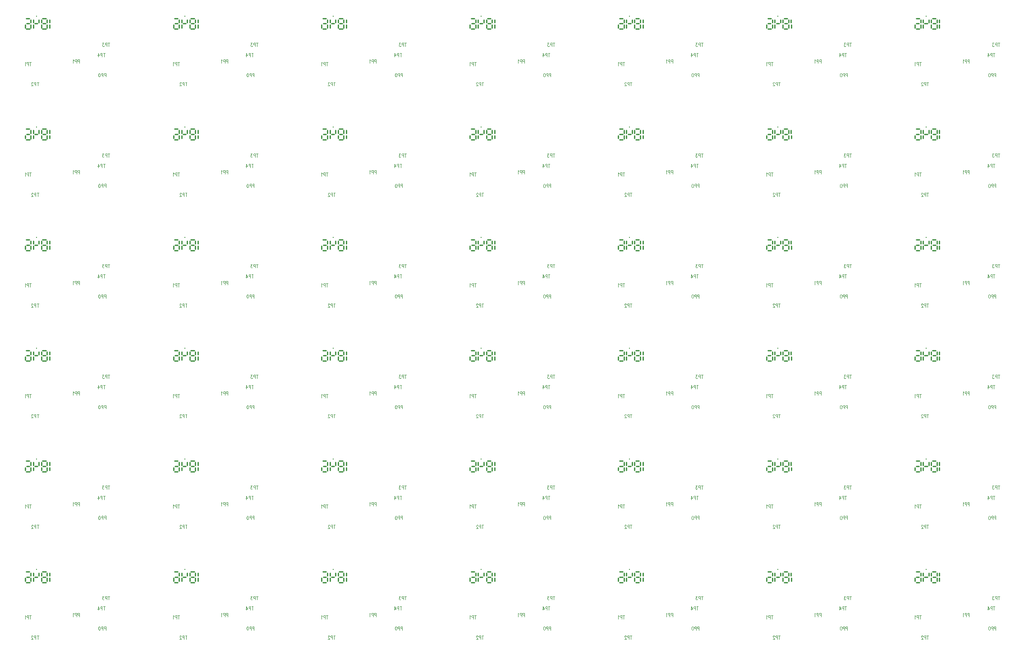
<source format=gbo>
*
%FSLAX35Y35*%
%MOMM*%
%ADD10C,0.119887*%
%ADD11C,0.249935*%
%ADD12C,0.251000*%
%ADD13R,1.631000X1.631000*%
%ADD14C,1.300000*%
%ADD15R,1.731000X1.731000*%
%ADD16C,1.400000*%
%ADD17C,1.831112*%
%ADD18C,2.060000*%
%ADD19C,0.400000*%
%IPPOS*%
%LN2697ay02f009566a0.gbo*%
%LPD*%
G75*
G54D10*
X02070811Y01084554D02*
Y01018946D01*
X02086711Y01084554D02*
X02054910D01*
X02034438D02*
Y01018946D01*
Y01084554D02*
X02013991D01*
X02007184Y01081430D01*
X02004898Y01078306D01*
X02002637Y01072057D01*
Y01062685D01*
X02004898Y01056436D01*
X02007184Y01053312D01*
X02013991Y01050188D01*
X02034438D01*
X01977644Y01084554D02*
X01952625D01*
X01966264Y01059561D01*
X01959457D01*
X01954910Y01056436D01*
X01952625Y01053312D01*
X01950364Y01043939D01*
Y01037691D01*
X01952625Y01028319D01*
X01957171Y01022070D01*
X01964004Y01018946D01*
X01970811D01*
X01977644Y01022070D01*
X01979904Y01025194D01*
X01982190Y01031443D01*
X01981814Y00892555D02*
Y00826922D01*
X01997715Y00892555D02*
X01965889D01*
X01945442D02*
Y00826922D01*
Y00892555D02*
X01924995D01*
X01918162Y00889431D01*
X01915901Y00886307D01*
X01913616Y00880059D01*
Y00870686D01*
X01915901Y00864438D01*
X01918162Y00861314D01*
X01924995Y00858189D01*
X01945442D01*
X01870436Y00892555D02*
X01893169Y00848817D01*
X01859082D01*
X01870436Y00892555D02*
Y00826922D01*
X00598785Y00725800D02*
Y00660166D01*
X00614685Y00725800D02*
X00582859D01*
X00562412D02*
Y00660166D01*
Y00725800D02*
X00541965D01*
X00535133Y00722676D01*
X00532872Y00719551D01*
X00530586Y00713303D01*
Y00703930D01*
X00532872Y00697682D01*
X00535133Y00694558D01*
X00541965Y00691434D01*
X00562412D01*
X00510139Y00713303D02*
X00505592Y00716427D01*
X00498785Y00725800D01*
Y00660166D01*
X00736803Y00346557D02*
Y00280923D01*
X00752728Y00346557D02*
X00720902D01*
X00700455D02*
Y00280923D01*
Y00346557D02*
X00680008D01*
X00673176Y00343433D01*
X00670915Y00340309D01*
X00668629Y00334060D01*
Y00324688D01*
X00670915Y00318439D01*
X00673176Y00315315D01*
X00680008Y00312191D01*
X00700455D01*
X00645896Y00330936D02*
Y00334060D01*
X00643636Y00340309D01*
X00641349Y00343433D01*
X00636803Y00346557D01*
X00627735D01*
X00623189Y00343433D01*
X00620903Y00340309D01*
X00618642Y00334060D01*
Y00327812D01*
X00620903Y00321564D01*
X00625449Y00312191D01*
X00648182Y00280923D01*
X00616356D01*
X01517763Y00771209D02*
Y00705575D01*
Y00771209D02*
X01497291D01*
X01490484Y00768085D01*
X01488198Y00764961D01*
X01485937Y00758712D01*
Y00749339D01*
X01488198Y00743091D01*
X01490484Y00739967D01*
X01497291Y00736843D01*
X01517763D01*
X01465490Y00771209D02*
Y00705575D01*
Y00771209D02*
X01445018D01*
X01438210Y00768085D01*
X01435924Y00764961D01*
X01433664Y00758712D01*
Y00749339D01*
X01435924Y00743091D01*
X01438210Y00739967D01*
X01445018Y00736843D01*
X01465490D01*
X01413217Y00758712D02*
X01408670Y00761836D01*
X01401838Y00771209D01*
Y00705575D01*
X02014244Y00515692D02*
Y00450059D01*
Y00515692D02*
X01993772D01*
X01986964Y00512543D01*
X01984704Y00509418D01*
X01982418Y00503170D01*
Y00493798D01*
X01984704Y00487549D01*
X01986964Y00484425D01*
X01993772Y00481301D01*
X02014244D01*
X01961971Y00515692D02*
Y00450059D01*
Y00515692D02*
X01941499D01*
X01934691Y00512543D01*
X01932431Y00509418D01*
X01930145Y00503170D01*
Y00493798D01*
X01932431Y00487549D01*
X01934691Y00484425D01*
X01941499Y00481301D01*
X01961971D01*
X01896058Y00515692D02*
X01902865Y00512543D01*
X01907412Y00503170D01*
X01909698Y00487549D01*
Y00478177D01*
X01907412Y00462556D01*
X01902865Y00453183D01*
X01896058Y00450059D01*
X01891511D01*
X01884679Y00453183D01*
X01880158Y00462556D01*
X01877871Y00478177D01*
Y00487549D01*
X01880158Y00503170D01*
X01884679Y00512543D01*
X01891511Y00515692D01*
X01896058D01*
G54D11*
X00958469Y01523454D02*
Y01468209D01*
X00958723Y01427645D02*
Y01368971D01*
X00805561Y01523454D02*
Y01468209D01*
X00652399Y01523454D02*
Y01468209D01*
X00805561Y01427645D02*
Y01368971D01*
X00652399Y01427645D02*
Y01368971D01*
X00499237Y01427645D02*
Y01368971D01*
X00910209Y01523911D02*
Y01468438D01*
X00757047Y01523911D02*
Y01468438D01*
X00604139Y01523911D02*
Y01468438D01*
X00910971Y01427417D02*
Y01368743D01*
X00604647Y01427417D02*
Y01368743D01*
X00889635Y01346492D02*
X00826897D01*
X00583565D02*
X00520827D01*
X00883793Y01448270D02*
X00832231D01*
X00730631D02*
X00679323D01*
X00577469D02*
X00526161D01*
X00889381Y01548219D02*
X00826389D01*
X00583057D02*
X00520319D01*
G54D12*
X00711764Y01586518D03*
G54D10*
X02070811Y03164554D02*
Y03098946D01*
X02086711Y03164554D02*
X02054910D01*
X02034438D02*
Y03098946D01*
Y03164554D02*
X02013991D01*
X02007184Y03161430D01*
X02004898Y03158306D01*
X02002637Y03152057D01*
Y03142685D01*
X02004898Y03136436D01*
X02007184Y03133312D01*
X02013991Y03130188D01*
X02034438D01*
X01977644Y03164554D02*
X01952625D01*
X01966264Y03139560D01*
X01959457D01*
X01954910Y03136436D01*
X01952625Y03133312D01*
X01950364Y03123940D01*
Y03117691D01*
X01952625Y03108318D01*
X01957171Y03102070D01*
X01964004Y03098946D01*
X01970811D01*
X01977644Y03102070D01*
X01979904Y03105194D01*
X01982190Y03111443D01*
X01981814Y02972555D02*
Y02906922D01*
X01997715Y02972555D02*
X01965889D01*
X01945442D02*
Y02906922D01*
Y02972555D02*
X01924995D01*
X01918162Y02969431D01*
X01915901Y02966307D01*
X01913616Y02960059D01*
Y02950686D01*
X01915901Y02944438D01*
X01918162Y02941313D01*
X01924995Y02938189D01*
X01945442D01*
X01870436Y02972555D02*
X01893169Y02928817D01*
X01859082D01*
X01870436Y02972555D02*
Y02906922D01*
X00598785Y02805800D02*
Y02740166D01*
X00614685Y02805800D02*
X00582859D01*
X00562412D02*
Y02740166D01*
Y02805800D02*
X00541965D01*
X00535133Y02802676D01*
X00532872Y02799551D01*
X00530586Y02793303D01*
Y02783930D01*
X00532872Y02777682D01*
X00535133Y02774558D01*
X00541965Y02771434D01*
X00562412D01*
X00510139Y02793303D02*
X00505592Y02796427D01*
X00498785Y02805800D01*
Y02740166D01*
X00736803Y02426557D02*
Y02360924D01*
X00752728Y02426557D02*
X00720902D01*
X00700455D02*
Y02360924D01*
Y02426557D02*
X00680008D01*
X00673176Y02423433D01*
X00670915Y02420309D01*
X00668629Y02414060D01*
Y02404688D01*
X00670915Y02398439D01*
X00673176Y02395315D01*
X00680008Y02392191D01*
X00700455D01*
X00645896Y02410936D02*
Y02414060D01*
X00643636Y02420309D01*
X00641349Y02423433D01*
X00636803Y02426557D01*
X00627735D01*
X00623189Y02423433D01*
X00620903Y02420309D01*
X00618642Y02414060D01*
Y02407812D01*
X00620903Y02401564D01*
X00625449Y02392191D01*
X00648182Y02360924D01*
X00616356D01*
X01517763Y02851209D02*
Y02785575D01*
Y02851209D02*
X01497291D01*
X01490484Y02848085D01*
X01488198Y02844961D01*
X01485937Y02838712D01*
Y02829340D01*
X01488198Y02823091D01*
X01490484Y02819967D01*
X01497291Y02816843D01*
X01517763D01*
X01465490Y02851209D02*
Y02785575D01*
Y02851209D02*
X01445018D01*
X01438210Y02848085D01*
X01435924Y02844961D01*
X01433664Y02838712D01*
Y02829340D01*
X01435924Y02823091D01*
X01438210Y02819967D01*
X01445018Y02816843D01*
X01465490D01*
X01413217Y02838712D02*
X01408670Y02841836D01*
X01401838Y02851209D01*
Y02785575D01*
X02014244Y02595692D02*
Y02530059D01*
Y02595692D02*
X01993772D01*
X01986964Y02592543D01*
X01984704Y02589418D01*
X01982418Y02583170D01*
Y02573798D01*
X01984704Y02567549D01*
X01986964Y02564425D01*
X01993772Y02561301D01*
X02014244D01*
X01961971Y02595692D02*
Y02530059D01*
Y02595692D02*
X01941499D01*
X01934691Y02592543D01*
X01932431Y02589418D01*
X01930145Y02583170D01*
Y02573798D01*
X01932431Y02567549D01*
X01934691Y02564425D01*
X01941499Y02561301D01*
X01961971D01*
X01896058Y02595692D02*
X01902865Y02592543D01*
X01907412Y02583170D01*
X01909698Y02567549D01*
Y02558176D01*
X01907412Y02542556D01*
X01902865Y02533183D01*
X01896058Y02530059D01*
X01891511D01*
X01884679Y02533183D01*
X01880158Y02542556D01*
X01877871Y02558176D01*
Y02567549D01*
X01880158Y02583170D01*
X01884679Y02592543D01*
X01891511Y02595692D01*
X01896058D01*
G54D11*
X00958469Y03603454D02*
Y03548209D01*
X00958723Y03507645D02*
Y03448971D01*
X00805561Y03603454D02*
Y03548209D01*
X00652399Y03603454D02*
Y03548209D01*
X00805561Y03507645D02*
Y03448971D01*
X00652399Y03507645D02*
Y03448971D01*
X00499237Y03507645D02*
Y03448971D01*
X00910209Y03603911D02*
Y03548438D01*
X00757047Y03603911D02*
Y03548438D01*
X00604139Y03603911D02*
Y03548438D01*
X00910971Y03507417D02*
Y03448743D01*
X00604647Y03507417D02*
Y03448743D01*
X00889635Y03426492D02*
X00826897D01*
X00583565D02*
X00520827D01*
X00883793Y03528270D02*
X00832231D01*
X00730631D02*
X00679323D01*
X00577469D02*
X00526161D01*
X00889381Y03628219D02*
X00826389D01*
X00583057D02*
X00520319D01*
G54D12*
X00711764Y03666518D03*
G54D10*
X02070811Y05244554D02*
Y05178946D01*
X02086711Y05244554D02*
X02054910D01*
X02034438D02*
Y05178946D01*
Y05244554D02*
X02013991D01*
X02007184Y05241430D01*
X02004898Y05238306D01*
X02002637Y05232057D01*
Y05222685D01*
X02004898Y05216436D01*
X02007184Y05213312D01*
X02013991Y05210188D01*
X02034438D01*
X01977644Y05244554D02*
X01952625D01*
X01966264Y05219561D01*
X01959457D01*
X01954910Y05216436D01*
X01952625Y05213312D01*
X01950364Y05203940D01*
Y05197691D01*
X01952625Y05188318D01*
X01957171Y05182070D01*
X01964004Y05178946D01*
X01970811D01*
X01977644Y05182070D01*
X01979904Y05185194D01*
X01982190Y05191443D01*
X01981814Y05052556D02*
Y04986922D01*
X01997715Y05052556D02*
X01965889D01*
X01945442D02*
Y04986922D01*
Y05052556D02*
X01924995D01*
X01918162Y05049431D01*
X01915901Y05046307D01*
X01913616Y05040059D01*
Y05030686D01*
X01915901Y05024438D01*
X01918162Y05021314D01*
X01924995Y05018189D01*
X01945442D01*
X01870436Y05052556D02*
X01893169Y05008817D01*
X01859082D01*
X01870436Y05052556D02*
Y04986922D01*
X00598785Y04885800D02*
Y04820166D01*
X00614685Y04885800D02*
X00582859D01*
X00562412D02*
Y04820166D01*
Y04885800D02*
X00541965D01*
X00535133Y04882676D01*
X00532872Y04879551D01*
X00530586Y04873303D01*
Y04863930D01*
X00532872Y04857682D01*
X00535133Y04854558D01*
X00541965Y04851434D01*
X00562412D01*
X00510139Y04873303D02*
X00505592Y04876427D01*
X00498785Y04885800D01*
Y04820166D01*
X00736803Y04506557D02*
Y04440924D01*
X00752728Y04506557D02*
X00720902D01*
X00700455D02*
Y04440924D01*
Y04506557D02*
X00680008D01*
X00673176Y04503433D01*
X00670915Y04500309D01*
X00668629Y04494060D01*
Y04484688D01*
X00670915Y04478439D01*
X00673176Y04475315D01*
X00680008Y04472191D01*
X00700455D01*
X00645896Y04490936D02*
Y04494060D01*
X00643636Y04500309D01*
X00641349Y04503433D01*
X00636803Y04506557D01*
X00627735D01*
X00623189Y04503433D01*
X00620903Y04500309D01*
X00618642Y04494060D01*
Y04487812D01*
X00620903Y04481563D01*
X00625449Y04472191D01*
X00648182Y04440924D01*
X00616356D01*
X01517763Y04931209D02*
Y04865575D01*
Y04931209D02*
X01497291D01*
X01490484Y04928085D01*
X01488198Y04924961D01*
X01485937Y04918712D01*
Y04909339D01*
X01488198Y04903091D01*
X01490484Y04899967D01*
X01497291Y04896843D01*
X01517763D01*
X01465490Y04931209D02*
Y04865575D01*
Y04931209D02*
X01445018D01*
X01438210Y04928085D01*
X01435924Y04924961D01*
X01433664Y04918712D01*
Y04909339D01*
X01435924Y04903091D01*
X01438210Y04899967D01*
X01445018Y04896843D01*
X01465490D01*
X01413217Y04918712D02*
X01408670Y04921836D01*
X01401838Y04931209D01*
Y04865575D01*
X02014244Y04675692D02*
Y04610059D01*
Y04675692D02*
X01993772D01*
X01986964Y04672543D01*
X01984704Y04669419D01*
X01982418Y04663170D01*
Y04653798D01*
X01984704Y04647549D01*
X01986964Y04644425D01*
X01993772Y04641301D01*
X02014244D01*
X01961971Y04675692D02*
Y04610059D01*
Y04675692D02*
X01941499D01*
X01934691Y04672543D01*
X01932431Y04669419D01*
X01930145Y04663170D01*
Y04653798D01*
X01932431Y04647549D01*
X01934691Y04644425D01*
X01941499Y04641301D01*
X01961971D01*
X01896058Y04675692D02*
X01902865Y04672543D01*
X01907412Y04663170D01*
X01909698Y04647549D01*
Y04638177D01*
X01907412Y04622555D01*
X01902865Y04613183D01*
X01896058Y04610059D01*
X01891511D01*
X01884679Y04613183D01*
X01880158Y04622555D01*
X01877871Y04638177D01*
Y04647549D01*
X01880158Y04663170D01*
X01884679Y04672543D01*
X01891511Y04675692D01*
X01896058D01*
G54D11*
X00958469Y05683454D02*
Y05628209D01*
X00958723Y05587645D02*
Y05528971D01*
X00805561Y05683454D02*
Y05628209D01*
X00652399Y05683454D02*
Y05628209D01*
X00805561Y05587645D02*
Y05528971D01*
X00652399Y05587645D02*
Y05528971D01*
X00499237Y05587645D02*
Y05528971D01*
X00910209Y05683911D02*
Y05628438D01*
X00757047Y05683911D02*
Y05628438D01*
X00604139Y05683911D02*
Y05628438D01*
X00910971Y05587417D02*
Y05528743D01*
X00604647Y05587417D02*
Y05528743D01*
X00889635Y05506492D02*
X00826897D01*
X00583565D02*
X00520827D01*
X00883793Y05608270D02*
X00832231D01*
X00730631D02*
X00679323D01*
X00577469D02*
X00526161D01*
X00889381Y05708219D02*
X00826389D01*
X00583057D02*
X00520319D01*
G54D12*
X00711764Y05746518D03*
G54D10*
X02070811Y07324554D02*
Y07258946D01*
X02086711Y07324554D02*
X02054910D01*
X02034438D02*
Y07258946D01*
Y07324554D02*
X02013991D01*
X02007184Y07321430D01*
X02004898Y07318306D01*
X02002637Y07312057D01*
Y07302685D01*
X02004898Y07296436D01*
X02007184Y07293312D01*
X02013991Y07290188D01*
X02034438D01*
X01977644Y07324554D02*
X01952625D01*
X01966264Y07299561D01*
X01959457D01*
X01954910Y07296436D01*
X01952625Y07293312D01*
X01950364Y07283940D01*
Y07277691D01*
X01952625Y07268318D01*
X01957171Y07262070D01*
X01964004Y07258946D01*
X01970811D01*
X01977644Y07262070D01*
X01979904Y07265194D01*
X01982190Y07271443D01*
X01981814Y07132555D02*
Y07066922D01*
X01997715Y07132555D02*
X01965889D01*
X01945442D02*
Y07066922D01*
Y07132555D02*
X01924995D01*
X01918162Y07129431D01*
X01915901Y07126307D01*
X01913616Y07120059D01*
Y07110686D01*
X01915901Y07104438D01*
X01918162Y07101314D01*
X01924995Y07098189D01*
X01945442D01*
X01870436Y07132555D02*
X01893169Y07088817D01*
X01859082D01*
X01870436Y07132555D02*
Y07066922D01*
X00598785Y06965800D02*
Y06900166D01*
X00614685Y06965800D02*
X00582859D01*
X00562412D02*
Y06900166D01*
Y06965800D02*
X00541965D01*
X00535133Y06962675D01*
X00532872Y06959551D01*
X00530586Y06953303D01*
Y06943930D01*
X00532872Y06937682D01*
X00535133Y06934558D01*
X00541965Y06931434D01*
X00562412D01*
X00510139Y06953303D02*
X00505592Y06956427D01*
X00498785Y06965800D01*
Y06900166D01*
X00736803Y06586557D02*
Y06520923D01*
X00752728Y06586557D02*
X00720902D01*
X00700455D02*
Y06520923D01*
Y06586557D02*
X00680008D01*
X00673176Y06583433D01*
X00670915Y06580309D01*
X00668629Y06574060D01*
Y06564688D01*
X00670915Y06558439D01*
X00673176Y06555315D01*
X00680008Y06552191D01*
X00700455D01*
X00645896Y06570936D02*
Y06574060D01*
X00643636Y06580309D01*
X00641349Y06583433D01*
X00636803Y06586557D01*
X00627735D01*
X00623189Y06583433D01*
X00620903Y06580309D01*
X00618642Y06574060D01*
Y06567812D01*
X00620903Y06561564D01*
X00625449Y06552191D01*
X00648182Y06520923D01*
X00616356D01*
X01517763Y07011209D02*
Y06945575D01*
Y07011209D02*
X01497291D01*
X01490484Y07008085D01*
X01488198Y07004961D01*
X01485937Y06998712D01*
Y06989340D01*
X01488198Y06983091D01*
X01490484Y06979967D01*
X01497291Y06976843D01*
X01517763D01*
X01465490Y07011209D02*
Y06945575D01*
Y07011209D02*
X01445018D01*
X01438210Y07008085D01*
X01435924Y07004961D01*
X01433664Y06998712D01*
Y06989340D01*
X01435924Y06983091D01*
X01438210Y06979967D01*
X01445018Y06976843D01*
X01465490D01*
X01413217Y06998712D02*
X01408670Y07001836D01*
X01401838Y07011209D01*
Y06945575D01*
X02014244Y06755692D02*
Y06690059D01*
Y06755692D02*
X01993772D01*
X01986964Y06752543D01*
X01984704Y06749418D01*
X01982418Y06743170D01*
Y06733798D01*
X01984704Y06727549D01*
X01986964Y06724425D01*
X01993772Y06721301D01*
X02014244D01*
X01961971Y06755692D02*
Y06690059D01*
Y06755692D02*
X01941499D01*
X01934691Y06752543D01*
X01932431Y06749418D01*
X01930145Y06743170D01*
Y06733798D01*
X01932431Y06727549D01*
X01934691Y06724425D01*
X01941499Y06721301D01*
X01961971D01*
X01896058Y06755692D02*
X01902865Y06752543D01*
X01907412Y06743170D01*
X01909698Y06727549D01*
Y06718177D01*
X01907412Y06702556D01*
X01902865Y06693183D01*
X01896058Y06690059D01*
X01891511D01*
X01884679Y06693183D01*
X01880158Y06702556D01*
X01877871Y06718177D01*
Y06727549D01*
X01880158Y06743170D01*
X01884679Y06752543D01*
X01891511Y06755692D01*
X01896058D01*
G54D11*
X00958469Y07763454D02*
Y07708209D01*
X00958723Y07667645D02*
Y07608971D01*
X00805561Y07763454D02*
Y07708209D01*
X00652399Y07763454D02*
Y07708209D01*
X00805561Y07667645D02*
Y07608971D01*
X00652399Y07667645D02*
Y07608971D01*
X00499237Y07667645D02*
Y07608971D01*
X00910209Y07763911D02*
Y07708438D01*
X00757047Y07763911D02*
Y07708438D01*
X00604139Y07763911D02*
Y07708438D01*
X00910971Y07667417D02*
Y07608743D01*
X00604647Y07667417D02*
Y07608743D01*
X00889635Y07586492D02*
X00826897D01*
X00583565D02*
X00520827D01*
X00883793Y07688270D02*
X00832231D01*
X00730631D02*
X00679323D01*
X00577469D02*
X00526161D01*
X00889381Y07788219D02*
X00826389D01*
X00583057D02*
X00520319D01*
G54D12*
X00711764Y07826518D03*
G54D10*
X02070811Y09404554D02*
Y09338946D01*
X02086711Y09404554D02*
X02054910D01*
X02034438D02*
Y09338946D01*
Y09404554D02*
X02013991D01*
X02007184Y09401430D01*
X02004898Y09398306D01*
X02002637Y09392057D01*
Y09382685D01*
X02004898Y09376436D01*
X02007184Y09373312D01*
X02013991Y09370188D01*
X02034438D01*
X01977644Y09404554D02*
X01952625D01*
X01966264Y09379561D01*
X01959457D01*
X01954910Y09376436D01*
X01952625Y09373312D01*
X01950364Y09363940D01*
Y09357691D01*
X01952625Y09348319D01*
X01957171Y09342070D01*
X01964004Y09338946D01*
X01970811D01*
X01977644Y09342070D01*
X01979904Y09345194D01*
X01982190Y09351443D01*
X01981814Y09212556D02*
Y09146922D01*
X01997715Y09212556D02*
X01965889D01*
X01945442D02*
Y09146922D01*
Y09212556D02*
X01924995D01*
X01918162Y09209431D01*
X01915901Y09206307D01*
X01913616Y09200059D01*
Y09190686D01*
X01915901Y09184438D01*
X01918162Y09181314D01*
X01924995Y09178189D01*
X01945442D01*
X01870436Y09212556D02*
X01893169Y09168817D01*
X01859082D01*
X01870436Y09212556D02*
Y09146922D01*
X00598785Y09045800D02*
Y08980166D01*
X00614685Y09045800D02*
X00582859D01*
X00562412D02*
Y08980166D01*
Y09045800D02*
X00541965D01*
X00535133Y09042675D01*
X00532872Y09039551D01*
X00530586Y09033303D01*
Y09023930D01*
X00532872Y09017682D01*
X00535133Y09014558D01*
X00541965Y09011434D01*
X00562412D01*
X00510139Y09033303D02*
X00505592Y09036427D01*
X00498785Y09045800D01*
Y08980166D01*
X00736803Y08666557D02*
Y08600924D01*
X00752728Y08666557D02*
X00720902D01*
X00700455D02*
Y08600924D01*
Y08666557D02*
X00680008D01*
X00673176Y08663433D01*
X00670915Y08660309D01*
X00668629Y08654060D01*
Y08644688D01*
X00670915Y08638439D01*
X00673176Y08635315D01*
X00680008Y08632191D01*
X00700455D01*
X00645896Y08650936D02*
Y08654060D01*
X00643636Y08660309D01*
X00641349Y08663433D01*
X00636803Y08666557D01*
X00627735D01*
X00623189Y08663433D01*
X00620903Y08660309D01*
X00618642Y08654060D01*
Y08647812D01*
X00620903Y08641564D01*
X00625449Y08632191D01*
X00648182Y08600924D01*
X00616356D01*
X01517763Y09091209D02*
Y09025575D01*
Y09091209D02*
X01497291D01*
X01490484Y09088085D01*
X01488198Y09084961D01*
X01485937Y09078712D01*
Y09069340D01*
X01488198Y09063091D01*
X01490484Y09059967D01*
X01497291Y09056843D01*
X01517763D01*
X01465490Y09091209D02*
Y09025575D01*
Y09091209D02*
X01445018D01*
X01438210Y09088085D01*
X01435924Y09084961D01*
X01433664Y09078712D01*
Y09069340D01*
X01435924Y09063091D01*
X01438210Y09059967D01*
X01445018Y09056843D01*
X01465490D01*
X01413217Y09078712D02*
X01408670Y09081836D01*
X01401838Y09091209D01*
Y09025575D01*
X02014244Y08835692D02*
Y08770059D01*
Y08835692D02*
X01993772D01*
X01986964Y08832543D01*
X01984704Y08829419D01*
X01982418Y08823170D01*
Y08813798D01*
X01984704Y08807549D01*
X01986964Y08804425D01*
X01993772Y08801301D01*
X02014244D01*
X01961971Y08835692D02*
Y08770059D01*
Y08835692D02*
X01941499D01*
X01934691Y08832543D01*
X01932431Y08829419D01*
X01930145Y08823170D01*
Y08813798D01*
X01932431Y08807549D01*
X01934691Y08804425D01*
X01941499Y08801301D01*
X01961971D01*
X01896058Y08835692D02*
X01902865Y08832543D01*
X01907412Y08823170D01*
X01909698Y08807549D01*
Y08798177D01*
X01907412Y08782556D01*
X01902865Y08773183D01*
X01896058Y08770059D01*
X01891511D01*
X01884679Y08773183D01*
X01880158Y08782556D01*
X01877871Y08798177D01*
Y08807549D01*
X01880158Y08823170D01*
X01884679Y08832543D01*
X01891511Y08835692D01*
X01896058D01*
G54D11*
X00958469Y09843454D02*
Y09788209D01*
X00958723Y09747645D02*
Y09688971D01*
X00805561Y09843454D02*
Y09788209D01*
X00652399Y09843454D02*
Y09788209D01*
X00805561Y09747645D02*
Y09688971D01*
X00652399Y09747645D02*
Y09688971D01*
X00499237Y09747645D02*
Y09688971D01*
X00910209Y09843911D02*
Y09788438D01*
X00757047Y09843911D02*
Y09788438D01*
X00604139Y09843911D02*
Y09788438D01*
X00910971Y09747417D02*
Y09688743D01*
X00604647Y09747417D02*
Y09688743D01*
X00889635Y09666492D02*
X00826897D01*
X00583565D02*
X00520827D01*
X00883793Y09768270D02*
X00832231D01*
X00730631D02*
X00679323D01*
X00577469D02*
X00526161D01*
X00889381Y09868219D02*
X00826389D01*
X00583057D02*
X00520319D01*
G54D12*
X00711764Y09906518D03*
G54D10*
X02070811Y11484554D02*
Y11418946D01*
X02086711Y11484554D02*
X02054910D01*
X02034438D02*
Y11418946D01*
Y11484554D02*
X02013991D01*
X02007184Y11481430D01*
X02004898Y11478306D01*
X02002637Y11472057D01*
Y11462685D01*
X02004898Y11456436D01*
X02007184Y11453312D01*
X02013991Y11450188D01*
X02034438D01*
X01977644Y11484554D02*
X01952625D01*
X01966264Y11459561D01*
X01959457D01*
X01954910Y11456436D01*
X01952625Y11453312D01*
X01950364Y11443940D01*
Y11437691D01*
X01952625Y11428319D01*
X01957171Y11422070D01*
X01964004Y11418946D01*
X01970811D01*
X01977644Y11422070D01*
X01979904Y11425194D01*
X01982190Y11431443D01*
X01981814Y11292555D02*
Y11226922D01*
X01997715Y11292555D02*
X01965889D01*
X01945442D02*
Y11226922D01*
Y11292555D02*
X01924995D01*
X01918162Y11289431D01*
X01915901Y11286307D01*
X01913616Y11280059D01*
Y11270686D01*
X01915901Y11264438D01*
X01918162Y11261313D01*
X01924995Y11258189D01*
X01945442D01*
X01870436Y11292555D02*
X01893169Y11248817D01*
X01859082D01*
X01870436Y11292555D02*
Y11226922D01*
X00598785Y11125800D02*
Y11060166D01*
X00614685Y11125800D02*
X00582859D01*
X00562412D02*
Y11060166D01*
Y11125800D02*
X00541965D01*
X00535133Y11122675D01*
X00532872Y11119551D01*
X00530586Y11113303D01*
Y11103930D01*
X00532872Y11097682D01*
X00535133Y11094558D01*
X00541965Y11091434D01*
X00562412D01*
X00510139Y11113303D02*
X00505592Y11116427D01*
X00498785Y11125800D01*
Y11060166D01*
X00736803Y10746557D02*
Y10680924D01*
X00752728Y10746557D02*
X00720902D01*
X00700455D02*
Y10680924D01*
Y10746557D02*
X00680008D01*
X00673176Y10743433D01*
X00670915Y10740309D01*
X00668629Y10734060D01*
Y10724688D01*
X00670915Y10718439D01*
X00673176Y10715315D01*
X00680008Y10712191D01*
X00700455D01*
X00645896Y10730936D02*
Y10734060D01*
X00643636Y10740309D01*
X00641349Y10743433D01*
X00636803Y10746557D01*
X00627735D01*
X00623189Y10743433D01*
X00620903Y10740309D01*
X00618642Y10734060D01*
Y10727812D01*
X00620903Y10721564D01*
X00625449Y10712191D01*
X00648182Y10680924D01*
X00616356D01*
X01517763Y11171209D02*
Y11105575D01*
Y11171209D02*
X01497291D01*
X01490484Y11168085D01*
X01488198Y11164961D01*
X01485937Y11158712D01*
Y11149340D01*
X01488198Y11143091D01*
X01490484Y11139967D01*
X01497291Y11136843D01*
X01517763D01*
X01465490Y11171209D02*
Y11105575D01*
Y11171209D02*
X01445018D01*
X01438210Y11168085D01*
X01435924Y11164961D01*
X01433664Y11158712D01*
Y11149340D01*
X01435924Y11143091D01*
X01438210Y11139967D01*
X01445018Y11136843D01*
X01465490D01*
X01413217Y11158712D02*
X01408670Y11161836D01*
X01401838Y11171209D01*
Y11105575D01*
X02014244Y10915692D02*
Y10850059D01*
Y10915692D02*
X01993772D01*
X01986964Y10912543D01*
X01984704Y10909418D01*
X01982418Y10903170D01*
Y10893798D01*
X01984704Y10887549D01*
X01986964Y10884425D01*
X01993772Y10881301D01*
X02014244D01*
X01961971Y10915692D02*
Y10850059D01*
Y10915692D02*
X01941499D01*
X01934691Y10912543D01*
X01932431Y10909418D01*
X01930145Y10903170D01*
Y10893798D01*
X01932431Y10887549D01*
X01934691Y10884425D01*
X01941499Y10881301D01*
X01961971D01*
X01896058Y10915692D02*
X01902865Y10912543D01*
X01907412Y10903170D01*
X01909698Y10887549D01*
Y10878177D01*
X01907412Y10862556D01*
X01902865Y10853183D01*
X01896058Y10850059D01*
X01891511D01*
X01884679Y10853183D01*
X01880158Y10862556D01*
X01877871Y10878177D01*
Y10887549D01*
X01880158Y10903170D01*
X01884679Y10912543D01*
X01891511Y10915692D01*
X01896058D01*
G54D11*
X00958469Y11923454D02*
Y11868209D01*
X00958723Y11827645D02*
Y11768971D01*
X00805561Y11923454D02*
Y11868209D01*
X00652399Y11923454D02*
Y11868209D01*
X00805561Y11827645D02*
Y11768971D01*
X00652399Y11827645D02*
Y11768971D01*
X00499237Y11827645D02*
Y11768971D01*
X00910209Y11923911D02*
Y11868438D01*
X00757047Y11923911D02*
Y11868438D01*
X00604139Y11923911D02*
Y11868438D01*
X00910971Y11827417D02*
Y11768743D01*
X00604647Y11827417D02*
Y11768743D01*
X00889635Y11746492D02*
X00826897D01*
X00583565D02*
X00520827D01*
X00883793Y11848270D02*
X00832231D01*
X00730631D02*
X00679323D01*
X00577469D02*
X00526161D01*
X00889381Y11948219D02*
X00826389D01*
X00583057D02*
X00520319D01*
G54D12*
X00711764Y11986518D03*
G54D10*
X04855811Y01084554D02*
Y01018946D01*
X04871711Y01084554D02*
X04839910D01*
X04819438D02*
Y01018946D01*
Y01084554D02*
X04798991D01*
X04792184Y01081430D01*
X04789898Y01078306D01*
X04787637Y01072057D01*
Y01062685D01*
X04789898Y01056436D01*
X04792184Y01053312D01*
X04798991Y01050188D01*
X04819438D01*
X04762643Y01084554D02*
X04737625D01*
X04751264Y01059561D01*
X04744457D01*
X04739911Y01056436D01*
X04737625Y01053312D01*
X04735364Y01043939D01*
Y01037691D01*
X04737625Y01028319D01*
X04742171Y01022070D01*
X04749004Y01018946D01*
X04755811D01*
X04762643Y01022070D01*
X04764904Y01025194D01*
X04767190Y01031443D01*
X04766815Y00892555D02*
Y00826922D01*
X04782715Y00892555D02*
X04750889D01*
X04730442D02*
Y00826922D01*
Y00892555D02*
X04709995D01*
X04703162Y00889431D01*
X04700902Y00886307D01*
X04698616Y00880059D01*
Y00870686D01*
X04700902Y00864438D01*
X04703162Y00861314D01*
X04709995Y00858189D01*
X04730442D01*
X04655436Y00892555D02*
X04678169Y00848817D01*
X04644082D01*
X04655436Y00892555D02*
Y00826922D01*
X03383785Y00725800D02*
Y00660166D01*
X03399685Y00725800D02*
X03367859D01*
X03347412D02*
Y00660166D01*
Y00725800D02*
X03326965D01*
X03320132Y00722676D01*
X03317872Y00719551D01*
X03315586Y00713303D01*
Y00703930D01*
X03317872Y00697682D01*
X03320132Y00694558D01*
X03326965Y00691434D01*
X03347412D01*
X03295139Y00713303D02*
X03290592Y00716427D01*
X03283785Y00725800D01*
Y00660166D01*
X03521803Y00346557D02*
Y00280923D01*
X03537729Y00346557D02*
X03505902D01*
X03485455D02*
Y00280923D01*
Y00346557D02*
X03465008D01*
X03458176Y00343433D01*
X03455915Y00340309D01*
X03453629Y00334060D01*
Y00324688D01*
X03455915Y00318439D01*
X03458176Y00315315D01*
X03465008Y00312191D01*
X03485455D01*
X03430896Y00330936D02*
Y00334060D01*
X03428636Y00340309D01*
X03426350Y00343433D01*
X03421803Y00346557D01*
X03412735D01*
X03408189Y00343433D01*
X03405903Y00340309D01*
X03403642Y00334060D01*
Y00327812D01*
X03405903Y00321564D01*
X03410449Y00312191D01*
X03433182Y00280923D01*
X03401356D01*
X04302763Y00771209D02*
Y00705575D01*
Y00771209D02*
X04282291D01*
X04275484Y00768085D01*
X04273198Y00764961D01*
X04270937Y00758712D01*
Y00749339D01*
X04273198Y00743091D01*
X04275484Y00739967D01*
X04282291Y00736843D01*
X04302763D01*
X04250490Y00771209D02*
Y00705575D01*
Y00771209D02*
X04230018D01*
X04223211Y00768085D01*
X04220925Y00764961D01*
X04218664Y00758712D01*
Y00749339D01*
X04220925Y00743091D01*
X04223211Y00739967D01*
X04230018Y00736843D01*
X04250490D01*
X04198217Y00758712D02*
X04193670Y00761836D01*
X04186838Y00771209D01*
Y00705575D01*
X04799244Y00515692D02*
Y00450059D01*
Y00515692D02*
X04778772D01*
X04771965Y00512543D01*
X04769704Y00509418D01*
X04767418Y00503170D01*
Y00493798D01*
X04769704Y00487549D01*
X04771965Y00484425D01*
X04778772Y00481301D01*
X04799244D01*
X04746971Y00515692D02*
Y00450059D01*
Y00515692D02*
X04726499D01*
X04719691Y00512543D01*
X04717431Y00509418D01*
X04715145Y00503170D01*
Y00493798D01*
X04717431Y00487549D01*
X04719691Y00484425D01*
X04726499Y00481301D01*
X04746971D01*
X04681058Y00515692D02*
X04687865Y00512543D01*
X04692412Y00503170D01*
X04694698Y00487549D01*
Y00478177D01*
X04692412Y00462556D01*
X04687865Y00453183D01*
X04681058Y00450059D01*
X04676511D01*
X04669679Y00453183D01*
X04665157Y00462556D01*
X04662872Y00478177D01*
Y00487549D01*
X04665157Y00503170D01*
X04669679Y00512543D01*
X04676511Y00515692D01*
X04681058D01*
G54D11*
X03743469Y01523454D02*
Y01468209D01*
X03743723Y01427645D02*
Y01368971D01*
X03590561Y01523454D02*
Y01468209D01*
X03437399Y01523454D02*
Y01468209D01*
X03590561Y01427645D02*
Y01368971D01*
X03437399Y01427645D02*
Y01368971D01*
X03284237Y01427645D02*
Y01368971D01*
X03695209Y01523911D02*
Y01468438D01*
X03542047Y01523911D02*
Y01468438D01*
X03389139Y01523911D02*
Y01468438D01*
X03695971Y01427417D02*
Y01368743D01*
X03389647Y01427417D02*
Y01368743D01*
X03674635Y01346492D02*
X03611897D01*
X03368565D02*
X03305827D01*
X03668793Y01448270D02*
X03617231D01*
X03515631D02*
X03464323D01*
X03362469D02*
X03311161D01*
X03674381Y01548219D02*
X03611389D01*
X03368057D02*
X03305319D01*
G54D12*
X03496764Y01586518D03*
G54D10*
X04855811Y03164554D02*
Y03098946D01*
X04871711Y03164554D02*
X04839910D01*
X04819438D02*
Y03098946D01*
Y03164554D02*
X04798991D01*
X04792184Y03161430D01*
X04789898Y03158306D01*
X04787637Y03152057D01*
Y03142685D01*
X04789898Y03136436D01*
X04792184Y03133312D01*
X04798991Y03130188D01*
X04819438D01*
X04762643Y03164554D02*
X04737625D01*
X04751264Y03139560D01*
X04744457D01*
X04739911Y03136436D01*
X04737625Y03133312D01*
X04735364Y03123940D01*
Y03117691D01*
X04737625Y03108318D01*
X04742171Y03102070D01*
X04749004Y03098946D01*
X04755811D01*
X04762643Y03102070D01*
X04764904Y03105194D01*
X04767190Y03111443D01*
X04766815Y02972555D02*
Y02906922D01*
X04782715Y02972555D02*
X04750889D01*
X04730442D02*
Y02906922D01*
Y02972555D02*
X04709995D01*
X04703162Y02969431D01*
X04700902Y02966307D01*
X04698616Y02960059D01*
Y02950686D01*
X04700902Y02944438D01*
X04703162Y02941313D01*
X04709995Y02938189D01*
X04730442D01*
X04655436Y02972555D02*
X04678169Y02928817D01*
X04644082D01*
X04655436Y02972555D02*
Y02906922D01*
X03383785Y02805800D02*
Y02740166D01*
X03399685Y02805800D02*
X03367859D01*
X03347412D02*
Y02740166D01*
Y02805800D02*
X03326965D01*
X03320132Y02802676D01*
X03317872Y02799551D01*
X03315586Y02793303D01*
Y02783930D01*
X03317872Y02777682D01*
X03320132Y02774558D01*
X03326965Y02771434D01*
X03347412D01*
X03295139Y02793303D02*
X03290592Y02796427D01*
X03283785Y02805800D01*
Y02740166D01*
X03521803Y02426557D02*
Y02360924D01*
X03537729Y02426557D02*
X03505902D01*
X03485455D02*
Y02360924D01*
Y02426557D02*
X03465008D01*
X03458176Y02423433D01*
X03455915Y02420309D01*
X03453629Y02414060D01*
Y02404688D01*
X03455915Y02398439D01*
X03458176Y02395315D01*
X03465008Y02392191D01*
X03485455D01*
X03430896Y02410936D02*
Y02414060D01*
X03428636Y02420309D01*
X03426350Y02423433D01*
X03421803Y02426557D01*
X03412735D01*
X03408189Y02423433D01*
X03405903Y02420309D01*
X03403642Y02414060D01*
Y02407812D01*
X03405903Y02401564D01*
X03410449Y02392191D01*
X03433182Y02360924D01*
X03401356D01*
X04302763Y02851209D02*
Y02785575D01*
Y02851209D02*
X04282291D01*
X04275484Y02848085D01*
X04273198Y02844961D01*
X04270937Y02838712D01*
Y02829340D01*
X04273198Y02823091D01*
X04275484Y02819967D01*
X04282291Y02816843D01*
X04302763D01*
X04250490Y02851209D02*
Y02785575D01*
Y02851209D02*
X04230018D01*
X04223211Y02848085D01*
X04220925Y02844961D01*
X04218664Y02838712D01*
Y02829340D01*
X04220925Y02823091D01*
X04223211Y02819967D01*
X04230018Y02816843D01*
X04250490D01*
X04198217Y02838712D02*
X04193670Y02841836D01*
X04186838Y02851209D01*
Y02785575D01*
X04799244Y02595692D02*
Y02530059D01*
Y02595692D02*
X04778772D01*
X04771965Y02592543D01*
X04769704Y02589418D01*
X04767418Y02583170D01*
Y02573798D01*
X04769704Y02567549D01*
X04771965Y02564425D01*
X04778772Y02561301D01*
X04799244D01*
X04746971Y02595692D02*
Y02530059D01*
Y02595692D02*
X04726499D01*
X04719691Y02592543D01*
X04717431Y02589418D01*
X04715145Y02583170D01*
Y02573798D01*
X04717431Y02567549D01*
X04719691Y02564425D01*
X04726499Y02561301D01*
X04746971D01*
X04681058Y02595692D02*
X04687865Y02592543D01*
X04692412Y02583170D01*
X04694698Y02567549D01*
Y02558176D01*
X04692412Y02542556D01*
X04687865Y02533183D01*
X04681058Y02530059D01*
X04676511D01*
X04669679Y02533183D01*
X04665157Y02542556D01*
X04662872Y02558176D01*
Y02567549D01*
X04665157Y02583170D01*
X04669679Y02592543D01*
X04676511Y02595692D01*
X04681058D01*
G54D11*
X03743469Y03603454D02*
Y03548209D01*
X03743723Y03507645D02*
Y03448971D01*
X03590561Y03603454D02*
Y03548209D01*
X03437399Y03603454D02*
Y03548209D01*
X03590561Y03507645D02*
Y03448971D01*
X03437399Y03507645D02*
Y03448971D01*
X03284237Y03507645D02*
Y03448971D01*
X03695209Y03603911D02*
Y03548438D01*
X03542047Y03603911D02*
Y03548438D01*
X03389139Y03603911D02*
Y03548438D01*
X03695971Y03507417D02*
Y03448743D01*
X03389647Y03507417D02*
Y03448743D01*
X03674635Y03426492D02*
X03611897D01*
X03368565D02*
X03305827D01*
X03668793Y03528270D02*
X03617231D01*
X03515631D02*
X03464323D01*
X03362469D02*
X03311161D01*
X03674381Y03628219D02*
X03611389D01*
X03368057D02*
X03305319D01*
G54D12*
X03496764Y03666518D03*
G54D10*
X04855811Y05244554D02*
Y05178946D01*
X04871711Y05244554D02*
X04839910D01*
X04819438D02*
Y05178946D01*
Y05244554D02*
X04798991D01*
X04792184Y05241430D01*
X04789898Y05238306D01*
X04787637Y05232057D01*
Y05222685D01*
X04789898Y05216436D01*
X04792184Y05213312D01*
X04798991Y05210188D01*
X04819438D01*
X04762643Y05244554D02*
X04737625D01*
X04751264Y05219561D01*
X04744457D01*
X04739911Y05216436D01*
X04737625Y05213312D01*
X04735364Y05203940D01*
Y05197691D01*
X04737625Y05188318D01*
X04742171Y05182070D01*
X04749004Y05178946D01*
X04755811D01*
X04762643Y05182070D01*
X04764904Y05185194D01*
X04767190Y05191443D01*
X04766815Y05052556D02*
Y04986922D01*
X04782715Y05052556D02*
X04750889D01*
X04730442D02*
Y04986922D01*
Y05052556D02*
X04709995D01*
X04703162Y05049431D01*
X04700902Y05046307D01*
X04698616Y05040059D01*
Y05030686D01*
X04700902Y05024438D01*
X04703162Y05021314D01*
X04709995Y05018189D01*
X04730442D01*
X04655436Y05052556D02*
X04678169Y05008817D01*
X04644082D01*
X04655436Y05052556D02*
Y04986922D01*
X03383785Y04885800D02*
Y04820166D01*
X03399685Y04885800D02*
X03367859D01*
X03347412D02*
Y04820166D01*
Y04885800D02*
X03326965D01*
X03320132Y04882676D01*
X03317872Y04879551D01*
X03315586Y04873303D01*
Y04863930D01*
X03317872Y04857682D01*
X03320132Y04854558D01*
X03326965Y04851434D01*
X03347412D01*
X03295139Y04873303D02*
X03290592Y04876427D01*
X03283785Y04885800D01*
Y04820166D01*
X03521803Y04506557D02*
Y04440924D01*
X03537729Y04506557D02*
X03505902D01*
X03485455D02*
Y04440924D01*
Y04506557D02*
X03465008D01*
X03458176Y04503433D01*
X03455915Y04500309D01*
X03453629Y04494060D01*
Y04484688D01*
X03455915Y04478439D01*
X03458176Y04475315D01*
X03465008Y04472191D01*
X03485455D01*
X03430896Y04490936D02*
Y04494060D01*
X03428636Y04500309D01*
X03426350Y04503433D01*
X03421803Y04506557D01*
X03412735D01*
X03408189Y04503433D01*
X03405903Y04500309D01*
X03403642Y04494060D01*
Y04487812D01*
X03405903Y04481563D01*
X03410449Y04472191D01*
X03433182Y04440924D01*
X03401356D01*
X04302763Y04931209D02*
Y04865575D01*
Y04931209D02*
X04282291D01*
X04275484Y04928085D01*
X04273198Y04924961D01*
X04270937Y04918712D01*
Y04909339D01*
X04273198Y04903091D01*
X04275484Y04899967D01*
X04282291Y04896843D01*
X04302763D01*
X04250490Y04931209D02*
Y04865575D01*
Y04931209D02*
X04230018D01*
X04223211Y04928085D01*
X04220925Y04924961D01*
X04218664Y04918712D01*
Y04909339D01*
X04220925Y04903091D01*
X04223211Y04899967D01*
X04230018Y04896843D01*
X04250490D01*
X04198217Y04918712D02*
X04193670Y04921836D01*
X04186838Y04931209D01*
Y04865575D01*
X04799244Y04675692D02*
Y04610059D01*
Y04675692D02*
X04778772D01*
X04771965Y04672543D01*
X04769704Y04669419D01*
X04767418Y04663170D01*
Y04653798D01*
X04769704Y04647549D01*
X04771965Y04644425D01*
X04778772Y04641301D01*
X04799244D01*
X04746971Y04675692D02*
Y04610059D01*
Y04675692D02*
X04726499D01*
X04719691Y04672543D01*
X04717431Y04669419D01*
X04715145Y04663170D01*
Y04653798D01*
X04717431Y04647549D01*
X04719691Y04644425D01*
X04726499Y04641301D01*
X04746971D01*
X04681058Y04675692D02*
X04687865Y04672543D01*
X04692412Y04663170D01*
X04694698Y04647549D01*
Y04638177D01*
X04692412Y04622555D01*
X04687865Y04613183D01*
X04681058Y04610059D01*
X04676511D01*
X04669679Y04613183D01*
X04665157Y04622555D01*
X04662872Y04638177D01*
Y04647549D01*
X04665157Y04663170D01*
X04669679Y04672543D01*
X04676511Y04675692D01*
X04681058D01*
G54D11*
X03743469Y05683454D02*
Y05628209D01*
X03743723Y05587645D02*
Y05528971D01*
X03590561Y05683454D02*
Y05628209D01*
X03437399Y05683454D02*
Y05628209D01*
X03590561Y05587645D02*
Y05528971D01*
X03437399Y05587645D02*
Y05528971D01*
X03284237Y05587645D02*
Y05528971D01*
X03695209Y05683911D02*
Y05628438D01*
X03542047Y05683911D02*
Y05628438D01*
X03389139Y05683911D02*
Y05628438D01*
X03695971Y05587417D02*
Y05528743D01*
X03389647Y05587417D02*
Y05528743D01*
X03674635Y05506492D02*
X03611897D01*
X03368565D02*
X03305827D01*
X03668793Y05608270D02*
X03617231D01*
X03515631D02*
X03464323D01*
X03362469D02*
X03311161D01*
X03674381Y05708219D02*
X03611389D01*
X03368057D02*
X03305319D01*
G54D12*
X03496764Y05746518D03*
G54D10*
X04855811Y07324554D02*
Y07258946D01*
X04871711Y07324554D02*
X04839910D01*
X04819438D02*
Y07258946D01*
Y07324554D02*
X04798991D01*
X04792184Y07321430D01*
X04789898Y07318306D01*
X04787637Y07312057D01*
Y07302685D01*
X04789898Y07296436D01*
X04792184Y07293312D01*
X04798991Y07290188D01*
X04819438D01*
X04762643Y07324554D02*
X04737625D01*
X04751264Y07299561D01*
X04744457D01*
X04739911Y07296436D01*
X04737625Y07293312D01*
X04735364Y07283940D01*
Y07277691D01*
X04737625Y07268318D01*
X04742171Y07262070D01*
X04749004Y07258946D01*
X04755811D01*
X04762643Y07262070D01*
X04764904Y07265194D01*
X04767190Y07271443D01*
X04766815Y07132555D02*
Y07066922D01*
X04782715Y07132555D02*
X04750889D01*
X04730442D02*
Y07066922D01*
Y07132555D02*
X04709995D01*
X04703162Y07129431D01*
X04700902Y07126307D01*
X04698616Y07120059D01*
Y07110686D01*
X04700902Y07104438D01*
X04703162Y07101314D01*
X04709995Y07098189D01*
X04730442D01*
X04655436Y07132555D02*
X04678169Y07088817D01*
X04644082D01*
X04655436Y07132555D02*
Y07066922D01*
X03383785Y06965800D02*
Y06900166D01*
X03399685Y06965800D02*
X03367859D01*
X03347412D02*
Y06900166D01*
Y06965800D02*
X03326965D01*
X03320132Y06962675D01*
X03317872Y06959551D01*
X03315586Y06953303D01*
Y06943930D01*
X03317872Y06937682D01*
X03320132Y06934558D01*
X03326965Y06931434D01*
X03347412D01*
X03295139Y06953303D02*
X03290592Y06956427D01*
X03283785Y06965800D01*
Y06900166D01*
X03521803Y06586557D02*
Y06520923D01*
X03537729Y06586557D02*
X03505902D01*
X03485455D02*
Y06520923D01*
Y06586557D02*
X03465008D01*
X03458176Y06583433D01*
X03455915Y06580309D01*
X03453629Y06574060D01*
Y06564688D01*
X03455915Y06558439D01*
X03458176Y06555315D01*
X03465008Y06552191D01*
X03485455D01*
X03430896Y06570936D02*
Y06574060D01*
X03428636Y06580309D01*
X03426350Y06583433D01*
X03421803Y06586557D01*
X03412735D01*
X03408189Y06583433D01*
X03405903Y06580309D01*
X03403642Y06574060D01*
Y06567812D01*
X03405903Y06561564D01*
X03410449Y06552191D01*
X03433182Y06520923D01*
X03401356D01*
X04302763Y07011209D02*
Y06945575D01*
Y07011209D02*
X04282291D01*
X04275484Y07008085D01*
X04273198Y07004961D01*
X04270937Y06998712D01*
Y06989340D01*
X04273198Y06983091D01*
X04275484Y06979967D01*
X04282291Y06976843D01*
X04302763D01*
X04250490Y07011209D02*
Y06945575D01*
Y07011209D02*
X04230018D01*
X04223211Y07008085D01*
X04220925Y07004961D01*
X04218664Y06998712D01*
Y06989340D01*
X04220925Y06983091D01*
X04223211Y06979967D01*
X04230018Y06976843D01*
X04250490D01*
X04198217Y06998712D02*
X04193670Y07001836D01*
X04186838Y07011209D01*
Y06945575D01*
X04799244Y06755692D02*
Y06690059D01*
Y06755692D02*
X04778772D01*
X04771965Y06752543D01*
X04769704Y06749418D01*
X04767418Y06743170D01*
Y06733798D01*
X04769704Y06727549D01*
X04771965Y06724425D01*
X04778772Y06721301D01*
X04799244D01*
X04746971Y06755692D02*
Y06690059D01*
Y06755692D02*
X04726499D01*
X04719691Y06752543D01*
X04717431Y06749418D01*
X04715145Y06743170D01*
Y06733798D01*
X04717431Y06727549D01*
X04719691Y06724425D01*
X04726499Y06721301D01*
X04746971D01*
X04681058Y06755692D02*
X04687865Y06752543D01*
X04692412Y06743170D01*
X04694698Y06727549D01*
Y06718177D01*
X04692412Y06702556D01*
X04687865Y06693183D01*
X04681058Y06690059D01*
X04676511D01*
X04669679Y06693183D01*
X04665157Y06702556D01*
X04662872Y06718177D01*
Y06727549D01*
X04665157Y06743170D01*
X04669679Y06752543D01*
X04676511Y06755692D01*
X04681058D01*
G54D11*
X03743469Y07763454D02*
Y07708209D01*
X03743723Y07667645D02*
Y07608971D01*
X03590561Y07763454D02*
Y07708209D01*
X03437399Y07763454D02*
Y07708209D01*
X03590561Y07667645D02*
Y07608971D01*
X03437399Y07667645D02*
Y07608971D01*
X03284237Y07667645D02*
Y07608971D01*
X03695209Y07763911D02*
Y07708438D01*
X03542047Y07763911D02*
Y07708438D01*
X03389139Y07763911D02*
Y07708438D01*
X03695971Y07667417D02*
Y07608743D01*
X03389647Y07667417D02*
Y07608743D01*
X03674635Y07586492D02*
X03611897D01*
X03368565D02*
X03305827D01*
X03668793Y07688270D02*
X03617231D01*
X03515631D02*
X03464323D01*
X03362469D02*
X03311161D01*
X03674381Y07788219D02*
X03611389D01*
X03368057D02*
X03305319D01*
G54D12*
X03496764Y07826518D03*
G54D10*
X04855811Y09404554D02*
Y09338946D01*
X04871711Y09404554D02*
X04839910D01*
X04819438D02*
Y09338946D01*
Y09404554D02*
X04798991D01*
X04792184Y09401430D01*
X04789898Y09398306D01*
X04787637Y09392057D01*
Y09382685D01*
X04789898Y09376436D01*
X04792184Y09373312D01*
X04798991Y09370188D01*
X04819438D01*
X04762643Y09404554D02*
X04737625D01*
X04751264Y09379561D01*
X04744457D01*
X04739911Y09376436D01*
X04737625Y09373312D01*
X04735364Y09363940D01*
Y09357691D01*
X04737625Y09348319D01*
X04742171Y09342070D01*
X04749004Y09338946D01*
X04755811D01*
X04762643Y09342070D01*
X04764904Y09345194D01*
X04767190Y09351443D01*
X04766815Y09212556D02*
Y09146922D01*
X04782715Y09212556D02*
X04750889D01*
X04730442D02*
Y09146922D01*
Y09212556D02*
X04709995D01*
X04703162Y09209431D01*
X04700902Y09206307D01*
X04698616Y09200059D01*
Y09190686D01*
X04700902Y09184438D01*
X04703162Y09181314D01*
X04709995Y09178189D01*
X04730442D01*
X04655436Y09212556D02*
X04678169Y09168817D01*
X04644082D01*
X04655436Y09212556D02*
Y09146922D01*
X03383785Y09045800D02*
Y08980166D01*
X03399685Y09045800D02*
X03367859D01*
X03347412D02*
Y08980166D01*
Y09045800D02*
X03326965D01*
X03320132Y09042675D01*
X03317872Y09039551D01*
X03315586Y09033303D01*
Y09023930D01*
X03317872Y09017682D01*
X03320132Y09014558D01*
X03326965Y09011434D01*
X03347412D01*
X03295139Y09033303D02*
X03290592Y09036427D01*
X03283785Y09045800D01*
Y08980166D01*
X03521803Y08666557D02*
Y08600924D01*
X03537729Y08666557D02*
X03505902D01*
X03485455D02*
Y08600924D01*
Y08666557D02*
X03465008D01*
X03458176Y08663433D01*
X03455915Y08660309D01*
X03453629Y08654060D01*
Y08644688D01*
X03455915Y08638439D01*
X03458176Y08635315D01*
X03465008Y08632191D01*
X03485455D01*
X03430896Y08650936D02*
Y08654060D01*
X03428636Y08660309D01*
X03426350Y08663433D01*
X03421803Y08666557D01*
X03412735D01*
X03408189Y08663433D01*
X03405903Y08660309D01*
X03403642Y08654060D01*
Y08647812D01*
X03405903Y08641564D01*
X03410449Y08632191D01*
X03433182Y08600924D01*
X03401356D01*
X04302763Y09091209D02*
Y09025575D01*
Y09091209D02*
X04282291D01*
X04275484Y09088085D01*
X04273198Y09084961D01*
X04270937Y09078712D01*
Y09069340D01*
X04273198Y09063091D01*
X04275484Y09059967D01*
X04282291Y09056843D01*
X04302763D01*
X04250490Y09091209D02*
Y09025575D01*
Y09091209D02*
X04230018D01*
X04223211Y09088085D01*
X04220925Y09084961D01*
X04218664Y09078712D01*
Y09069340D01*
X04220925Y09063091D01*
X04223211Y09059967D01*
X04230018Y09056843D01*
X04250490D01*
X04198217Y09078712D02*
X04193670Y09081836D01*
X04186838Y09091209D01*
Y09025575D01*
X04799244Y08835692D02*
Y08770059D01*
Y08835692D02*
X04778772D01*
X04771965Y08832543D01*
X04769704Y08829419D01*
X04767418Y08823170D01*
Y08813798D01*
X04769704Y08807549D01*
X04771965Y08804425D01*
X04778772Y08801301D01*
X04799244D01*
X04746971Y08835692D02*
Y08770059D01*
Y08835692D02*
X04726499D01*
X04719691Y08832543D01*
X04717431Y08829419D01*
X04715145Y08823170D01*
Y08813798D01*
X04717431Y08807549D01*
X04719691Y08804425D01*
X04726499Y08801301D01*
X04746971D01*
X04681058Y08835692D02*
X04687865Y08832543D01*
X04692412Y08823170D01*
X04694698Y08807549D01*
Y08798177D01*
X04692412Y08782556D01*
X04687865Y08773183D01*
X04681058Y08770059D01*
X04676511D01*
X04669679Y08773183D01*
X04665157Y08782556D01*
X04662872Y08798177D01*
Y08807549D01*
X04665157Y08823170D01*
X04669679Y08832543D01*
X04676511Y08835692D01*
X04681058D01*
G54D11*
X03743469Y09843454D02*
Y09788209D01*
X03743723Y09747645D02*
Y09688971D01*
X03590561Y09843454D02*
Y09788209D01*
X03437399Y09843454D02*
Y09788209D01*
X03590561Y09747645D02*
Y09688971D01*
X03437399Y09747645D02*
Y09688971D01*
X03284237Y09747645D02*
Y09688971D01*
X03695209Y09843911D02*
Y09788438D01*
X03542047Y09843911D02*
Y09788438D01*
X03389139Y09843911D02*
Y09788438D01*
X03695971Y09747417D02*
Y09688743D01*
X03389647Y09747417D02*
Y09688743D01*
X03674635Y09666492D02*
X03611897D01*
X03368565D02*
X03305827D01*
X03668793Y09768270D02*
X03617231D01*
X03515631D02*
X03464323D01*
X03362469D02*
X03311161D01*
X03674381Y09868219D02*
X03611389D01*
X03368057D02*
X03305319D01*
G54D12*
X03496764Y09906518D03*
G54D10*
X04855811Y11484554D02*
Y11418946D01*
X04871711Y11484554D02*
X04839910D01*
X04819438D02*
Y11418946D01*
Y11484554D02*
X04798991D01*
X04792184Y11481430D01*
X04789898Y11478306D01*
X04787637Y11472057D01*
Y11462685D01*
X04789898Y11456436D01*
X04792184Y11453312D01*
X04798991Y11450188D01*
X04819438D01*
X04762643Y11484554D02*
X04737625D01*
X04751264Y11459561D01*
X04744457D01*
X04739911Y11456436D01*
X04737625Y11453312D01*
X04735364Y11443940D01*
Y11437691D01*
X04737625Y11428319D01*
X04742171Y11422070D01*
X04749004Y11418946D01*
X04755811D01*
X04762643Y11422070D01*
X04764904Y11425194D01*
X04767190Y11431443D01*
X04766815Y11292555D02*
Y11226922D01*
X04782715Y11292555D02*
X04750889D01*
X04730442D02*
Y11226922D01*
Y11292555D02*
X04709995D01*
X04703162Y11289431D01*
X04700902Y11286307D01*
X04698616Y11280059D01*
Y11270686D01*
X04700902Y11264438D01*
X04703162Y11261313D01*
X04709995Y11258189D01*
X04730442D01*
X04655436Y11292555D02*
X04678169Y11248817D01*
X04644082D01*
X04655436Y11292555D02*
Y11226922D01*
X03383785Y11125800D02*
Y11060166D01*
X03399685Y11125800D02*
X03367859D01*
X03347412D02*
Y11060166D01*
Y11125800D02*
X03326965D01*
X03320132Y11122675D01*
X03317872Y11119551D01*
X03315586Y11113303D01*
Y11103930D01*
X03317872Y11097682D01*
X03320132Y11094558D01*
X03326965Y11091434D01*
X03347412D01*
X03295139Y11113303D02*
X03290592Y11116427D01*
X03283785Y11125800D01*
Y11060166D01*
X03521803Y10746557D02*
Y10680924D01*
X03537729Y10746557D02*
X03505902D01*
X03485455D02*
Y10680924D01*
Y10746557D02*
X03465008D01*
X03458176Y10743433D01*
X03455915Y10740309D01*
X03453629Y10734060D01*
Y10724688D01*
X03455915Y10718439D01*
X03458176Y10715315D01*
X03465008Y10712191D01*
X03485455D01*
X03430896Y10730936D02*
Y10734060D01*
X03428636Y10740309D01*
X03426350Y10743433D01*
X03421803Y10746557D01*
X03412735D01*
X03408189Y10743433D01*
X03405903Y10740309D01*
X03403642Y10734060D01*
Y10727812D01*
X03405903Y10721564D01*
X03410449Y10712191D01*
X03433182Y10680924D01*
X03401356D01*
X04302763Y11171209D02*
Y11105575D01*
Y11171209D02*
X04282291D01*
X04275484Y11168085D01*
X04273198Y11164961D01*
X04270937Y11158712D01*
Y11149340D01*
X04273198Y11143091D01*
X04275484Y11139967D01*
X04282291Y11136843D01*
X04302763D01*
X04250490Y11171209D02*
Y11105575D01*
Y11171209D02*
X04230018D01*
X04223211Y11168085D01*
X04220925Y11164961D01*
X04218664Y11158712D01*
Y11149340D01*
X04220925Y11143091D01*
X04223211Y11139967D01*
X04230018Y11136843D01*
X04250490D01*
X04198217Y11158712D02*
X04193670Y11161836D01*
X04186838Y11171209D01*
Y11105575D01*
X04799244Y10915692D02*
Y10850059D01*
Y10915692D02*
X04778772D01*
X04771965Y10912543D01*
X04769704Y10909418D01*
X04767418Y10903170D01*
Y10893798D01*
X04769704Y10887549D01*
X04771965Y10884425D01*
X04778772Y10881301D01*
X04799244D01*
X04746971Y10915692D02*
Y10850059D01*
Y10915692D02*
X04726499D01*
X04719691Y10912543D01*
X04717431Y10909418D01*
X04715145Y10903170D01*
Y10893798D01*
X04717431Y10887549D01*
X04719691Y10884425D01*
X04726499Y10881301D01*
X04746971D01*
X04681058Y10915692D02*
X04687865Y10912543D01*
X04692412Y10903170D01*
X04694698Y10887549D01*
Y10878177D01*
X04692412Y10862556D01*
X04687865Y10853183D01*
X04681058Y10850059D01*
X04676511D01*
X04669679Y10853183D01*
X04665157Y10862556D01*
X04662872Y10878177D01*
Y10887549D01*
X04665157Y10903170D01*
X04669679Y10912543D01*
X04676511Y10915692D01*
X04681058D01*
G54D11*
X03743469Y11923454D02*
Y11868209D01*
X03743723Y11827645D02*
Y11768971D01*
X03590561Y11923454D02*
Y11868209D01*
X03437399Y11923454D02*
Y11868209D01*
X03590561Y11827645D02*
Y11768971D01*
X03437399Y11827645D02*
Y11768971D01*
X03284237Y11827645D02*
Y11768971D01*
X03695209Y11923911D02*
Y11868438D01*
X03542047Y11923911D02*
Y11868438D01*
X03389139Y11923911D02*
Y11868438D01*
X03695971Y11827417D02*
Y11768743D01*
X03389647Y11827417D02*
Y11768743D01*
X03674635Y11746492D02*
X03611897D01*
X03368565D02*
X03305827D01*
X03668793Y11848270D02*
X03617231D01*
X03515631D02*
X03464323D01*
X03362469D02*
X03311161D01*
X03674381Y11948219D02*
X03611389D01*
X03368057D02*
X03305319D01*
G54D12*
X03496764Y11986518D03*
G54D10*
X07640811Y01084554D02*
Y01018946D01*
X07656711Y01084554D02*
X07624910D01*
X07604438D02*
Y01018946D01*
Y01084554D02*
X07583991D01*
X07577184Y01081430D01*
X07574898Y01078306D01*
X07572637Y01072057D01*
Y01062685D01*
X07574898Y01056436D01*
X07577184Y01053312D01*
X07583991Y01050188D01*
X07604438D01*
X07547643Y01084554D02*
X07522624D01*
X07536264Y01059561D01*
X07529457D01*
X07524911Y01056436D01*
X07522624Y01053312D01*
X07520364Y01043939D01*
Y01037691D01*
X07522624Y01028319D01*
X07527171Y01022070D01*
X07534004Y01018946D01*
X07540811D01*
X07547643Y01022070D01*
X07549904Y01025194D01*
X07552190Y01031443D01*
X07551814Y00892555D02*
Y00826922D01*
X07567715Y00892555D02*
X07535889D01*
X07515442D02*
Y00826922D01*
Y00892555D02*
X07494995D01*
X07488162Y00889431D01*
X07485902Y00886307D01*
X07483615Y00880059D01*
Y00870686D01*
X07485902Y00864438D01*
X07488162Y00861314D01*
X07494995Y00858189D01*
X07515442D01*
X07440436Y00892555D02*
X07463168Y00848817D01*
X07429082D01*
X07440436Y00892555D02*
Y00826922D01*
X06168785Y00725800D02*
Y00660166D01*
X06184685Y00725800D02*
X06152859D01*
X06132412D02*
Y00660166D01*
Y00725800D02*
X06111965D01*
X06105132Y00722676D01*
X06102872Y00719551D01*
X06100586Y00713303D01*
Y00703930D01*
X06102872Y00697682D01*
X06105132Y00694558D01*
X06111965Y00691434D01*
X06132412D01*
X06080139Y00713303D02*
X06075592Y00716427D01*
X06068785Y00725800D01*
Y00660166D01*
X06306803Y00346557D02*
Y00280923D01*
X06322728Y00346557D02*
X06290902D01*
X06270455D02*
Y00280923D01*
Y00346557D02*
X06250008D01*
X06243176Y00343433D01*
X06240915Y00340309D01*
X06238629Y00334060D01*
Y00324688D01*
X06240915Y00318439D01*
X06243176Y00315315D01*
X06250008Y00312191D01*
X06270455D01*
X06215896Y00330936D02*
Y00334060D01*
X06213636Y00340309D01*
X06211349Y00343433D01*
X06206803Y00346557D01*
X06197735D01*
X06193189Y00343433D01*
X06190903Y00340309D01*
X06188642Y00334060D01*
Y00327812D01*
X06190903Y00321564D01*
X06195449Y00312191D01*
X06218182Y00280923D01*
X06186356D01*
X07087763Y00771209D02*
Y00705575D01*
Y00771209D02*
X07067291D01*
X07060484Y00768085D01*
X07058198Y00764961D01*
X07055937Y00758712D01*
Y00749339D01*
X07058198Y00743091D01*
X07060484Y00739967D01*
X07067291Y00736843D01*
X07087763D01*
X07035490Y00771209D02*
Y00705575D01*
Y00771209D02*
X07015018D01*
X07008211Y00768085D01*
X07005925Y00764961D01*
X07003664Y00758712D01*
Y00749339D01*
X07005925Y00743091D01*
X07008211Y00739967D01*
X07015018Y00736843D01*
X07035490D01*
X06983217Y00758712D02*
X06978670Y00761836D01*
X06971838Y00771209D01*
Y00705575D01*
X07584244Y00515692D02*
Y00450059D01*
Y00515692D02*
X07563772D01*
X07556964Y00512543D01*
X07554704Y00509418D01*
X07552418Y00503170D01*
Y00493798D01*
X07554704Y00487549D01*
X07556964Y00484425D01*
X07563772Y00481301D01*
X07584244D01*
X07531971Y00515692D02*
Y00450059D01*
Y00515692D02*
X07511498D01*
X07504691Y00512543D01*
X07502431Y00509418D01*
X07500145Y00503170D01*
Y00493798D01*
X07502431Y00487549D01*
X07504691Y00484425D01*
X07511498Y00481301D01*
X07531971D01*
X07466058Y00515692D02*
X07472865Y00512543D01*
X07477412Y00503170D01*
X07479698Y00487549D01*
Y00478177D01*
X07477412Y00462556D01*
X07472865Y00453183D01*
X07466058Y00450059D01*
X07461511D01*
X07454679Y00453183D01*
X07450157Y00462556D01*
X07447871Y00478177D01*
Y00487549D01*
X07450157Y00503170D01*
X07454679Y00512543D01*
X07461511Y00515692D01*
X07466058D01*
G54D11*
X06528469Y01523454D02*
Y01468209D01*
X06528723Y01427645D02*
Y01368971D01*
X06375561Y01523454D02*
Y01468209D01*
X06222399Y01523454D02*
Y01468209D01*
X06375561Y01427645D02*
Y01368971D01*
X06222399Y01427645D02*
Y01368971D01*
X06069237Y01427645D02*
Y01368971D01*
X06480209Y01523911D02*
Y01468438D01*
X06327047Y01523911D02*
Y01468438D01*
X06174139Y01523911D02*
Y01468438D01*
X06480971Y01427417D02*
Y01368743D01*
X06174647Y01427417D02*
Y01368743D01*
X06459635Y01346492D02*
X06396897D01*
X06153565D02*
X06090827D01*
X06453793Y01448270D02*
X06402231D01*
X06300631D02*
X06249323D01*
X06147469D02*
X06096161D01*
X06459381Y01548219D02*
X06396389D01*
X06153057D02*
X06090319D01*
G54D12*
X06281764Y01586518D03*
G54D10*
X07640811Y03164554D02*
Y03098946D01*
X07656711Y03164554D02*
X07624910D01*
X07604438D02*
Y03098946D01*
Y03164554D02*
X07583991D01*
X07577184Y03161430D01*
X07574898Y03158306D01*
X07572637Y03152057D01*
Y03142685D01*
X07574898Y03136436D01*
X07577184Y03133312D01*
X07583991Y03130188D01*
X07604438D01*
X07547643Y03164554D02*
X07522624D01*
X07536264Y03139560D01*
X07529457D01*
X07524911Y03136436D01*
X07522624Y03133312D01*
X07520364Y03123940D01*
Y03117691D01*
X07522624Y03108318D01*
X07527171Y03102070D01*
X07534004Y03098946D01*
X07540811D01*
X07547643Y03102070D01*
X07549904Y03105194D01*
X07552190Y03111443D01*
X07551814Y02972555D02*
Y02906922D01*
X07567715Y02972555D02*
X07535889D01*
X07515442D02*
Y02906922D01*
Y02972555D02*
X07494995D01*
X07488162Y02969431D01*
X07485902Y02966307D01*
X07483615Y02960059D01*
Y02950686D01*
X07485902Y02944438D01*
X07488162Y02941313D01*
X07494995Y02938189D01*
X07515442D01*
X07440436Y02972555D02*
X07463168Y02928817D01*
X07429082D01*
X07440436Y02972555D02*
Y02906922D01*
X06168785Y02805800D02*
Y02740166D01*
X06184685Y02805800D02*
X06152859D01*
X06132412D02*
Y02740166D01*
Y02805800D02*
X06111965D01*
X06105132Y02802676D01*
X06102872Y02799551D01*
X06100586Y02793303D01*
Y02783930D01*
X06102872Y02777682D01*
X06105132Y02774558D01*
X06111965Y02771434D01*
X06132412D01*
X06080139Y02793303D02*
X06075592Y02796427D01*
X06068785Y02805800D01*
Y02740166D01*
X06306803Y02426557D02*
Y02360924D01*
X06322728Y02426557D02*
X06290902D01*
X06270455D02*
Y02360924D01*
Y02426557D02*
X06250008D01*
X06243176Y02423433D01*
X06240915Y02420309D01*
X06238629Y02414060D01*
Y02404688D01*
X06240915Y02398439D01*
X06243176Y02395315D01*
X06250008Y02392191D01*
X06270455D01*
X06215896Y02410936D02*
Y02414060D01*
X06213636Y02420309D01*
X06211349Y02423433D01*
X06206803Y02426557D01*
X06197735D01*
X06193189Y02423433D01*
X06190903Y02420309D01*
X06188642Y02414060D01*
Y02407812D01*
X06190903Y02401564D01*
X06195449Y02392191D01*
X06218182Y02360924D01*
X06186356D01*
X07087763Y02851209D02*
Y02785575D01*
Y02851209D02*
X07067291D01*
X07060484Y02848085D01*
X07058198Y02844961D01*
X07055937Y02838712D01*
Y02829340D01*
X07058198Y02823091D01*
X07060484Y02819967D01*
X07067291Y02816843D01*
X07087763D01*
X07035490Y02851209D02*
Y02785575D01*
Y02851209D02*
X07015018D01*
X07008211Y02848085D01*
X07005925Y02844961D01*
X07003664Y02838712D01*
Y02829340D01*
X07005925Y02823091D01*
X07008211Y02819967D01*
X07015018Y02816843D01*
X07035490D01*
X06983217Y02838712D02*
X06978670Y02841836D01*
X06971838Y02851209D01*
Y02785575D01*
X07584244Y02595692D02*
Y02530059D01*
Y02595692D02*
X07563772D01*
X07556964Y02592543D01*
X07554704Y02589418D01*
X07552418Y02583170D01*
Y02573798D01*
X07554704Y02567549D01*
X07556964Y02564425D01*
X07563772Y02561301D01*
X07584244D01*
X07531971Y02595692D02*
Y02530059D01*
Y02595692D02*
X07511498D01*
X07504691Y02592543D01*
X07502431Y02589418D01*
X07500145Y02583170D01*
Y02573798D01*
X07502431Y02567549D01*
X07504691Y02564425D01*
X07511498Y02561301D01*
X07531971D01*
X07466058Y02595692D02*
X07472865Y02592543D01*
X07477412Y02583170D01*
X07479698Y02567549D01*
Y02558176D01*
X07477412Y02542556D01*
X07472865Y02533183D01*
X07466058Y02530059D01*
X07461511D01*
X07454679Y02533183D01*
X07450157Y02542556D01*
X07447871Y02558176D01*
Y02567549D01*
X07450157Y02583170D01*
X07454679Y02592543D01*
X07461511Y02595692D01*
X07466058D01*
G54D11*
X06528469Y03603454D02*
Y03548209D01*
X06528723Y03507645D02*
Y03448971D01*
X06375561Y03603454D02*
Y03548209D01*
X06222399Y03603454D02*
Y03548209D01*
X06375561Y03507645D02*
Y03448971D01*
X06222399Y03507645D02*
Y03448971D01*
X06069237Y03507645D02*
Y03448971D01*
X06480209Y03603911D02*
Y03548438D01*
X06327047Y03603911D02*
Y03548438D01*
X06174139Y03603911D02*
Y03548438D01*
X06480971Y03507417D02*
Y03448743D01*
X06174647Y03507417D02*
Y03448743D01*
X06459635Y03426492D02*
X06396897D01*
X06153565D02*
X06090827D01*
X06453793Y03528270D02*
X06402231D01*
X06300631D02*
X06249323D01*
X06147469D02*
X06096161D01*
X06459381Y03628219D02*
X06396389D01*
X06153057D02*
X06090319D01*
G54D12*
X06281764Y03666518D03*
G54D10*
X07640811Y05244554D02*
Y05178946D01*
X07656711Y05244554D02*
X07624910D01*
X07604438D02*
Y05178946D01*
Y05244554D02*
X07583991D01*
X07577184Y05241430D01*
X07574898Y05238306D01*
X07572637Y05232057D01*
Y05222685D01*
X07574898Y05216436D01*
X07577184Y05213312D01*
X07583991Y05210188D01*
X07604438D01*
X07547643Y05244554D02*
X07522624D01*
X07536264Y05219561D01*
X07529457D01*
X07524911Y05216436D01*
X07522624Y05213312D01*
X07520364Y05203940D01*
Y05197691D01*
X07522624Y05188318D01*
X07527171Y05182070D01*
X07534004Y05178946D01*
X07540811D01*
X07547643Y05182070D01*
X07549904Y05185194D01*
X07552190Y05191443D01*
X07551814Y05052556D02*
Y04986922D01*
X07567715Y05052556D02*
X07535889D01*
X07515442D02*
Y04986922D01*
Y05052556D02*
X07494995D01*
X07488162Y05049431D01*
X07485902Y05046307D01*
X07483615Y05040059D01*
Y05030686D01*
X07485902Y05024438D01*
X07488162Y05021314D01*
X07494995Y05018189D01*
X07515442D01*
X07440436Y05052556D02*
X07463168Y05008817D01*
X07429082D01*
X07440436Y05052556D02*
Y04986922D01*
X06168785Y04885800D02*
Y04820166D01*
X06184685Y04885800D02*
X06152859D01*
X06132412D02*
Y04820166D01*
Y04885800D02*
X06111965D01*
X06105132Y04882676D01*
X06102872Y04879551D01*
X06100586Y04873303D01*
Y04863930D01*
X06102872Y04857682D01*
X06105132Y04854558D01*
X06111965Y04851434D01*
X06132412D01*
X06080139Y04873303D02*
X06075592Y04876427D01*
X06068785Y04885800D01*
Y04820166D01*
X06306803Y04506557D02*
Y04440924D01*
X06322728Y04506557D02*
X06290902D01*
X06270455D02*
Y04440924D01*
Y04506557D02*
X06250008D01*
X06243176Y04503433D01*
X06240915Y04500309D01*
X06238629Y04494060D01*
Y04484688D01*
X06240915Y04478439D01*
X06243176Y04475315D01*
X06250008Y04472191D01*
X06270455D01*
X06215896Y04490936D02*
Y04494060D01*
X06213636Y04500309D01*
X06211349Y04503433D01*
X06206803Y04506557D01*
X06197735D01*
X06193189Y04503433D01*
X06190903Y04500309D01*
X06188642Y04494060D01*
Y04487812D01*
X06190903Y04481563D01*
X06195449Y04472191D01*
X06218182Y04440924D01*
X06186356D01*
X07087763Y04931209D02*
Y04865575D01*
Y04931209D02*
X07067291D01*
X07060484Y04928085D01*
X07058198Y04924961D01*
X07055937Y04918712D01*
Y04909339D01*
X07058198Y04903091D01*
X07060484Y04899967D01*
X07067291Y04896843D01*
X07087763D01*
X07035490Y04931209D02*
Y04865575D01*
Y04931209D02*
X07015018D01*
X07008211Y04928085D01*
X07005925Y04924961D01*
X07003664Y04918712D01*
Y04909339D01*
X07005925Y04903091D01*
X07008211Y04899967D01*
X07015018Y04896843D01*
X07035490D01*
X06983217Y04918712D02*
X06978670Y04921836D01*
X06971838Y04931209D01*
Y04865575D01*
X07584244Y04675692D02*
Y04610059D01*
Y04675692D02*
X07563772D01*
X07556964Y04672543D01*
X07554704Y04669419D01*
X07552418Y04663170D01*
Y04653798D01*
X07554704Y04647549D01*
X07556964Y04644425D01*
X07563772Y04641301D01*
X07584244D01*
X07531971Y04675692D02*
Y04610059D01*
Y04675692D02*
X07511498D01*
X07504691Y04672543D01*
X07502431Y04669419D01*
X07500145Y04663170D01*
Y04653798D01*
X07502431Y04647549D01*
X07504691Y04644425D01*
X07511498Y04641301D01*
X07531971D01*
X07466058Y04675692D02*
X07472865Y04672543D01*
X07477412Y04663170D01*
X07479698Y04647549D01*
Y04638177D01*
X07477412Y04622555D01*
X07472865Y04613183D01*
X07466058Y04610059D01*
X07461511D01*
X07454679Y04613183D01*
X07450157Y04622555D01*
X07447871Y04638177D01*
Y04647549D01*
X07450157Y04663170D01*
X07454679Y04672543D01*
X07461511Y04675692D01*
X07466058D01*
G54D11*
X06528469Y05683454D02*
Y05628209D01*
X06528723Y05587645D02*
Y05528971D01*
X06375561Y05683454D02*
Y05628209D01*
X06222399Y05683454D02*
Y05628209D01*
X06375561Y05587645D02*
Y05528971D01*
X06222399Y05587645D02*
Y05528971D01*
X06069237Y05587645D02*
Y05528971D01*
X06480209Y05683911D02*
Y05628438D01*
X06327047Y05683911D02*
Y05628438D01*
X06174139Y05683911D02*
Y05628438D01*
X06480971Y05587417D02*
Y05528743D01*
X06174647Y05587417D02*
Y05528743D01*
X06459635Y05506492D02*
X06396897D01*
X06153565D02*
X06090827D01*
X06453793Y05608270D02*
X06402231D01*
X06300631D02*
X06249323D01*
X06147469D02*
X06096161D01*
X06459381Y05708219D02*
X06396389D01*
X06153057D02*
X06090319D01*
G54D12*
X06281764Y05746518D03*
G54D10*
X07640811Y07324554D02*
Y07258946D01*
X07656711Y07324554D02*
X07624910D01*
X07604438D02*
Y07258946D01*
Y07324554D02*
X07583991D01*
X07577184Y07321430D01*
X07574898Y07318306D01*
X07572637Y07312057D01*
Y07302685D01*
X07574898Y07296436D01*
X07577184Y07293312D01*
X07583991Y07290188D01*
X07604438D01*
X07547643Y07324554D02*
X07522624D01*
X07536264Y07299561D01*
X07529457D01*
X07524911Y07296436D01*
X07522624Y07293312D01*
X07520364Y07283940D01*
Y07277691D01*
X07522624Y07268318D01*
X07527171Y07262070D01*
X07534004Y07258946D01*
X07540811D01*
X07547643Y07262070D01*
X07549904Y07265194D01*
X07552190Y07271443D01*
X07551814Y07132555D02*
Y07066922D01*
X07567715Y07132555D02*
X07535889D01*
X07515442D02*
Y07066922D01*
Y07132555D02*
X07494995D01*
X07488162Y07129431D01*
X07485902Y07126307D01*
X07483615Y07120059D01*
Y07110686D01*
X07485902Y07104438D01*
X07488162Y07101314D01*
X07494995Y07098189D01*
X07515442D01*
X07440436Y07132555D02*
X07463168Y07088817D01*
X07429082D01*
X07440436Y07132555D02*
Y07066922D01*
X06168785Y06965800D02*
Y06900166D01*
X06184685Y06965800D02*
X06152859D01*
X06132412D02*
Y06900166D01*
Y06965800D02*
X06111965D01*
X06105132Y06962675D01*
X06102872Y06959551D01*
X06100586Y06953303D01*
Y06943930D01*
X06102872Y06937682D01*
X06105132Y06934558D01*
X06111965Y06931434D01*
X06132412D01*
X06080139Y06953303D02*
X06075592Y06956427D01*
X06068785Y06965800D01*
Y06900166D01*
X06306803Y06586557D02*
Y06520923D01*
X06322728Y06586557D02*
X06290902D01*
X06270455D02*
Y06520923D01*
Y06586557D02*
X06250008D01*
X06243176Y06583433D01*
X06240915Y06580309D01*
X06238629Y06574060D01*
Y06564688D01*
X06240915Y06558439D01*
X06243176Y06555315D01*
X06250008Y06552191D01*
X06270455D01*
X06215896Y06570936D02*
Y06574060D01*
X06213636Y06580309D01*
X06211349Y06583433D01*
X06206803Y06586557D01*
X06197735D01*
X06193189Y06583433D01*
X06190903Y06580309D01*
X06188642Y06574060D01*
Y06567812D01*
X06190903Y06561564D01*
X06195449Y06552191D01*
X06218182Y06520923D01*
X06186356D01*
X07087763Y07011209D02*
Y06945575D01*
Y07011209D02*
X07067291D01*
X07060484Y07008085D01*
X07058198Y07004961D01*
X07055937Y06998712D01*
Y06989340D01*
X07058198Y06983091D01*
X07060484Y06979967D01*
X07067291Y06976843D01*
X07087763D01*
X07035490Y07011209D02*
Y06945575D01*
Y07011209D02*
X07015018D01*
X07008211Y07008085D01*
X07005925Y07004961D01*
X07003664Y06998712D01*
Y06989340D01*
X07005925Y06983091D01*
X07008211Y06979967D01*
X07015018Y06976843D01*
X07035490D01*
X06983217Y06998712D02*
X06978670Y07001836D01*
X06971838Y07011209D01*
Y06945575D01*
X07584244Y06755692D02*
Y06690059D01*
Y06755692D02*
X07563772D01*
X07556964Y06752543D01*
X07554704Y06749418D01*
X07552418Y06743170D01*
Y06733798D01*
X07554704Y06727549D01*
X07556964Y06724425D01*
X07563772Y06721301D01*
X07584244D01*
X07531971Y06755692D02*
Y06690059D01*
Y06755692D02*
X07511498D01*
X07504691Y06752543D01*
X07502431Y06749418D01*
X07500145Y06743170D01*
Y06733798D01*
X07502431Y06727549D01*
X07504691Y06724425D01*
X07511498Y06721301D01*
X07531971D01*
X07466058Y06755692D02*
X07472865Y06752543D01*
X07477412Y06743170D01*
X07479698Y06727549D01*
Y06718177D01*
X07477412Y06702556D01*
X07472865Y06693183D01*
X07466058Y06690059D01*
X07461511D01*
X07454679Y06693183D01*
X07450157Y06702556D01*
X07447871Y06718177D01*
Y06727549D01*
X07450157Y06743170D01*
X07454679Y06752543D01*
X07461511Y06755692D01*
X07466058D01*
G54D11*
X06528469Y07763454D02*
Y07708209D01*
X06528723Y07667645D02*
Y07608971D01*
X06375561Y07763454D02*
Y07708209D01*
X06222399Y07763454D02*
Y07708209D01*
X06375561Y07667645D02*
Y07608971D01*
X06222399Y07667645D02*
Y07608971D01*
X06069237Y07667645D02*
Y07608971D01*
X06480209Y07763911D02*
Y07708438D01*
X06327047Y07763911D02*
Y07708438D01*
X06174139Y07763911D02*
Y07708438D01*
X06480971Y07667417D02*
Y07608743D01*
X06174647Y07667417D02*
Y07608743D01*
X06459635Y07586492D02*
X06396897D01*
X06153565D02*
X06090827D01*
X06453793Y07688270D02*
X06402231D01*
X06300631D02*
X06249323D01*
X06147469D02*
X06096161D01*
X06459381Y07788219D02*
X06396389D01*
X06153057D02*
X06090319D01*
G54D12*
X06281764Y07826518D03*
G54D10*
X07640811Y09404554D02*
Y09338946D01*
X07656711Y09404554D02*
X07624910D01*
X07604438D02*
Y09338946D01*
Y09404554D02*
X07583991D01*
X07577184Y09401430D01*
X07574898Y09398306D01*
X07572637Y09392057D01*
Y09382685D01*
X07574898Y09376436D01*
X07577184Y09373312D01*
X07583991Y09370188D01*
X07604438D01*
X07547643Y09404554D02*
X07522624D01*
X07536264Y09379561D01*
X07529457D01*
X07524911Y09376436D01*
X07522624Y09373312D01*
X07520364Y09363940D01*
Y09357691D01*
X07522624Y09348319D01*
X07527171Y09342070D01*
X07534004Y09338946D01*
X07540811D01*
X07547643Y09342070D01*
X07549904Y09345194D01*
X07552190Y09351443D01*
X07551814Y09212556D02*
Y09146922D01*
X07567715Y09212556D02*
X07535889D01*
X07515442D02*
Y09146922D01*
Y09212556D02*
X07494995D01*
X07488162Y09209431D01*
X07485902Y09206307D01*
X07483615Y09200059D01*
Y09190686D01*
X07485902Y09184438D01*
X07488162Y09181314D01*
X07494995Y09178189D01*
X07515442D01*
X07440436Y09212556D02*
X07463168Y09168817D01*
X07429082D01*
X07440436Y09212556D02*
Y09146922D01*
X06168785Y09045800D02*
Y08980166D01*
X06184685Y09045800D02*
X06152859D01*
X06132412D02*
Y08980166D01*
Y09045800D02*
X06111965D01*
X06105132Y09042675D01*
X06102872Y09039551D01*
X06100586Y09033303D01*
Y09023930D01*
X06102872Y09017682D01*
X06105132Y09014558D01*
X06111965Y09011434D01*
X06132412D01*
X06080139Y09033303D02*
X06075592Y09036427D01*
X06068785Y09045800D01*
Y08980166D01*
X06306803Y08666557D02*
Y08600924D01*
X06322728Y08666557D02*
X06290902D01*
X06270455D02*
Y08600924D01*
Y08666557D02*
X06250008D01*
X06243176Y08663433D01*
X06240915Y08660309D01*
X06238629Y08654060D01*
Y08644688D01*
X06240915Y08638439D01*
X06243176Y08635315D01*
X06250008Y08632191D01*
X06270455D01*
X06215896Y08650936D02*
Y08654060D01*
X06213636Y08660309D01*
X06211349Y08663433D01*
X06206803Y08666557D01*
X06197735D01*
X06193189Y08663433D01*
X06190903Y08660309D01*
X06188642Y08654060D01*
Y08647812D01*
X06190903Y08641564D01*
X06195449Y08632191D01*
X06218182Y08600924D01*
X06186356D01*
X07087763Y09091209D02*
Y09025575D01*
Y09091209D02*
X07067291D01*
X07060484Y09088085D01*
X07058198Y09084961D01*
X07055937Y09078712D01*
Y09069340D01*
X07058198Y09063091D01*
X07060484Y09059967D01*
X07067291Y09056843D01*
X07087763D01*
X07035490Y09091209D02*
Y09025575D01*
Y09091209D02*
X07015018D01*
X07008211Y09088085D01*
X07005925Y09084961D01*
X07003664Y09078712D01*
Y09069340D01*
X07005925Y09063091D01*
X07008211Y09059967D01*
X07015018Y09056843D01*
X07035490D01*
X06983217Y09078712D02*
X06978670Y09081836D01*
X06971838Y09091209D01*
Y09025575D01*
X07584244Y08835692D02*
Y08770059D01*
Y08835692D02*
X07563772D01*
X07556964Y08832543D01*
X07554704Y08829419D01*
X07552418Y08823170D01*
Y08813798D01*
X07554704Y08807549D01*
X07556964Y08804425D01*
X07563772Y08801301D01*
X07584244D01*
X07531971Y08835692D02*
Y08770059D01*
Y08835692D02*
X07511498D01*
X07504691Y08832543D01*
X07502431Y08829419D01*
X07500145Y08823170D01*
Y08813798D01*
X07502431Y08807549D01*
X07504691Y08804425D01*
X07511498Y08801301D01*
X07531971D01*
X07466058Y08835692D02*
X07472865Y08832543D01*
X07477412Y08823170D01*
X07479698Y08807549D01*
Y08798177D01*
X07477412Y08782556D01*
X07472865Y08773183D01*
X07466058Y08770059D01*
X07461511D01*
X07454679Y08773183D01*
X07450157Y08782556D01*
X07447871Y08798177D01*
Y08807549D01*
X07450157Y08823170D01*
X07454679Y08832543D01*
X07461511Y08835692D01*
X07466058D01*
G54D11*
X06528469Y09843454D02*
Y09788209D01*
X06528723Y09747645D02*
Y09688971D01*
X06375561Y09843454D02*
Y09788209D01*
X06222399Y09843454D02*
Y09788209D01*
X06375561Y09747645D02*
Y09688971D01*
X06222399Y09747645D02*
Y09688971D01*
X06069237Y09747645D02*
Y09688971D01*
X06480209Y09843911D02*
Y09788438D01*
X06327047Y09843911D02*
Y09788438D01*
X06174139Y09843911D02*
Y09788438D01*
X06480971Y09747417D02*
Y09688743D01*
X06174647Y09747417D02*
Y09688743D01*
X06459635Y09666492D02*
X06396897D01*
X06153565D02*
X06090827D01*
X06453793Y09768270D02*
X06402231D01*
X06300631D02*
X06249323D01*
X06147469D02*
X06096161D01*
X06459381Y09868219D02*
X06396389D01*
X06153057D02*
X06090319D01*
G54D12*
X06281764Y09906518D03*
G54D10*
X07640811Y11484554D02*
Y11418946D01*
X07656711Y11484554D02*
X07624910D01*
X07604438D02*
Y11418946D01*
Y11484554D02*
X07583991D01*
X07577184Y11481430D01*
X07574898Y11478306D01*
X07572637Y11472057D01*
Y11462685D01*
X07574898Y11456436D01*
X07577184Y11453312D01*
X07583991Y11450188D01*
X07604438D01*
X07547643Y11484554D02*
X07522624D01*
X07536264Y11459561D01*
X07529457D01*
X07524911Y11456436D01*
X07522624Y11453312D01*
X07520364Y11443940D01*
Y11437691D01*
X07522624Y11428319D01*
X07527171Y11422070D01*
X07534004Y11418946D01*
X07540811D01*
X07547643Y11422070D01*
X07549904Y11425194D01*
X07552190Y11431443D01*
X07551814Y11292555D02*
Y11226922D01*
X07567715Y11292555D02*
X07535889D01*
X07515442D02*
Y11226922D01*
Y11292555D02*
X07494995D01*
X07488162Y11289431D01*
X07485902Y11286307D01*
X07483615Y11280059D01*
Y11270686D01*
X07485902Y11264438D01*
X07488162Y11261313D01*
X07494995Y11258189D01*
X07515442D01*
X07440436Y11292555D02*
X07463168Y11248817D01*
X07429082D01*
X07440436Y11292555D02*
Y11226922D01*
X06168785Y11125800D02*
Y11060166D01*
X06184685Y11125800D02*
X06152859D01*
X06132412D02*
Y11060166D01*
Y11125800D02*
X06111965D01*
X06105132Y11122675D01*
X06102872Y11119551D01*
X06100586Y11113303D01*
Y11103930D01*
X06102872Y11097682D01*
X06105132Y11094558D01*
X06111965Y11091434D01*
X06132412D01*
X06080139Y11113303D02*
X06075592Y11116427D01*
X06068785Y11125800D01*
Y11060166D01*
X06306803Y10746557D02*
Y10680924D01*
X06322728Y10746557D02*
X06290902D01*
X06270455D02*
Y10680924D01*
Y10746557D02*
X06250008D01*
X06243176Y10743433D01*
X06240915Y10740309D01*
X06238629Y10734060D01*
Y10724688D01*
X06240915Y10718439D01*
X06243176Y10715315D01*
X06250008Y10712191D01*
X06270455D01*
X06215896Y10730936D02*
Y10734060D01*
X06213636Y10740309D01*
X06211349Y10743433D01*
X06206803Y10746557D01*
X06197735D01*
X06193189Y10743433D01*
X06190903Y10740309D01*
X06188642Y10734060D01*
Y10727812D01*
X06190903Y10721564D01*
X06195449Y10712191D01*
X06218182Y10680924D01*
X06186356D01*
X07087763Y11171209D02*
Y11105575D01*
Y11171209D02*
X07067291D01*
X07060484Y11168085D01*
X07058198Y11164961D01*
X07055937Y11158712D01*
Y11149340D01*
X07058198Y11143091D01*
X07060484Y11139967D01*
X07067291Y11136843D01*
X07087763D01*
X07035490Y11171209D02*
Y11105575D01*
Y11171209D02*
X07015018D01*
X07008211Y11168085D01*
X07005925Y11164961D01*
X07003664Y11158712D01*
Y11149340D01*
X07005925Y11143091D01*
X07008211Y11139967D01*
X07015018Y11136843D01*
X07035490D01*
X06983217Y11158712D02*
X06978670Y11161836D01*
X06971838Y11171209D01*
Y11105575D01*
X07584244Y10915692D02*
Y10850059D01*
Y10915692D02*
X07563772D01*
X07556964Y10912543D01*
X07554704Y10909418D01*
X07552418Y10903170D01*
Y10893798D01*
X07554704Y10887549D01*
X07556964Y10884425D01*
X07563772Y10881301D01*
X07584244D01*
X07531971Y10915692D02*
Y10850059D01*
Y10915692D02*
X07511498D01*
X07504691Y10912543D01*
X07502431Y10909418D01*
X07500145Y10903170D01*
Y10893798D01*
X07502431Y10887549D01*
X07504691Y10884425D01*
X07511498Y10881301D01*
X07531971D01*
X07466058Y10915692D02*
X07472865Y10912543D01*
X07477412Y10903170D01*
X07479698Y10887549D01*
Y10878177D01*
X07477412Y10862556D01*
X07472865Y10853183D01*
X07466058Y10850059D01*
X07461511D01*
X07454679Y10853183D01*
X07450157Y10862556D01*
X07447871Y10878177D01*
Y10887549D01*
X07450157Y10903170D01*
X07454679Y10912543D01*
X07461511Y10915692D01*
X07466058D01*
G54D11*
X06528469Y11923454D02*
Y11868209D01*
X06528723Y11827645D02*
Y11768971D01*
X06375561Y11923454D02*
Y11868209D01*
X06222399Y11923454D02*
Y11868209D01*
X06375561Y11827645D02*
Y11768971D01*
X06222399Y11827645D02*
Y11768971D01*
X06069237Y11827645D02*
Y11768971D01*
X06480209Y11923911D02*
Y11868438D01*
X06327047Y11923911D02*
Y11868438D01*
X06174139Y11923911D02*
Y11868438D01*
X06480971Y11827417D02*
Y11768743D01*
X06174647Y11827417D02*
Y11768743D01*
X06459635Y11746492D02*
X06396897D01*
X06153565D02*
X06090827D01*
X06453793Y11848270D02*
X06402231D01*
X06300631D02*
X06249323D01*
X06147469D02*
X06096161D01*
X06459381Y11948219D02*
X06396389D01*
X06153057D02*
X06090319D01*
G54D12*
X06281764Y11986518D03*
G54D10*
X10425811Y01084554D02*
Y01018946D01*
X10441711Y01084554D02*
X10409910D01*
X10389438D02*
Y01018946D01*
Y01084554D02*
X10368991D01*
X10362184Y01081430D01*
X10359898Y01078306D01*
X10357637Y01072057D01*
Y01062685D01*
X10359898Y01056436D01*
X10362184Y01053312D01*
X10368991Y01050188D01*
X10389438D01*
X10332643Y01084554D02*
X10307624D01*
X10321264Y01059561D01*
X10314457D01*
X10309911Y01056436D01*
X10307624Y01053312D01*
X10305364Y01043939D01*
Y01037691D01*
X10307624Y01028319D01*
X10312171Y01022070D01*
X10319004Y01018946D01*
X10325811D01*
X10332643Y01022070D01*
X10334904Y01025194D01*
X10337190Y01031443D01*
X10336814Y00892555D02*
Y00826922D01*
X10352715Y00892555D02*
X10320889D01*
X10300442D02*
Y00826922D01*
Y00892555D02*
X10279995D01*
X10273162Y00889431D01*
X10270902Y00886307D01*
X10268616Y00880059D01*
Y00870686D01*
X10270902Y00864438D01*
X10273162Y00861314D01*
X10279995Y00858189D01*
X10300442D01*
X10225435Y00892555D02*
X10248169Y00848817D01*
X10214082D01*
X10225435Y00892555D02*
Y00826922D01*
X08953785Y00725800D02*
Y00660166D01*
X08969685Y00725800D02*
X08937859D01*
X08917412D02*
Y00660166D01*
Y00725800D02*
X08896965D01*
X08890133Y00722676D01*
X08887872Y00719551D01*
X08885586Y00713303D01*
Y00703930D01*
X08887872Y00697682D01*
X08890133Y00694558D01*
X08896965Y00691434D01*
X08917412D01*
X08865139Y00713303D02*
X08860592Y00716427D01*
X08853785Y00725800D01*
Y00660166D01*
X09091803Y00346557D02*
Y00280923D01*
X09107729Y00346557D02*
X09075902D01*
X09055455D02*
Y00280923D01*
Y00346557D02*
X09035008D01*
X09028176Y00343433D01*
X09025915Y00340309D01*
X09023629Y00334060D01*
Y00324688D01*
X09025915Y00318439D01*
X09028176Y00315315D01*
X09035008Y00312191D01*
X09055455D01*
X09000896Y00330936D02*
Y00334060D01*
X08998635Y00340309D01*
X08996350Y00343433D01*
X08991803Y00346557D01*
X08982735D01*
X08978189Y00343433D01*
X08975903Y00340309D01*
X08973642Y00334060D01*
Y00327812D01*
X08975903Y00321564D01*
X08980449Y00312191D01*
X09003182Y00280923D01*
X08971356D01*
X09872763Y00771209D02*
Y00705575D01*
Y00771209D02*
X09852291D01*
X09845484Y00768085D01*
X09843198Y00764961D01*
X09840937Y00758712D01*
Y00749339D01*
X09843198Y00743091D01*
X09845484Y00739967D01*
X09852291Y00736843D01*
X09872763D01*
X09820490Y00771209D02*
Y00705575D01*
Y00771209D02*
X09800018D01*
X09793211Y00768085D01*
X09790925Y00764961D01*
X09788664Y00758712D01*
Y00749339D01*
X09790925Y00743091D01*
X09793211Y00739967D01*
X09800018Y00736843D01*
X09820490D01*
X09768217Y00758712D02*
X09763670Y00761836D01*
X09756838Y00771209D01*
Y00705575D01*
X10369244Y00515692D02*
Y00450059D01*
Y00515692D02*
X10348772D01*
X10341965Y00512543D01*
X10339704Y00509418D01*
X10337418Y00503170D01*
Y00493798D01*
X10339704Y00487549D01*
X10341965Y00484425D01*
X10348772Y00481301D01*
X10369244D01*
X10316971Y00515692D02*
Y00450059D01*
Y00515692D02*
X10296499D01*
X10289691Y00512543D01*
X10287431Y00509418D01*
X10285145Y00503170D01*
Y00493798D01*
X10287431Y00487549D01*
X10289691Y00484425D01*
X10296499Y00481301D01*
X10316971D01*
X10251058Y00515692D02*
X10257865Y00512543D01*
X10262412Y00503170D01*
X10264698Y00487549D01*
Y00478177D01*
X10262412Y00462556D01*
X10257865Y00453183D01*
X10251058Y00450059D01*
X10246511D01*
X10239679Y00453183D01*
X10235157Y00462556D01*
X10232871Y00478177D01*
Y00487549D01*
X10235157Y00503170D01*
X10239679Y00512543D01*
X10246511Y00515692D01*
X10251058D01*
G54D11*
X09313469Y01523454D02*
Y01468209D01*
X09313723Y01427645D02*
Y01368971D01*
X09160561Y01523454D02*
Y01468209D01*
X09007399Y01523454D02*
Y01468209D01*
X09160561Y01427645D02*
Y01368971D01*
X09007399Y01427645D02*
Y01368971D01*
X08854237Y01427645D02*
Y01368971D01*
X09265209Y01523911D02*
Y01468438D01*
X09112047Y01523911D02*
Y01468438D01*
X08959139Y01523911D02*
Y01468438D01*
X09265971Y01427417D02*
Y01368743D01*
X08959647Y01427417D02*
Y01368743D01*
X09244635Y01346492D02*
X09181897D01*
X08938565D02*
X08875827D01*
X09238793Y01448270D02*
X09187231D01*
X09085631D02*
X09034323D01*
X08932469D02*
X08881161D01*
X09244381Y01548219D02*
X09181389D01*
X08938057D02*
X08875319D01*
G54D12*
X09066764Y01586518D03*
G54D10*
X10425811Y03164554D02*
Y03098946D01*
X10441711Y03164554D02*
X10409910D01*
X10389438D02*
Y03098946D01*
Y03164554D02*
X10368991D01*
X10362184Y03161430D01*
X10359898Y03158306D01*
X10357637Y03152057D01*
Y03142685D01*
X10359898Y03136436D01*
X10362184Y03133312D01*
X10368991Y03130188D01*
X10389438D01*
X10332643Y03164554D02*
X10307624D01*
X10321264Y03139560D01*
X10314457D01*
X10309911Y03136436D01*
X10307624Y03133312D01*
X10305364Y03123940D01*
Y03117691D01*
X10307624Y03108318D01*
X10312171Y03102070D01*
X10319004Y03098946D01*
X10325811D01*
X10332643Y03102070D01*
X10334904Y03105194D01*
X10337190Y03111443D01*
X10336814Y02972555D02*
Y02906922D01*
X10352715Y02972555D02*
X10320889D01*
X10300442D02*
Y02906922D01*
Y02972555D02*
X10279995D01*
X10273162Y02969431D01*
X10270902Y02966307D01*
X10268616Y02960059D01*
Y02950686D01*
X10270902Y02944438D01*
X10273162Y02941313D01*
X10279995Y02938189D01*
X10300442D01*
X10225435Y02972555D02*
X10248169Y02928817D01*
X10214082D01*
X10225435Y02972555D02*
Y02906922D01*
X08953785Y02805800D02*
Y02740166D01*
X08969685Y02805800D02*
X08937859D01*
X08917412D02*
Y02740166D01*
Y02805800D02*
X08896965D01*
X08890133Y02802676D01*
X08887872Y02799551D01*
X08885586Y02793303D01*
Y02783930D01*
X08887872Y02777682D01*
X08890133Y02774558D01*
X08896965Y02771434D01*
X08917412D01*
X08865139Y02793303D02*
X08860592Y02796427D01*
X08853785Y02805800D01*
Y02740166D01*
X09091803Y02426557D02*
Y02360924D01*
X09107729Y02426557D02*
X09075902D01*
X09055455D02*
Y02360924D01*
Y02426557D02*
X09035008D01*
X09028176Y02423433D01*
X09025915Y02420309D01*
X09023629Y02414060D01*
Y02404688D01*
X09025915Y02398439D01*
X09028176Y02395315D01*
X09035008Y02392191D01*
X09055455D01*
X09000896Y02410936D02*
Y02414060D01*
X08998635Y02420309D01*
X08996350Y02423433D01*
X08991803Y02426557D01*
X08982735D01*
X08978189Y02423433D01*
X08975903Y02420309D01*
X08973642Y02414060D01*
Y02407812D01*
X08975903Y02401564D01*
X08980449Y02392191D01*
X09003182Y02360924D01*
X08971356D01*
X09872763Y02851209D02*
Y02785575D01*
Y02851209D02*
X09852291D01*
X09845484Y02848085D01*
X09843198Y02844961D01*
X09840937Y02838712D01*
Y02829340D01*
X09843198Y02823091D01*
X09845484Y02819967D01*
X09852291Y02816843D01*
X09872763D01*
X09820490Y02851209D02*
Y02785575D01*
Y02851209D02*
X09800018D01*
X09793211Y02848085D01*
X09790925Y02844961D01*
X09788664Y02838712D01*
Y02829340D01*
X09790925Y02823091D01*
X09793211Y02819967D01*
X09800018Y02816843D01*
X09820490D01*
X09768217Y02838712D02*
X09763670Y02841836D01*
X09756838Y02851209D01*
Y02785575D01*
X10369244Y02595692D02*
Y02530059D01*
Y02595692D02*
X10348772D01*
X10341965Y02592543D01*
X10339704Y02589418D01*
X10337418Y02583170D01*
Y02573798D01*
X10339704Y02567549D01*
X10341965Y02564425D01*
X10348772Y02561301D01*
X10369244D01*
X10316971Y02595692D02*
Y02530059D01*
Y02595692D02*
X10296499D01*
X10289691Y02592543D01*
X10287431Y02589418D01*
X10285145Y02583170D01*
Y02573798D01*
X10287431Y02567549D01*
X10289691Y02564425D01*
X10296499Y02561301D01*
X10316971D01*
X10251058Y02595692D02*
X10257865Y02592543D01*
X10262412Y02583170D01*
X10264698Y02567549D01*
Y02558176D01*
X10262412Y02542556D01*
X10257865Y02533183D01*
X10251058Y02530059D01*
X10246511D01*
X10239679Y02533183D01*
X10235157Y02542556D01*
X10232871Y02558176D01*
Y02567549D01*
X10235157Y02583170D01*
X10239679Y02592543D01*
X10246511Y02595692D01*
X10251058D01*
G54D11*
X09313469Y03603454D02*
Y03548209D01*
X09313723Y03507645D02*
Y03448971D01*
X09160561Y03603454D02*
Y03548209D01*
X09007399Y03603454D02*
Y03548209D01*
X09160561Y03507645D02*
Y03448971D01*
X09007399Y03507645D02*
Y03448971D01*
X08854237Y03507645D02*
Y03448971D01*
X09265209Y03603911D02*
Y03548438D01*
X09112047Y03603911D02*
Y03548438D01*
X08959139Y03603911D02*
Y03548438D01*
X09265971Y03507417D02*
Y03448743D01*
X08959647Y03507417D02*
Y03448743D01*
X09244635Y03426492D02*
X09181897D01*
X08938565D02*
X08875827D01*
X09238793Y03528270D02*
X09187231D01*
X09085631D02*
X09034323D01*
X08932469D02*
X08881161D01*
X09244381Y03628219D02*
X09181389D01*
X08938057D02*
X08875319D01*
G54D12*
X09066764Y03666518D03*
G54D10*
X10425811Y05244554D02*
Y05178946D01*
X10441711Y05244554D02*
X10409910D01*
X10389438D02*
Y05178946D01*
Y05244554D02*
X10368991D01*
X10362184Y05241430D01*
X10359898Y05238306D01*
X10357637Y05232057D01*
Y05222685D01*
X10359898Y05216436D01*
X10362184Y05213312D01*
X10368991Y05210188D01*
X10389438D01*
X10332643Y05244554D02*
X10307624D01*
X10321264Y05219561D01*
X10314457D01*
X10309911Y05216436D01*
X10307624Y05213312D01*
X10305364Y05203940D01*
Y05197691D01*
X10307624Y05188318D01*
X10312171Y05182070D01*
X10319004Y05178946D01*
X10325811D01*
X10332643Y05182070D01*
X10334904Y05185194D01*
X10337190Y05191443D01*
X10336814Y05052556D02*
Y04986922D01*
X10352715Y05052556D02*
X10320889D01*
X10300442D02*
Y04986922D01*
Y05052556D02*
X10279995D01*
X10273162Y05049431D01*
X10270902Y05046307D01*
X10268616Y05040059D01*
Y05030686D01*
X10270902Y05024438D01*
X10273162Y05021314D01*
X10279995Y05018189D01*
X10300442D01*
X10225435Y05052556D02*
X10248169Y05008817D01*
X10214082D01*
X10225435Y05052556D02*
Y04986922D01*
X08953785Y04885800D02*
Y04820166D01*
X08969685Y04885800D02*
X08937859D01*
X08917412D02*
Y04820166D01*
Y04885800D02*
X08896965D01*
X08890133Y04882676D01*
X08887872Y04879551D01*
X08885586Y04873303D01*
Y04863930D01*
X08887872Y04857682D01*
X08890133Y04854558D01*
X08896965Y04851434D01*
X08917412D01*
X08865139Y04873303D02*
X08860592Y04876427D01*
X08853785Y04885800D01*
Y04820166D01*
X09091803Y04506557D02*
Y04440924D01*
X09107729Y04506557D02*
X09075902D01*
X09055455D02*
Y04440924D01*
Y04506557D02*
X09035008D01*
X09028176Y04503433D01*
X09025915Y04500309D01*
X09023629Y04494060D01*
Y04484688D01*
X09025915Y04478439D01*
X09028176Y04475315D01*
X09035008Y04472191D01*
X09055455D01*
X09000896Y04490936D02*
Y04494060D01*
X08998635Y04500309D01*
X08996350Y04503433D01*
X08991803Y04506557D01*
X08982735D01*
X08978189Y04503433D01*
X08975903Y04500309D01*
X08973642Y04494060D01*
Y04487812D01*
X08975903Y04481563D01*
X08980449Y04472191D01*
X09003182Y04440924D01*
X08971356D01*
X09872763Y04931209D02*
Y04865575D01*
Y04931209D02*
X09852291D01*
X09845484Y04928085D01*
X09843198Y04924961D01*
X09840937Y04918712D01*
Y04909339D01*
X09843198Y04903091D01*
X09845484Y04899967D01*
X09852291Y04896843D01*
X09872763D01*
X09820490Y04931209D02*
Y04865575D01*
Y04931209D02*
X09800018D01*
X09793211Y04928085D01*
X09790925Y04924961D01*
X09788664Y04918712D01*
Y04909339D01*
X09790925Y04903091D01*
X09793211Y04899967D01*
X09800018Y04896843D01*
X09820490D01*
X09768217Y04918712D02*
X09763670Y04921836D01*
X09756838Y04931209D01*
Y04865575D01*
X10369244Y04675692D02*
Y04610059D01*
Y04675692D02*
X10348772D01*
X10341965Y04672543D01*
X10339704Y04669419D01*
X10337418Y04663170D01*
Y04653798D01*
X10339704Y04647549D01*
X10341965Y04644425D01*
X10348772Y04641301D01*
X10369244D01*
X10316971Y04675692D02*
Y04610059D01*
Y04675692D02*
X10296499D01*
X10289691Y04672543D01*
X10287431Y04669419D01*
X10285145Y04663170D01*
Y04653798D01*
X10287431Y04647549D01*
X10289691Y04644425D01*
X10296499Y04641301D01*
X10316971D01*
X10251058Y04675692D02*
X10257865Y04672543D01*
X10262412Y04663170D01*
X10264698Y04647549D01*
Y04638177D01*
X10262412Y04622555D01*
X10257865Y04613183D01*
X10251058Y04610059D01*
X10246511D01*
X10239679Y04613183D01*
X10235157Y04622555D01*
X10232871Y04638177D01*
Y04647549D01*
X10235157Y04663170D01*
X10239679Y04672543D01*
X10246511Y04675692D01*
X10251058D01*
G54D11*
X09313469Y05683454D02*
Y05628209D01*
X09313723Y05587645D02*
Y05528971D01*
X09160561Y05683454D02*
Y05628209D01*
X09007399Y05683454D02*
Y05628209D01*
X09160561Y05587645D02*
Y05528971D01*
X09007399Y05587645D02*
Y05528971D01*
X08854237Y05587645D02*
Y05528971D01*
X09265209Y05683911D02*
Y05628438D01*
X09112047Y05683911D02*
Y05628438D01*
X08959139Y05683911D02*
Y05628438D01*
X09265971Y05587417D02*
Y05528743D01*
X08959647Y05587417D02*
Y05528743D01*
X09244635Y05506492D02*
X09181897D01*
X08938565D02*
X08875827D01*
X09238793Y05608270D02*
X09187231D01*
X09085631D02*
X09034323D01*
X08932469D02*
X08881161D01*
X09244381Y05708219D02*
X09181389D01*
X08938057D02*
X08875319D01*
G54D12*
X09066764Y05746518D03*
G54D10*
X10425811Y07324554D02*
Y07258946D01*
X10441711Y07324554D02*
X10409910D01*
X10389438D02*
Y07258946D01*
Y07324554D02*
X10368991D01*
X10362184Y07321430D01*
X10359898Y07318306D01*
X10357637Y07312057D01*
Y07302685D01*
X10359898Y07296436D01*
X10362184Y07293312D01*
X10368991Y07290188D01*
X10389438D01*
X10332643Y07324554D02*
X10307624D01*
X10321264Y07299561D01*
X10314457D01*
X10309911Y07296436D01*
X10307624Y07293312D01*
X10305364Y07283940D01*
Y07277691D01*
X10307624Y07268318D01*
X10312171Y07262070D01*
X10319004Y07258946D01*
X10325811D01*
X10332643Y07262070D01*
X10334904Y07265194D01*
X10337190Y07271443D01*
X10336814Y07132555D02*
Y07066922D01*
X10352715Y07132555D02*
X10320889D01*
X10300442D02*
Y07066922D01*
Y07132555D02*
X10279995D01*
X10273162Y07129431D01*
X10270902Y07126307D01*
X10268616Y07120059D01*
Y07110686D01*
X10270902Y07104438D01*
X10273162Y07101314D01*
X10279995Y07098189D01*
X10300442D01*
X10225435Y07132555D02*
X10248169Y07088817D01*
X10214082D01*
X10225435Y07132555D02*
Y07066922D01*
X08953785Y06965800D02*
Y06900166D01*
X08969685Y06965800D02*
X08937859D01*
X08917412D02*
Y06900166D01*
Y06965800D02*
X08896965D01*
X08890133Y06962675D01*
X08887872Y06959551D01*
X08885586Y06953303D01*
Y06943930D01*
X08887872Y06937682D01*
X08890133Y06934558D01*
X08896965Y06931434D01*
X08917412D01*
X08865139Y06953303D02*
X08860592Y06956427D01*
X08853785Y06965800D01*
Y06900166D01*
X09091803Y06586557D02*
Y06520923D01*
X09107729Y06586557D02*
X09075902D01*
X09055455D02*
Y06520923D01*
Y06586557D02*
X09035008D01*
X09028176Y06583433D01*
X09025915Y06580309D01*
X09023629Y06574060D01*
Y06564688D01*
X09025915Y06558439D01*
X09028176Y06555315D01*
X09035008Y06552191D01*
X09055455D01*
X09000896Y06570936D02*
Y06574060D01*
X08998635Y06580309D01*
X08996350Y06583433D01*
X08991803Y06586557D01*
X08982735D01*
X08978189Y06583433D01*
X08975903Y06580309D01*
X08973642Y06574060D01*
Y06567812D01*
X08975903Y06561564D01*
X08980449Y06552191D01*
X09003182Y06520923D01*
X08971356D01*
X09872763Y07011209D02*
Y06945575D01*
Y07011209D02*
X09852291D01*
X09845484Y07008085D01*
X09843198Y07004961D01*
X09840937Y06998712D01*
Y06989340D01*
X09843198Y06983091D01*
X09845484Y06979967D01*
X09852291Y06976843D01*
X09872763D01*
X09820490Y07011209D02*
Y06945575D01*
Y07011209D02*
X09800018D01*
X09793211Y07008085D01*
X09790925Y07004961D01*
X09788664Y06998712D01*
Y06989340D01*
X09790925Y06983091D01*
X09793211Y06979967D01*
X09800018Y06976843D01*
X09820490D01*
X09768217Y06998712D02*
X09763670Y07001836D01*
X09756838Y07011209D01*
Y06945575D01*
X10369244Y06755692D02*
Y06690059D01*
Y06755692D02*
X10348772D01*
X10341965Y06752543D01*
X10339704Y06749418D01*
X10337418Y06743170D01*
Y06733798D01*
X10339704Y06727549D01*
X10341965Y06724425D01*
X10348772Y06721301D01*
X10369244D01*
X10316971Y06755692D02*
Y06690059D01*
Y06755692D02*
X10296499D01*
X10289691Y06752543D01*
X10287431Y06749418D01*
X10285145Y06743170D01*
Y06733798D01*
X10287431Y06727549D01*
X10289691Y06724425D01*
X10296499Y06721301D01*
X10316971D01*
X10251058Y06755692D02*
X10257865Y06752543D01*
X10262412Y06743170D01*
X10264698Y06727549D01*
Y06718177D01*
X10262412Y06702556D01*
X10257865Y06693183D01*
X10251058Y06690059D01*
X10246511D01*
X10239679Y06693183D01*
X10235157Y06702556D01*
X10232871Y06718177D01*
Y06727549D01*
X10235157Y06743170D01*
X10239679Y06752543D01*
X10246511Y06755692D01*
X10251058D01*
G54D11*
X09313469Y07763454D02*
Y07708209D01*
X09313723Y07667645D02*
Y07608971D01*
X09160561Y07763454D02*
Y07708209D01*
X09007399Y07763454D02*
Y07708209D01*
X09160561Y07667645D02*
Y07608971D01*
X09007399Y07667645D02*
Y07608971D01*
X08854237Y07667645D02*
Y07608971D01*
X09265209Y07763911D02*
Y07708438D01*
X09112047Y07763911D02*
Y07708438D01*
X08959139Y07763911D02*
Y07708438D01*
X09265971Y07667417D02*
Y07608743D01*
X08959647Y07667417D02*
Y07608743D01*
X09244635Y07586492D02*
X09181897D01*
X08938565D02*
X08875827D01*
X09238793Y07688270D02*
X09187231D01*
X09085631D02*
X09034323D01*
X08932469D02*
X08881161D01*
X09244381Y07788219D02*
X09181389D01*
X08938057D02*
X08875319D01*
G54D12*
X09066764Y07826518D03*
G54D10*
X10425811Y09404554D02*
Y09338946D01*
X10441711Y09404554D02*
X10409910D01*
X10389438D02*
Y09338946D01*
Y09404554D02*
X10368991D01*
X10362184Y09401430D01*
X10359898Y09398306D01*
X10357637Y09392057D01*
Y09382685D01*
X10359898Y09376436D01*
X10362184Y09373312D01*
X10368991Y09370188D01*
X10389438D01*
X10332643Y09404554D02*
X10307624D01*
X10321264Y09379561D01*
X10314457D01*
X10309911Y09376436D01*
X10307624Y09373312D01*
X10305364Y09363940D01*
Y09357691D01*
X10307624Y09348319D01*
X10312171Y09342070D01*
X10319004Y09338946D01*
X10325811D01*
X10332643Y09342070D01*
X10334904Y09345194D01*
X10337190Y09351443D01*
X10336814Y09212556D02*
Y09146922D01*
X10352715Y09212556D02*
X10320889D01*
X10300442D02*
Y09146922D01*
Y09212556D02*
X10279995D01*
X10273162Y09209431D01*
X10270902Y09206307D01*
X10268616Y09200059D01*
Y09190686D01*
X10270902Y09184438D01*
X10273162Y09181314D01*
X10279995Y09178189D01*
X10300442D01*
X10225435Y09212556D02*
X10248169Y09168817D01*
X10214082D01*
X10225435Y09212556D02*
Y09146922D01*
X08953785Y09045800D02*
Y08980166D01*
X08969685Y09045800D02*
X08937859D01*
X08917412D02*
Y08980166D01*
Y09045800D02*
X08896965D01*
X08890133Y09042675D01*
X08887872Y09039551D01*
X08885586Y09033303D01*
Y09023930D01*
X08887872Y09017682D01*
X08890133Y09014558D01*
X08896965Y09011434D01*
X08917412D01*
X08865139Y09033303D02*
X08860592Y09036427D01*
X08853785Y09045800D01*
Y08980166D01*
X09091803Y08666557D02*
Y08600924D01*
X09107729Y08666557D02*
X09075902D01*
X09055455D02*
Y08600924D01*
Y08666557D02*
X09035008D01*
X09028176Y08663433D01*
X09025915Y08660309D01*
X09023629Y08654060D01*
Y08644688D01*
X09025915Y08638439D01*
X09028176Y08635315D01*
X09035008Y08632191D01*
X09055455D01*
X09000896Y08650936D02*
Y08654060D01*
X08998635Y08660309D01*
X08996350Y08663433D01*
X08991803Y08666557D01*
X08982735D01*
X08978189Y08663433D01*
X08975903Y08660309D01*
X08973642Y08654060D01*
Y08647812D01*
X08975903Y08641564D01*
X08980449Y08632191D01*
X09003182Y08600924D01*
X08971356D01*
X09872763Y09091209D02*
Y09025575D01*
Y09091209D02*
X09852291D01*
X09845484Y09088085D01*
X09843198Y09084961D01*
X09840937Y09078712D01*
Y09069340D01*
X09843198Y09063091D01*
X09845484Y09059967D01*
X09852291Y09056843D01*
X09872763D01*
X09820490Y09091209D02*
Y09025575D01*
Y09091209D02*
X09800018D01*
X09793211Y09088085D01*
X09790925Y09084961D01*
X09788664Y09078712D01*
Y09069340D01*
X09790925Y09063091D01*
X09793211Y09059967D01*
X09800018Y09056843D01*
X09820490D01*
X09768217Y09078712D02*
X09763670Y09081836D01*
X09756838Y09091209D01*
Y09025575D01*
X10369244Y08835692D02*
Y08770059D01*
Y08835692D02*
X10348772D01*
X10341965Y08832543D01*
X10339704Y08829419D01*
X10337418Y08823170D01*
Y08813798D01*
X10339704Y08807549D01*
X10341965Y08804425D01*
X10348772Y08801301D01*
X10369244D01*
X10316971Y08835692D02*
Y08770059D01*
Y08835692D02*
X10296499D01*
X10289691Y08832543D01*
X10287431Y08829419D01*
X10285145Y08823170D01*
Y08813798D01*
X10287431Y08807549D01*
X10289691Y08804425D01*
X10296499Y08801301D01*
X10316971D01*
X10251058Y08835692D02*
X10257865Y08832543D01*
X10262412Y08823170D01*
X10264698Y08807549D01*
Y08798177D01*
X10262412Y08782556D01*
X10257865Y08773183D01*
X10251058Y08770059D01*
X10246511D01*
X10239679Y08773183D01*
X10235157Y08782556D01*
X10232871Y08798177D01*
Y08807549D01*
X10235157Y08823170D01*
X10239679Y08832543D01*
X10246511Y08835692D01*
X10251058D01*
G54D11*
X09313469Y09843454D02*
Y09788209D01*
X09313723Y09747645D02*
Y09688971D01*
X09160561Y09843454D02*
Y09788209D01*
X09007399Y09843454D02*
Y09788209D01*
X09160561Y09747645D02*
Y09688971D01*
X09007399Y09747645D02*
Y09688971D01*
X08854237Y09747645D02*
Y09688971D01*
X09265209Y09843911D02*
Y09788438D01*
X09112047Y09843911D02*
Y09788438D01*
X08959139Y09843911D02*
Y09788438D01*
X09265971Y09747417D02*
Y09688743D01*
X08959647Y09747417D02*
Y09688743D01*
X09244635Y09666492D02*
X09181897D01*
X08938565D02*
X08875827D01*
X09238793Y09768270D02*
X09187231D01*
X09085631D02*
X09034323D01*
X08932469D02*
X08881161D01*
X09244381Y09868219D02*
X09181389D01*
X08938057D02*
X08875319D01*
G54D12*
X09066764Y09906518D03*
G54D10*
X10425811Y11484554D02*
Y11418946D01*
X10441711Y11484554D02*
X10409910D01*
X10389438D02*
Y11418946D01*
Y11484554D02*
X10368991D01*
X10362184Y11481430D01*
X10359898Y11478306D01*
X10357637Y11472057D01*
Y11462685D01*
X10359898Y11456436D01*
X10362184Y11453312D01*
X10368991Y11450188D01*
X10389438D01*
X10332643Y11484554D02*
X10307624D01*
X10321264Y11459561D01*
X10314457D01*
X10309911Y11456436D01*
X10307624Y11453312D01*
X10305364Y11443940D01*
Y11437691D01*
X10307624Y11428319D01*
X10312171Y11422070D01*
X10319004Y11418946D01*
X10325811D01*
X10332643Y11422070D01*
X10334904Y11425194D01*
X10337190Y11431443D01*
X10336814Y11292555D02*
Y11226922D01*
X10352715Y11292555D02*
X10320889D01*
X10300442D02*
Y11226922D01*
Y11292555D02*
X10279995D01*
X10273162Y11289431D01*
X10270902Y11286307D01*
X10268616Y11280059D01*
Y11270686D01*
X10270902Y11264438D01*
X10273162Y11261313D01*
X10279995Y11258189D01*
X10300442D01*
X10225435Y11292555D02*
X10248169Y11248817D01*
X10214082D01*
X10225435Y11292555D02*
Y11226922D01*
X08953785Y11125800D02*
Y11060166D01*
X08969685Y11125800D02*
X08937859D01*
X08917412D02*
Y11060166D01*
Y11125800D02*
X08896965D01*
X08890133Y11122675D01*
X08887872Y11119551D01*
X08885586Y11113303D01*
Y11103930D01*
X08887872Y11097682D01*
X08890133Y11094558D01*
X08896965Y11091434D01*
X08917412D01*
X08865139Y11113303D02*
X08860592Y11116427D01*
X08853785Y11125800D01*
Y11060166D01*
X09091803Y10746557D02*
Y10680924D01*
X09107729Y10746557D02*
X09075902D01*
X09055455D02*
Y10680924D01*
Y10746557D02*
X09035008D01*
X09028176Y10743433D01*
X09025915Y10740309D01*
X09023629Y10734060D01*
Y10724688D01*
X09025915Y10718439D01*
X09028176Y10715315D01*
X09035008Y10712191D01*
X09055455D01*
X09000896Y10730936D02*
Y10734060D01*
X08998635Y10740309D01*
X08996350Y10743433D01*
X08991803Y10746557D01*
X08982735D01*
X08978189Y10743433D01*
X08975903Y10740309D01*
X08973642Y10734060D01*
Y10727812D01*
X08975903Y10721564D01*
X08980449Y10712191D01*
X09003182Y10680924D01*
X08971356D01*
X09872763Y11171209D02*
Y11105575D01*
Y11171209D02*
X09852291D01*
X09845484Y11168085D01*
X09843198Y11164961D01*
X09840937Y11158712D01*
Y11149340D01*
X09843198Y11143091D01*
X09845484Y11139967D01*
X09852291Y11136843D01*
X09872763D01*
X09820490Y11171209D02*
Y11105575D01*
Y11171209D02*
X09800018D01*
X09793211Y11168085D01*
X09790925Y11164961D01*
X09788664Y11158712D01*
Y11149340D01*
X09790925Y11143091D01*
X09793211Y11139967D01*
X09800018Y11136843D01*
X09820490D01*
X09768217Y11158712D02*
X09763670Y11161836D01*
X09756838Y11171209D01*
Y11105575D01*
X10369244Y10915692D02*
Y10850059D01*
Y10915692D02*
X10348772D01*
X10341965Y10912543D01*
X10339704Y10909418D01*
X10337418Y10903170D01*
Y10893798D01*
X10339704Y10887549D01*
X10341965Y10884425D01*
X10348772Y10881301D01*
X10369244D01*
X10316971Y10915692D02*
Y10850059D01*
Y10915692D02*
X10296499D01*
X10289691Y10912543D01*
X10287431Y10909418D01*
X10285145Y10903170D01*
Y10893798D01*
X10287431Y10887549D01*
X10289691Y10884425D01*
X10296499Y10881301D01*
X10316971D01*
X10251058Y10915692D02*
X10257865Y10912543D01*
X10262412Y10903170D01*
X10264698Y10887549D01*
Y10878177D01*
X10262412Y10862556D01*
X10257865Y10853183D01*
X10251058Y10850059D01*
X10246511D01*
X10239679Y10853183D01*
X10235157Y10862556D01*
X10232871Y10878177D01*
Y10887549D01*
X10235157Y10903170D01*
X10239679Y10912543D01*
X10246511Y10915692D01*
X10251058D01*
G54D11*
X09313469Y11923454D02*
Y11868209D01*
X09313723Y11827645D02*
Y11768971D01*
X09160561Y11923454D02*
Y11868209D01*
X09007399Y11923454D02*
Y11868209D01*
X09160561Y11827645D02*
Y11768971D01*
X09007399Y11827645D02*
Y11768971D01*
X08854237Y11827645D02*
Y11768971D01*
X09265209Y11923911D02*
Y11868438D01*
X09112047Y11923911D02*
Y11868438D01*
X08959139Y11923911D02*
Y11868438D01*
X09265971Y11827417D02*
Y11768743D01*
X08959647Y11827417D02*
Y11768743D01*
X09244635Y11746492D02*
X09181897D01*
X08938565D02*
X08875827D01*
X09238793Y11848270D02*
X09187231D01*
X09085631D02*
X09034323D01*
X08932469D02*
X08881161D01*
X09244381Y11948219D02*
X09181389D01*
X08938057D02*
X08875319D01*
G54D12*
X09066764Y11986518D03*
G54D10*
X13210811Y01084554D02*
Y01018946D01*
X13226711Y01084554D02*
X13194910D01*
X13174438D02*
Y01018946D01*
Y01084554D02*
X13153991D01*
X13147184Y01081430D01*
X13144898Y01078306D01*
X13142637Y01072057D01*
Y01062685D01*
X13144898Y01056436D01*
X13147184Y01053312D01*
X13153991Y01050188D01*
X13174438D01*
X13117644Y01084554D02*
X13092625D01*
X13106264Y01059561D01*
X13099457D01*
X13094910Y01056436D01*
X13092625Y01053312D01*
X13090364Y01043939D01*
Y01037691D01*
X13092625Y01028319D01*
X13097171Y01022070D01*
X13104004Y01018946D01*
X13110811D01*
X13117644Y01022070D01*
X13119904Y01025194D01*
X13122190Y01031443D01*
X13121815Y00892555D02*
Y00826922D01*
X13137715Y00892555D02*
X13105889D01*
X13085442D02*
Y00826922D01*
Y00892555D02*
X13064995D01*
X13058162Y00889431D01*
X13055901Y00886307D01*
X13053616Y00880059D01*
Y00870686D01*
X13055901Y00864438D01*
X13058162Y00861314D01*
X13064995Y00858189D01*
X13085442D01*
X13010436Y00892555D02*
X13033169Y00848817D01*
X12999082D01*
X13010436Y00892555D02*
Y00826922D01*
X11738785Y00725800D02*
Y00660166D01*
X11754685Y00725800D02*
X11722859D01*
X11702412D02*
Y00660166D01*
Y00725800D02*
X11681965D01*
X11675133Y00722676D01*
X11672872Y00719551D01*
X11670586Y00713303D01*
Y00703930D01*
X11672872Y00697682D01*
X11675133Y00694558D01*
X11681965Y00691434D01*
X11702412D01*
X11650139Y00713303D02*
X11645592Y00716427D01*
X11638785Y00725800D01*
Y00660166D01*
X11876803Y00346557D02*
Y00280923D01*
X11892729Y00346557D02*
X11860902D01*
X11840455D02*
Y00280923D01*
Y00346557D02*
X11820008D01*
X11813176Y00343433D01*
X11810915Y00340309D01*
X11808629Y00334060D01*
Y00324688D01*
X11810915Y00318439D01*
X11813176Y00315315D01*
X11820008Y00312191D01*
X11840455D01*
X11785896Y00330936D02*
Y00334060D01*
X11783636Y00340309D01*
X11781349Y00343433D01*
X11776803Y00346557D01*
X11767735D01*
X11763189Y00343433D01*
X11760902Y00340309D01*
X11758642Y00334060D01*
Y00327812D01*
X11760902Y00321564D01*
X11765449Y00312191D01*
X11788182Y00280923D01*
X11756356D01*
X12657763Y00771209D02*
Y00705575D01*
Y00771209D02*
X12637291D01*
X12630484Y00768085D01*
X12628198Y00764961D01*
X12625937Y00758712D01*
Y00749339D01*
X12628198Y00743091D01*
X12630484Y00739967D01*
X12637291Y00736843D01*
X12657763D01*
X12605490Y00771209D02*
Y00705575D01*
Y00771209D02*
X12585018D01*
X12578211Y00768085D01*
X12575924Y00764961D01*
X12573664Y00758712D01*
Y00749339D01*
X12575924Y00743091D01*
X12578211Y00739967D01*
X12585018Y00736843D01*
X12605490D01*
X12553217Y00758712D02*
X12548670Y00761836D01*
X12541838Y00771209D01*
Y00705575D01*
X13154244Y00515692D02*
Y00450059D01*
Y00515692D02*
X13133772D01*
X13126965Y00512543D01*
X13124704Y00509418D01*
X13122418Y00503170D01*
Y00493798D01*
X13124704Y00487549D01*
X13126965Y00484425D01*
X13133772Y00481301D01*
X13154244D01*
X13101971Y00515692D02*
Y00450059D01*
Y00515692D02*
X13081499D01*
X13074691Y00512543D01*
X13072431Y00509418D01*
X13070145Y00503170D01*
Y00493798D01*
X13072431Y00487549D01*
X13074691Y00484425D01*
X13081499Y00481301D01*
X13101971D01*
X13036058Y00515692D02*
X13042865Y00512543D01*
X13047412Y00503170D01*
X13049698Y00487549D01*
Y00478177D01*
X13047412Y00462556D01*
X13042865Y00453183D01*
X13036058Y00450059D01*
X13031511D01*
X13024679Y00453183D01*
X13020158Y00462556D01*
X13017872Y00478177D01*
Y00487549D01*
X13020158Y00503170D01*
X13024679Y00512543D01*
X13031511Y00515692D01*
X13036058D01*
G54D11*
X12098469Y01523454D02*
Y01468209D01*
X12098723Y01427645D02*
Y01368971D01*
X11945561Y01523454D02*
Y01468209D01*
X11792399Y01523454D02*
Y01468209D01*
X11945561Y01427645D02*
Y01368971D01*
X11792399Y01427645D02*
Y01368971D01*
X11639237Y01427645D02*
Y01368971D01*
X12050209Y01523911D02*
Y01468438D01*
X11897047Y01523911D02*
Y01468438D01*
X11744139Y01523911D02*
Y01468438D01*
X12050971Y01427417D02*
Y01368743D01*
X11744647Y01427417D02*
Y01368743D01*
X12029635Y01346492D02*
X11966897D01*
X11723565D02*
X11660827D01*
X12023793Y01448270D02*
X11972231D01*
X11870631D02*
X11819323D01*
X11717469D02*
X11666161D01*
X12029381Y01548219D02*
X11966389D01*
X11723057D02*
X11660319D01*
G54D12*
X11851764Y01586518D03*
G54D10*
X13210811Y03164554D02*
Y03098946D01*
X13226711Y03164554D02*
X13194910D01*
X13174438D02*
Y03098946D01*
Y03164554D02*
X13153991D01*
X13147184Y03161430D01*
X13144898Y03158306D01*
X13142637Y03152057D01*
Y03142685D01*
X13144898Y03136436D01*
X13147184Y03133312D01*
X13153991Y03130188D01*
X13174438D01*
X13117644Y03164554D02*
X13092625D01*
X13106264Y03139560D01*
X13099457D01*
X13094910Y03136436D01*
X13092625Y03133312D01*
X13090364Y03123940D01*
Y03117691D01*
X13092625Y03108318D01*
X13097171Y03102070D01*
X13104004Y03098946D01*
X13110811D01*
X13117644Y03102070D01*
X13119904Y03105194D01*
X13122190Y03111443D01*
X13121815Y02972555D02*
Y02906922D01*
X13137715Y02972555D02*
X13105889D01*
X13085442D02*
Y02906922D01*
Y02972555D02*
X13064995D01*
X13058162Y02969431D01*
X13055901Y02966307D01*
X13053616Y02960059D01*
Y02950686D01*
X13055901Y02944438D01*
X13058162Y02941313D01*
X13064995Y02938189D01*
X13085442D01*
X13010436Y02972555D02*
X13033169Y02928817D01*
X12999082D01*
X13010436Y02972555D02*
Y02906922D01*
X11738785Y02805800D02*
Y02740166D01*
X11754685Y02805800D02*
X11722859D01*
X11702412D02*
Y02740166D01*
Y02805800D02*
X11681965D01*
X11675133Y02802676D01*
X11672872Y02799551D01*
X11670586Y02793303D01*
Y02783930D01*
X11672872Y02777682D01*
X11675133Y02774558D01*
X11681965Y02771434D01*
X11702412D01*
X11650139Y02793303D02*
X11645592Y02796427D01*
X11638785Y02805800D01*
Y02740166D01*
X11876803Y02426557D02*
Y02360924D01*
X11892729Y02426557D02*
X11860902D01*
X11840455D02*
Y02360924D01*
Y02426557D02*
X11820008D01*
X11813176Y02423433D01*
X11810915Y02420309D01*
X11808629Y02414060D01*
Y02404688D01*
X11810915Y02398439D01*
X11813176Y02395315D01*
X11820008Y02392191D01*
X11840455D01*
X11785896Y02410936D02*
Y02414060D01*
X11783636Y02420309D01*
X11781349Y02423433D01*
X11776803Y02426557D01*
X11767735D01*
X11763189Y02423433D01*
X11760902Y02420309D01*
X11758642Y02414060D01*
Y02407812D01*
X11760902Y02401564D01*
X11765449Y02392191D01*
X11788182Y02360924D01*
X11756356D01*
X12657763Y02851209D02*
Y02785575D01*
Y02851209D02*
X12637291D01*
X12630484Y02848085D01*
X12628198Y02844961D01*
X12625937Y02838712D01*
Y02829340D01*
X12628198Y02823091D01*
X12630484Y02819967D01*
X12637291Y02816843D01*
X12657763D01*
X12605490Y02851209D02*
Y02785575D01*
Y02851209D02*
X12585018D01*
X12578211Y02848085D01*
X12575924Y02844961D01*
X12573664Y02838712D01*
Y02829340D01*
X12575924Y02823091D01*
X12578211Y02819967D01*
X12585018Y02816843D01*
X12605490D01*
X12553217Y02838712D02*
X12548670Y02841836D01*
X12541838Y02851209D01*
Y02785575D01*
X13154244Y02595692D02*
Y02530059D01*
Y02595692D02*
X13133772D01*
X13126965Y02592543D01*
X13124704Y02589418D01*
X13122418Y02583170D01*
Y02573798D01*
X13124704Y02567549D01*
X13126965Y02564425D01*
X13133772Y02561301D01*
X13154244D01*
X13101971Y02595692D02*
Y02530059D01*
Y02595692D02*
X13081499D01*
X13074691Y02592543D01*
X13072431Y02589418D01*
X13070145Y02583170D01*
Y02573798D01*
X13072431Y02567549D01*
X13074691Y02564425D01*
X13081499Y02561301D01*
X13101971D01*
X13036058Y02595692D02*
X13042865Y02592543D01*
X13047412Y02583170D01*
X13049698Y02567549D01*
Y02558176D01*
X13047412Y02542556D01*
X13042865Y02533183D01*
X13036058Y02530059D01*
X13031511D01*
X13024679Y02533183D01*
X13020158Y02542556D01*
X13017872Y02558176D01*
Y02567549D01*
X13020158Y02583170D01*
X13024679Y02592543D01*
X13031511Y02595692D01*
X13036058D01*
G54D11*
X12098469Y03603454D02*
Y03548209D01*
X12098723Y03507645D02*
Y03448971D01*
X11945561Y03603454D02*
Y03548209D01*
X11792399Y03603454D02*
Y03548209D01*
X11945561Y03507645D02*
Y03448971D01*
X11792399Y03507645D02*
Y03448971D01*
X11639237Y03507645D02*
Y03448971D01*
X12050209Y03603911D02*
Y03548438D01*
X11897047Y03603911D02*
Y03548438D01*
X11744139Y03603911D02*
Y03548438D01*
X12050971Y03507417D02*
Y03448743D01*
X11744647Y03507417D02*
Y03448743D01*
X12029635Y03426492D02*
X11966897D01*
X11723565D02*
X11660827D01*
X12023793Y03528270D02*
X11972231D01*
X11870631D02*
X11819323D01*
X11717469D02*
X11666161D01*
X12029381Y03628219D02*
X11966389D01*
X11723057D02*
X11660319D01*
G54D12*
X11851764Y03666518D03*
G54D10*
X13210811Y05244554D02*
Y05178946D01*
X13226711Y05244554D02*
X13194910D01*
X13174438D02*
Y05178946D01*
Y05244554D02*
X13153991D01*
X13147184Y05241430D01*
X13144898Y05238306D01*
X13142637Y05232057D01*
Y05222685D01*
X13144898Y05216436D01*
X13147184Y05213312D01*
X13153991Y05210188D01*
X13174438D01*
X13117644Y05244554D02*
X13092625D01*
X13106264Y05219561D01*
X13099457D01*
X13094910Y05216436D01*
X13092625Y05213312D01*
X13090364Y05203940D01*
Y05197691D01*
X13092625Y05188318D01*
X13097171Y05182070D01*
X13104004Y05178946D01*
X13110811D01*
X13117644Y05182070D01*
X13119904Y05185194D01*
X13122190Y05191443D01*
X13121815Y05052556D02*
Y04986922D01*
X13137715Y05052556D02*
X13105889D01*
X13085442D02*
Y04986922D01*
Y05052556D02*
X13064995D01*
X13058162Y05049431D01*
X13055901Y05046307D01*
X13053616Y05040059D01*
Y05030686D01*
X13055901Y05024438D01*
X13058162Y05021314D01*
X13064995Y05018189D01*
X13085442D01*
X13010436Y05052556D02*
X13033169Y05008817D01*
X12999082D01*
X13010436Y05052556D02*
Y04986922D01*
X11738785Y04885800D02*
Y04820166D01*
X11754685Y04885800D02*
X11722859D01*
X11702412D02*
Y04820166D01*
Y04885800D02*
X11681965D01*
X11675133Y04882676D01*
X11672872Y04879551D01*
X11670586Y04873303D01*
Y04863930D01*
X11672872Y04857682D01*
X11675133Y04854558D01*
X11681965Y04851434D01*
X11702412D01*
X11650139Y04873303D02*
X11645592Y04876427D01*
X11638785Y04885800D01*
Y04820166D01*
X11876803Y04506557D02*
Y04440924D01*
X11892729Y04506557D02*
X11860902D01*
X11840455D02*
Y04440924D01*
Y04506557D02*
X11820008D01*
X11813176Y04503433D01*
X11810915Y04500309D01*
X11808629Y04494060D01*
Y04484688D01*
X11810915Y04478439D01*
X11813176Y04475315D01*
X11820008Y04472191D01*
X11840455D01*
X11785896Y04490936D02*
Y04494060D01*
X11783636Y04500309D01*
X11781349Y04503433D01*
X11776803Y04506557D01*
X11767735D01*
X11763189Y04503433D01*
X11760902Y04500309D01*
X11758642Y04494060D01*
Y04487812D01*
X11760902Y04481563D01*
X11765449Y04472191D01*
X11788182Y04440924D01*
X11756356D01*
X12657763Y04931209D02*
Y04865575D01*
Y04931209D02*
X12637291D01*
X12630484Y04928085D01*
X12628198Y04924961D01*
X12625937Y04918712D01*
Y04909339D01*
X12628198Y04903091D01*
X12630484Y04899967D01*
X12637291Y04896843D01*
X12657763D01*
X12605490Y04931209D02*
Y04865575D01*
Y04931209D02*
X12585018D01*
X12578211Y04928085D01*
X12575924Y04924961D01*
X12573664Y04918712D01*
Y04909339D01*
X12575924Y04903091D01*
X12578211Y04899967D01*
X12585018Y04896843D01*
X12605490D01*
X12553217Y04918712D02*
X12548670Y04921836D01*
X12541838Y04931209D01*
Y04865575D01*
X13154244Y04675692D02*
Y04610059D01*
Y04675692D02*
X13133772D01*
X13126965Y04672543D01*
X13124704Y04669419D01*
X13122418Y04663170D01*
Y04653798D01*
X13124704Y04647549D01*
X13126965Y04644425D01*
X13133772Y04641301D01*
X13154244D01*
X13101971Y04675692D02*
Y04610059D01*
Y04675692D02*
X13081499D01*
X13074691Y04672543D01*
X13072431Y04669419D01*
X13070145Y04663170D01*
Y04653798D01*
X13072431Y04647549D01*
X13074691Y04644425D01*
X13081499Y04641301D01*
X13101971D01*
X13036058Y04675692D02*
X13042865Y04672543D01*
X13047412Y04663170D01*
X13049698Y04647549D01*
Y04638177D01*
X13047412Y04622555D01*
X13042865Y04613183D01*
X13036058Y04610059D01*
X13031511D01*
X13024679Y04613183D01*
X13020158Y04622555D01*
X13017872Y04638177D01*
Y04647549D01*
X13020158Y04663170D01*
X13024679Y04672543D01*
X13031511Y04675692D01*
X13036058D01*
G54D11*
X12098469Y05683454D02*
Y05628209D01*
X12098723Y05587645D02*
Y05528971D01*
X11945561Y05683454D02*
Y05628209D01*
X11792399Y05683454D02*
Y05628209D01*
X11945561Y05587645D02*
Y05528971D01*
X11792399Y05587645D02*
Y05528971D01*
X11639237Y05587645D02*
Y05528971D01*
X12050209Y05683911D02*
Y05628438D01*
X11897047Y05683911D02*
Y05628438D01*
X11744139Y05683911D02*
Y05628438D01*
X12050971Y05587417D02*
Y05528743D01*
X11744647Y05587417D02*
Y05528743D01*
X12029635Y05506492D02*
X11966897D01*
X11723565D02*
X11660827D01*
X12023793Y05608270D02*
X11972231D01*
X11870631D02*
X11819323D01*
X11717469D02*
X11666161D01*
X12029381Y05708219D02*
X11966389D01*
X11723057D02*
X11660319D01*
G54D12*
X11851764Y05746518D03*
G54D10*
X13210811Y07324554D02*
Y07258946D01*
X13226711Y07324554D02*
X13194910D01*
X13174438D02*
Y07258946D01*
Y07324554D02*
X13153991D01*
X13147184Y07321430D01*
X13144898Y07318306D01*
X13142637Y07312057D01*
Y07302685D01*
X13144898Y07296436D01*
X13147184Y07293312D01*
X13153991Y07290188D01*
X13174438D01*
X13117644Y07324554D02*
X13092625D01*
X13106264Y07299561D01*
X13099457D01*
X13094910Y07296436D01*
X13092625Y07293312D01*
X13090364Y07283940D01*
Y07277691D01*
X13092625Y07268318D01*
X13097171Y07262070D01*
X13104004Y07258946D01*
X13110811D01*
X13117644Y07262070D01*
X13119904Y07265194D01*
X13122190Y07271443D01*
X13121815Y07132555D02*
Y07066922D01*
X13137715Y07132555D02*
X13105889D01*
X13085442D02*
Y07066922D01*
Y07132555D02*
X13064995D01*
X13058162Y07129431D01*
X13055901Y07126307D01*
X13053616Y07120059D01*
Y07110686D01*
X13055901Y07104438D01*
X13058162Y07101314D01*
X13064995Y07098189D01*
X13085442D01*
X13010436Y07132555D02*
X13033169Y07088817D01*
X12999082D01*
X13010436Y07132555D02*
Y07066922D01*
X11738785Y06965800D02*
Y06900166D01*
X11754685Y06965800D02*
X11722859D01*
X11702412D02*
Y06900166D01*
Y06965800D02*
X11681965D01*
X11675133Y06962675D01*
X11672872Y06959551D01*
X11670586Y06953303D01*
Y06943930D01*
X11672872Y06937682D01*
X11675133Y06934558D01*
X11681965Y06931434D01*
X11702412D01*
X11650139Y06953303D02*
X11645592Y06956427D01*
X11638785Y06965800D01*
Y06900166D01*
X11876803Y06586557D02*
Y06520923D01*
X11892729Y06586557D02*
X11860902D01*
X11840455D02*
Y06520923D01*
Y06586557D02*
X11820008D01*
X11813176Y06583433D01*
X11810915Y06580309D01*
X11808629Y06574060D01*
Y06564688D01*
X11810915Y06558439D01*
X11813176Y06555315D01*
X11820008Y06552191D01*
X11840455D01*
X11785896Y06570936D02*
Y06574060D01*
X11783636Y06580309D01*
X11781349Y06583433D01*
X11776803Y06586557D01*
X11767735D01*
X11763189Y06583433D01*
X11760902Y06580309D01*
X11758642Y06574060D01*
Y06567812D01*
X11760902Y06561564D01*
X11765449Y06552191D01*
X11788182Y06520923D01*
X11756356D01*
X12657763Y07011209D02*
Y06945575D01*
Y07011209D02*
X12637291D01*
X12630484Y07008085D01*
X12628198Y07004961D01*
X12625937Y06998712D01*
Y06989340D01*
X12628198Y06983091D01*
X12630484Y06979967D01*
X12637291Y06976843D01*
X12657763D01*
X12605490Y07011209D02*
Y06945575D01*
Y07011209D02*
X12585018D01*
X12578211Y07008085D01*
X12575924Y07004961D01*
X12573664Y06998712D01*
Y06989340D01*
X12575924Y06983091D01*
X12578211Y06979967D01*
X12585018Y06976843D01*
X12605490D01*
X12553217Y06998712D02*
X12548670Y07001836D01*
X12541838Y07011209D01*
Y06945575D01*
X13154244Y06755692D02*
Y06690059D01*
Y06755692D02*
X13133772D01*
X13126965Y06752543D01*
X13124704Y06749418D01*
X13122418Y06743170D01*
Y06733798D01*
X13124704Y06727549D01*
X13126965Y06724425D01*
X13133772Y06721301D01*
X13154244D01*
X13101971Y06755692D02*
Y06690059D01*
Y06755692D02*
X13081499D01*
X13074691Y06752543D01*
X13072431Y06749418D01*
X13070145Y06743170D01*
Y06733798D01*
X13072431Y06727549D01*
X13074691Y06724425D01*
X13081499Y06721301D01*
X13101971D01*
X13036058Y06755692D02*
X13042865Y06752543D01*
X13047412Y06743170D01*
X13049698Y06727549D01*
Y06718177D01*
X13047412Y06702556D01*
X13042865Y06693183D01*
X13036058Y06690059D01*
X13031511D01*
X13024679Y06693183D01*
X13020158Y06702556D01*
X13017872Y06718177D01*
Y06727549D01*
X13020158Y06743170D01*
X13024679Y06752543D01*
X13031511Y06755692D01*
X13036058D01*
G54D11*
X12098469Y07763454D02*
Y07708209D01*
X12098723Y07667645D02*
Y07608971D01*
X11945561Y07763454D02*
Y07708209D01*
X11792399Y07763454D02*
Y07708209D01*
X11945561Y07667645D02*
Y07608971D01*
X11792399Y07667645D02*
Y07608971D01*
X11639237Y07667645D02*
Y07608971D01*
X12050209Y07763911D02*
Y07708438D01*
X11897047Y07763911D02*
Y07708438D01*
X11744139Y07763911D02*
Y07708438D01*
X12050971Y07667417D02*
Y07608743D01*
X11744647Y07667417D02*
Y07608743D01*
X12029635Y07586492D02*
X11966897D01*
X11723565D02*
X11660827D01*
X12023793Y07688270D02*
X11972231D01*
X11870631D02*
X11819323D01*
X11717469D02*
X11666161D01*
X12029381Y07788219D02*
X11966389D01*
X11723057D02*
X11660319D01*
G54D12*
X11851764Y07826518D03*
G54D10*
X13210811Y09404554D02*
Y09338946D01*
X13226711Y09404554D02*
X13194910D01*
X13174438D02*
Y09338946D01*
Y09404554D02*
X13153991D01*
X13147184Y09401430D01*
X13144898Y09398306D01*
X13142637Y09392057D01*
Y09382685D01*
X13144898Y09376436D01*
X13147184Y09373312D01*
X13153991Y09370188D01*
X13174438D01*
X13117644Y09404554D02*
X13092625D01*
X13106264Y09379561D01*
X13099457D01*
X13094910Y09376436D01*
X13092625Y09373312D01*
X13090364Y09363940D01*
Y09357691D01*
X13092625Y09348319D01*
X13097171Y09342070D01*
X13104004Y09338946D01*
X13110811D01*
X13117644Y09342070D01*
X13119904Y09345194D01*
X13122190Y09351443D01*
X13121815Y09212556D02*
Y09146922D01*
X13137715Y09212556D02*
X13105889D01*
X13085442D02*
Y09146922D01*
Y09212556D02*
X13064995D01*
X13058162Y09209431D01*
X13055901Y09206307D01*
X13053616Y09200059D01*
Y09190686D01*
X13055901Y09184438D01*
X13058162Y09181314D01*
X13064995Y09178189D01*
X13085442D01*
X13010436Y09212556D02*
X13033169Y09168817D01*
X12999082D01*
X13010436Y09212556D02*
Y09146922D01*
X11738785Y09045800D02*
Y08980166D01*
X11754685Y09045800D02*
X11722859D01*
X11702412D02*
Y08980166D01*
Y09045800D02*
X11681965D01*
X11675133Y09042675D01*
X11672872Y09039551D01*
X11670586Y09033303D01*
Y09023930D01*
X11672872Y09017682D01*
X11675133Y09014558D01*
X11681965Y09011434D01*
X11702412D01*
X11650139Y09033303D02*
X11645592Y09036427D01*
X11638785Y09045800D01*
Y08980166D01*
X11876803Y08666557D02*
Y08600924D01*
X11892729Y08666557D02*
X11860902D01*
X11840455D02*
Y08600924D01*
Y08666557D02*
X11820008D01*
X11813176Y08663433D01*
X11810915Y08660309D01*
X11808629Y08654060D01*
Y08644688D01*
X11810915Y08638439D01*
X11813176Y08635315D01*
X11820008Y08632191D01*
X11840455D01*
X11785896Y08650936D02*
Y08654060D01*
X11783636Y08660309D01*
X11781349Y08663433D01*
X11776803Y08666557D01*
X11767735D01*
X11763189Y08663433D01*
X11760902Y08660309D01*
X11758642Y08654060D01*
Y08647812D01*
X11760902Y08641564D01*
X11765449Y08632191D01*
X11788182Y08600924D01*
X11756356D01*
X12657763Y09091209D02*
Y09025575D01*
Y09091209D02*
X12637291D01*
X12630484Y09088085D01*
X12628198Y09084961D01*
X12625937Y09078712D01*
Y09069340D01*
X12628198Y09063091D01*
X12630484Y09059967D01*
X12637291Y09056843D01*
X12657763D01*
X12605490Y09091209D02*
Y09025575D01*
Y09091209D02*
X12585018D01*
X12578211Y09088085D01*
X12575924Y09084961D01*
X12573664Y09078712D01*
Y09069340D01*
X12575924Y09063091D01*
X12578211Y09059967D01*
X12585018Y09056843D01*
X12605490D01*
X12553217Y09078712D02*
X12548670Y09081836D01*
X12541838Y09091209D01*
Y09025575D01*
X13154244Y08835692D02*
Y08770059D01*
Y08835692D02*
X13133772D01*
X13126965Y08832543D01*
X13124704Y08829419D01*
X13122418Y08823170D01*
Y08813798D01*
X13124704Y08807549D01*
X13126965Y08804425D01*
X13133772Y08801301D01*
X13154244D01*
X13101971Y08835692D02*
Y08770059D01*
Y08835692D02*
X13081499D01*
X13074691Y08832543D01*
X13072431Y08829419D01*
X13070145Y08823170D01*
Y08813798D01*
X13072431Y08807549D01*
X13074691Y08804425D01*
X13081499Y08801301D01*
X13101971D01*
X13036058Y08835692D02*
X13042865Y08832543D01*
X13047412Y08823170D01*
X13049698Y08807549D01*
Y08798177D01*
X13047412Y08782556D01*
X13042865Y08773183D01*
X13036058Y08770059D01*
X13031511D01*
X13024679Y08773183D01*
X13020158Y08782556D01*
X13017872Y08798177D01*
Y08807549D01*
X13020158Y08823170D01*
X13024679Y08832543D01*
X13031511Y08835692D01*
X13036058D01*
G54D11*
X12098469Y09843454D02*
Y09788209D01*
X12098723Y09747645D02*
Y09688971D01*
X11945561Y09843454D02*
Y09788209D01*
X11792399Y09843454D02*
Y09788209D01*
X11945561Y09747645D02*
Y09688971D01*
X11792399Y09747645D02*
Y09688971D01*
X11639237Y09747645D02*
Y09688971D01*
X12050209Y09843911D02*
Y09788438D01*
X11897047Y09843911D02*
Y09788438D01*
X11744139Y09843911D02*
Y09788438D01*
X12050971Y09747417D02*
Y09688743D01*
X11744647Y09747417D02*
Y09688743D01*
X12029635Y09666492D02*
X11966897D01*
X11723565D02*
X11660827D01*
X12023793Y09768270D02*
X11972231D01*
X11870631D02*
X11819323D01*
X11717469D02*
X11666161D01*
X12029381Y09868219D02*
X11966389D01*
X11723057D02*
X11660319D01*
G54D12*
X11851764Y09906518D03*
G54D10*
X13210811Y11484554D02*
Y11418946D01*
X13226711Y11484554D02*
X13194910D01*
X13174438D02*
Y11418946D01*
Y11484554D02*
X13153991D01*
X13147184Y11481430D01*
X13144898Y11478306D01*
X13142637Y11472057D01*
Y11462685D01*
X13144898Y11456436D01*
X13147184Y11453312D01*
X13153991Y11450188D01*
X13174438D01*
X13117644Y11484554D02*
X13092625D01*
X13106264Y11459561D01*
X13099457D01*
X13094910Y11456436D01*
X13092625Y11453312D01*
X13090364Y11443940D01*
Y11437691D01*
X13092625Y11428319D01*
X13097171Y11422070D01*
X13104004Y11418946D01*
X13110811D01*
X13117644Y11422070D01*
X13119904Y11425194D01*
X13122190Y11431443D01*
X13121815Y11292555D02*
Y11226922D01*
X13137715Y11292555D02*
X13105889D01*
X13085442D02*
Y11226922D01*
Y11292555D02*
X13064995D01*
X13058162Y11289431D01*
X13055901Y11286307D01*
X13053616Y11280059D01*
Y11270686D01*
X13055901Y11264438D01*
X13058162Y11261313D01*
X13064995Y11258189D01*
X13085442D01*
X13010436Y11292555D02*
X13033169Y11248817D01*
X12999082D01*
X13010436Y11292555D02*
Y11226922D01*
X11738785Y11125800D02*
Y11060166D01*
X11754685Y11125800D02*
X11722859D01*
X11702412D02*
Y11060166D01*
Y11125800D02*
X11681965D01*
X11675133Y11122675D01*
X11672872Y11119551D01*
X11670586Y11113303D01*
Y11103930D01*
X11672872Y11097682D01*
X11675133Y11094558D01*
X11681965Y11091434D01*
X11702412D01*
X11650139Y11113303D02*
X11645592Y11116427D01*
X11638785Y11125800D01*
Y11060166D01*
X11876803Y10746557D02*
Y10680924D01*
X11892729Y10746557D02*
X11860902D01*
X11840455D02*
Y10680924D01*
Y10746557D02*
X11820008D01*
X11813176Y10743433D01*
X11810915Y10740309D01*
X11808629Y10734060D01*
Y10724688D01*
X11810915Y10718439D01*
X11813176Y10715315D01*
X11820008Y10712191D01*
X11840455D01*
X11785896Y10730936D02*
Y10734060D01*
X11783636Y10740309D01*
X11781349Y10743433D01*
X11776803Y10746557D01*
X11767735D01*
X11763189Y10743433D01*
X11760902Y10740309D01*
X11758642Y10734060D01*
Y10727812D01*
X11760902Y10721564D01*
X11765449Y10712191D01*
X11788182Y10680924D01*
X11756356D01*
X12657763Y11171209D02*
Y11105575D01*
Y11171209D02*
X12637291D01*
X12630484Y11168085D01*
X12628198Y11164961D01*
X12625937Y11158712D01*
Y11149340D01*
X12628198Y11143091D01*
X12630484Y11139967D01*
X12637291Y11136843D01*
X12657763D01*
X12605490Y11171209D02*
Y11105575D01*
Y11171209D02*
X12585018D01*
X12578211Y11168085D01*
X12575924Y11164961D01*
X12573664Y11158712D01*
Y11149340D01*
X12575924Y11143091D01*
X12578211Y11139967D01*
X12585018Y11136843D01*
X12605490D01*
X12553217Y11158712D02*
X12548670Y11161836D01*
X12541838Y11171209D01*
Y11105575D01*
X13154244Y10915692D02*
Y10850059D01*
Y10915692D02*
X13133772D01*
X13126965Y10912543D01*
X13124704Y10909418D01*
X13122418Y10903170D01*
Y10893798D01*
X13124704Y10887549D01*
X13126965Y10884425D01*
X13133772Y10881301D01*
X13154244D01*
X13101971Y10915692D02*
Y10850059D01*
Y10915692D02*
X13081499D01*
X13074691Y10912543D01*
X13072431Y10909418D01*
X13070145Y10903170D01*
Y10893798D01*
X13072431Y10887549D01*
X13074691Y10884425D01*
X13081499Y10881301D01*
X13101971D01*
X13036058Y10915692D02*
X13042865Y10912543D01*
X13047412Y10903170D01*
X13049698Y10887549D01*
Y10878177D01*
X13047412Y10862556D01*
X13042865Y10853183D01*
X13036058Y10850059D01*
X13031511D01*
X13024679Y10853183D01*
X13020158Y10862556D01*
X13017872Y10878177D01*
Y10887549D01*
X13020158Y10903170D01*
X13024679Y10912543D01*
X13031511Y10915692D01*
X13036058D01*
G54D11*
X12098469Y11923454D02*
Y11868209D01*
X12098723Y11827645D02*
Y11768971D01*
X11945561Y11923454D02*
Y11868209D01*
X11792399Y11923454D02*
Y11868209D01*
X11945561Y11827645D02*
Y11768971D01*
X11792399Y11827645D02*
Y11768971D01*
X11639237Y11827645D02*
Y11768971D01*
X12050209Y11923911D02*
Y11868438D01*
X11897047Y11923911D02*
Y11868438D01*
X11744139Y11923911D02*
Y11868438D01*
X12050971Y11827417D02*
Y11768743D01*
X11744647Y11827417D02*
Y11768743D01*
X12029635Y11746492D02*
X11966897D01*
X11723565D02*
X11660827D01*
X12023793Y11848270D02*
X11972231D01*
X11870631D02*
X11819323D01*
X11717469D02*
X11666161D01*
X12029381Y11948219D02*
X11966389D01*
X11723057D02*
X11660319D01*
G54D12*
X11851764Y11986518D03*
G54D10*
X15995811Y01084554D02*
Y01018946D01*
X16011711Y01084554D02*
X15979910D01*
X15959438D02*
Y01018946D01*
Y01084554D02*
X15938991D01*
X15932184Y01081430D01*
X15929898Y01078306D01*
X15927637Y01072057D01*
Y01062685D01*
X15929898Y01056436D01*
X15932184Y01053312D01*
X15938991Y01050188D01*
X15959438D01*
X15902644Y01084554D02*
X15877624D01*
X15891264Y01059561D01*
X15884457D01*
X15879911Y01056436D01*
X15877624Y01053312D01*
X15875364Y01043939D01*
Y01037691D01*
X15877624Y01028319D01*
X15882171Y01022070D01*
X15889004Y01018946D01*
X15895811D01*
X15902644Y01022070D01*
X15904904Y01025194D01*
X15907190Y01031443D01*
X15906814Y00892555D02*
Y00826922D01*
X15922715Y00892555D02*
X15890889D01*
X15870442D02*
Y00826922D01*
Y00892555D02*
X15849995D01*
X15843162Y00889431D01*
X15840902Y00886307D01*
X15838615Y00880059D01*
Y00870686D01*
X15840902Y00864438D01*
X15843162Y00861314D01*
X15849995Y00858189D01*
X15870442D01*
X15795436Y00892555D02*
X15818168Y00848817D01*
X15784082D01*
X15795436Y00892555D02*
Y00826922D01*
X14523785Y00725800D02*
Y00660166D01*
X14539685Y00725800D02*
X14507859D01*
X14487412D02*
Y00660166D01*
Y00725800D02*
X14466965D01*
X14460133Y00722676D01*
X14457872Y00719551D01*
X14455586Y00713303D01*
Y00703930D01*
X14457872Y00697682D01*
X14460133Y00694558D01*
X14466965Y00691434D01*
X14487412D01*
X14435139Y00713303D02*
X14430592Y00716427D01*
X14423785Y00725800D01*
Y00660166D01*
X14661803Y00346557D02*
Y00280923D01*
X14677728Y00346557D02*
X14645902D01*
X14625455D02*
Y00280923D01*
Y00346557D02*
X14605008D01*
X14598176Y00343433D01*
X14595915Y00340309D01*
X14593629Y00334060D01*
Y00324688D01*
X14595915Y00318439D01*
X14598176Y00315315D01*
X14605008Y00312191D01*
X14625455D01*
X14570896Y00330936D02*
Y00334060D01*
X14568636Y00340309D01*
X14566349Y00343433D01*
X14561803Y00346557D01*
X14552735D01*
X14548188Y00343433D01*
X14545903Y00340309D01*
X14543642Y00334060D01*
Y00327812D01*
X14545903Y00321564D01*
X14550449Y00312191D01*
X14573182Y00280923D01*
X14541356D01*
X15442763Y00771209D02*
Y00705575D01*
Y00771209D02*
X15422291D01*
X15415484Y00768085D01*
X15413198Y00764961D01*
X15410937Y00758712D01*
Y00749339D01*
X15413198Y00743091D01*
X15415484Y00739967D01*
X15422291Y00736843D01*
X15442763D01*
X15390490Y00771209D02*
Y00705575D01*
Y00771209D02*
X15370018D01*
X15363211Y00768085D01*
X15360924Y00764961D01*
X15358664Y00758712D01*
Y00749339D01*
X15360924Y00743091D01*
X15363211Y00739967D01*
X15370018Y00736843D01*
X15390490D01*
X15338217Y00758712D02*
X15333670Y00761836D01*
X15326838Y00771209D01*
Y00705575D01*
X15939244Y00515692D02*
Y00450059D01*
Y00515692D02*
X15918772D01*
X15911965Y00512543D01*
X15909704Y00509418D01*
X15907418Y00503170D01*
Y00493798D01*
X15909704Y00487549D01*
X15911965Y00484425D01*
X15918772Y00481301D01*
X15939244D01*
X15886971Y00515692D02*
Y00450059D01*
Y00515692D02*
X15866499D01*
X15859691Y00512543D01*
X15857431Y00509418D01*
X15855145Y00503170D01*
Y00493798D01*
X15857431Y00487549D01*
X15859691Y00484425D01*
X15866499Y00481301D01*
X15886971D01*
X15821058Y00515692D02*
X15827865Y00512543D01*
X15832412Y00503170D01*
X15834698Y00487549D01*
Y00478177D01*
X15832412Y00462556D01*
X15827865Y00453183D01*
X15821058Y00450059D01*
X15816511D01*
X15809679Y00453183D01*
X15805157Y00462556D01*
X15802871Y00478177D01*
Y00487549D01*
X15805157Y00503170D01*
X15809679Y00512543D01*
X15816511Y00515692D01*
X15821058D01*
G54D11*
X14883469Y01523454D02*
Y01468209D01*
X14883723Y01427645D02*
Y01368971D01*
X14730561Y01523454D02*
Y01468209D01*
X14577399Y01523454D02*
Y01468209D01*
X14730561Y01427645D02*
Y01368971D01*
X14577399Y01427645D02*
Y01368971D01*
X14424237Y01427645D02*
Y01368971D01*
X14835209Y01523911D02*
Y01468438D01*
X14682047Y01523911D02*
Y01468438D01*
X14529139Y01523911D02*
Y01468438D01*
X14835971Y01427417D02*
Y01368743D01*
X14529647Y01427417D02*
Y01368743D01*
X14814635Y01346492D02*
X14751897D01*
X14508565D02*
X14445827D01*
X14808793Y01448270D02*
X14757231D01*
X14655631D02*
X14604323D01*
X14502469D02*
X14451161D01*
X14814381Y01548219D02*
X14751389D01*
X14508057D02*
X14445319D01*
G54D12*
X14636764Y01586518D03*
G54D10*
X15995811Y03164554D02*
Y03098946D01*
X16011711Y03164554D02*
X15979910D01*
X15959438D02*
Y03098946D01*
Y03164554D02*
X15938991D01*
X15932184Y03161430D01*
X15929898Y03158306D01*
X15927637Y03152057D01*
Y03142685D01*
X15929898Y03136436D01*
X15932184Y03133312D01*
X15938991Y03130188D01*
X15959438D01*
X15902644Y03164554D02*
X15877624D01*
X15891264Y03139560D01*
X15884457D01*
X15879911Y03136436D01*
X15877624Y03133312D01*
X15875364Y03123940D01*
Y03117691D01*
X15877624Y03108318D01*
X15882171Y03102070D01*
X15889004Y03098946D01*
X15895811D01*
X15902644Y03102070D01*
X15904904Y03105194D01*
X15907190Y03111443D01*
X15906814Y02972555D02*
Y02906922D01*
X15922715Y02972555D02*
X15890889D01*
X15870442D02*
Y02906922D01*
Y02972555D02*
X15849995D01*
X15843162Y02969431D01*
X15840902Y02966307D01*
X15838615Y02960059D01*
Y02950686D01*
X15840902Y02944438D01*
X15843162Y02941313D01*
X15849995Y02938189D01*
X15870442D01*
X15795436Y02972555D02*
X15818168Y02928817D01*
X15784082D01*
X15795436Y02972555D02*
Y02906922D01*
X14523785Y02805800D02*
Y02740166D01*
X14539685Y02805800D02*
X14507859D01*
X14487412D02*
Y02740166D01*
Y02805800D02*
X14466965D01*
X14460133Y02802676D01*
X14457872Y02799551D01*
X14455586Y02793303D01*
Y02783930D01*
X14457872Y02777682D01*
X14460133Y02774558D01*
X14466965Y02771434D01*
X14487412D01*
X14435139Y02793303D02*
X14430592Y02796427D01*
X14423785Y02805800D01*
Y02740166D01*
X14661803Y02426557D02*
Y02360924D01*
X14677728Y02426557D02*
X14645902D01*
X14625455D02*
Y02360924D01*
Y02426557D02*
X14605008D01*
X14598176Y02423433D01*
X14595915Y02420309D01*
X14593629Y02414060D01*
Y02404688D01*
X14595915Y02398439D01*
X14598176Y02395315D01*
X14605008Y02392191D01*
X14625455D01*
X14570896Y02410936D02*
Y02414060D01*
X14568636Y02420309D01*
X14566349Y02423433D01*
X14561803Y02426557D01*
X14552735D01*
X14548188Y02423433D01*
X14545903Y02420309D01*
X14543642Y02414060D01*
Y02407812D01*
X14545903Y02401564D01*
X14550449Y02392191D01*
X14573182Y02360924D01*
X14541356D01*
X15442763Y02851209D02*
Y02785575D01*
Y02851209D02*
X15422291D01*
X15415484Y02848085D01*
X15413198Y02844961D01*
X15410937Y02838712D01*
Y02829340D01*
X15413198Y02823091D01*
X15415484Y02819967D01*
X15422291Y02816843D01*
X15442763D01*
X15390490Y02851209D02*
Y02785575D01*
Y02851209D02*
X15370018D01*
X15363211Y02848085D01*
X15360924Y02844961D01*
X15358664Y02838712D01*
Y02829340D01*
X15360924Y02823091D01*
X15363211Y02819967D01*
X15370018Y02816843D01*
X15390490D01*
X15338217Y02838712D02*
X15333670Y02841836D01*
X15326838Y02851209D01*
Y02785575D01*
X15939244Y02595692D02*
Y02530059D01*
Y02595692D02*
X15918772D01*
X15911965Y02592543D01*
X15909704Y02589418D01*
X15907418Y02583170D01*
Y02573798D01*
X15909704Y02567549D01*
X15911965Y02564425D01*
X15918772Y02561301D01*
X15939244D01*
X15886971Y02595692D02*
Y02530059D01*
Y02595692D02*
X15866499D01*
X15859691Y02592543D01*
X15857431Y02589418D01*
X15855145Y02583170D01*
Y02573798D01*
X15857431Y02567549D01*
X15859691Y02564425D01*
X15866499Y02561301D01*
X15886971D01*
X15821058Y02595692D02*
X15827865Y02592543D01*
X15832412Y02583170D01*
X15834698Y02567549D01*
Y02558176D01*
X15832412Y02542556D01*
X15827865Y02533183D01*
X15821058Y02530059D01*
X15816511D01*
X15809679Y02533183D01*
X15805157Y02542556D01*
X15802871Y02558176D01*
Y02567549D01*
X15805157Y02583170D01*
X15809679Y02592543D01*
X15816511Y02595692D01*
X15821058D01*
G54D11*
X14883469Y03603454D02*
Y03548209D01*
X14883723Y03507645D02*
Y03448971D01*
X14730561Y03603454D02*
Y03548209D01*
X14577399Y03603454D02*
Y03548209D01*
X14730561Y03507645D02*
Y03448971D01*
X14577399Y03507645D02*
Y03448971D01*
X14424237Y03507645D02*
Y03448971D01*
X14835209Y03603911D02*
Y03548438D01*
X14682047Y03603911D02*
Y03548438D01*
X14529139Y03603911D02*
Y03548438D01*
X14835971Y03507417D02*
Y03448743D01*
X14529647Y03507417D02*
Y03448743D01*
X14814635Y03426492D02*
X14751897D01*
X14508565D02*
X14445827D01*
X14808793Y03528270D02*
X14757231D01*
X14655631D02*
X14604323D01*
X14502469D02*
X14451161D01*
X14814381Y03628219D02*
X14751389D01*
X14508057D02*
X14445319D01*
G54D12*
X14636764Y03666518D03*
G54D10*
X15995811Y05244554D02*
Y05178946D01*
X16011711Y05244554D02*
X15979910D01*
X15959438D02*
Y05178946D01*
Y05244554D02*
X15938991D01*
X15932184Y05241430D01*
X15929898Y05238306D01*
X15927637Y05232057D01*
Y05222685D01*
X15929898Y05216436D01*
X15932184Y05213312D01*
X15938991Y05210188D01*
X15959438D01*
X15902644Y05244554D02*
X15877624D01*
X15891264Y05219561D01*
X15884457D01*
X15879911Y05216436D01*
X15877624Y05213312D01*
X15875364Y05203940D01*
Y05197691D01*
X15877624Y05188318D01*
X15882171Y05182070D01*
X15889004Y05178946D01*
X15895811D01*
X15902644Y05182070D01*
X15904904Y05185194D01*
X15907190Y05191443D01*
X15906814Y05052556D02*
Y04986922D01*
X15922715Y05052556D02*
X15890889D01*
X15870442D02*
Y04986922D01*
Y05052556D02*
X15849995D01*
X15843162Y05049431D01*
X15840902Y05046307D01*
X15838615Y05040059D01*
Y05030686D01*
X15840902Y05024438D01*
X15843162Y05021314D01*
X15849995Y05018189D01*
X15870442D01*
X15795436Y05052556D02*
X15818168Y05008817D01*
X15784082D01*
X15795436Y05052556D02*
Y04986922D01*
X14523785Y04885800D02*
Y04820166D01*
X14539685Y04885800D02*
X14507859D01*
X14487412D02*
Y04820166D01*
Y04885800D02*
X14466965D01*
X14460133Y04882676D01*
X14457872Y04879551D01*
X14455586Y04873303D01*
Y04863930D01*
X14457872Y04857682D01*
X14460133Y04854558D01*
X14466965Y04851434D01*
X14487412D01*
X14435139Y04873303D02*
X14430592Y04876427D01*
X14423785Y04885800D01*
Y04820166D01*
X14661803Y04506557D02*
Y04440924D01*
X14677728Y04506557D02*
X14645902D01*
X14625455D02*
Y04440924D01*
Y04506557D02*
X14605008D01*
X14598176Y04503433D01*
X14595915Y04500309D01*
X14593629Y04494060D01*
Y04484688D01*
X14595915Y04478439D01*
X14598176Y04475315D01*
X14605008Y04472191D01*
X14625455D01*
X14570896Y04490936D02*
Y04494060D01*
X14568636Y04500309D01*
X14566349Y04503433D01*
X14561803Y04506557D01*
X14552735D01*
X14548188Y04503433D01*
X14545903Y04500309D01*
X14543642Y04494060D01*
Y04487812D01*
X14545903Y04481563D01*
X14550449Y04472191D01*
X14573182Y04440924D01*
X14541356D01*
X15442763Y04931209D02*
Y04865575D01*
Y04931209D02*
X15422291D01*
X15415484Y04928085D01*
X15413198Y04924961D01*
X15410937Y04918712D01*
Y04909339D01*
X15413198Y04903091D01*
X15415484Y04899967D01*
X15422291Y04896843D01*
X15442763D01*
X15390490Y04931209D02*
Y04865575D01*
Y04931209D02*
X15370018D01*
X15363211Y04928085D01*
X15360924Y04924961D01*
X15358664Y04918712D01*
Y04909339D01*
X15360924Y04903091D01*
X15363211Y04899967D01*
X15370018Y04896843D01*
X15390490D01*
X15338217Y04918712D02*
X15333670Y04921836D01*
X15326838Y04931209D01*
Y04865575D01*
X15939244Y04675692D02*
Y04610059D01*
Y04675692D02*
X15918772D01*
X15911965Y04672543D01*
X15909704Y04669419D01*
X15907418Y04663170D01*
Y04653798D01*
X15909704Y04647549D01*
X15911965Y04644425D01*
X15918772Y04641301D01*
X15939244D01*
X15886971Y04675692D02*
Y04610059D01*
Y04675692D02*
X15866499D01*
X15859691Y04672543D01*
X15857431Y04669419D01*
X15855145Y04663170D01*
Y04653798D01*
X15857431Y04647549D01*
X15859691Y04644425D01*
X15866499Y04641301D01*
X15886971D01*
X15821058Y04675692D02*
X15827865Y04672543D01*
X15832412Y04663170D01*
X15834698Y04647549D01*
Y04638177D01*
X15832412Y04622555D01*
X15827865Y04613183D01*
X15821058Y04610059D01*
X15816511D01*
X15809679Y04613183D01*
X15805157Y04622555D01*
X15802871Y04638177D01*
Y04647549D01*
X15805157Y04663170D01*
X15809679Y04672543D01*
X15816511Y04675692D01*
X15821058D01*
G54D11*
X14883469Y05683454D02*
Y05628209D01*
X14883723Y05587645D02*
Y05528971D01*
X14730561Y05683454D02*
Y05628209D01*
X14577399Y05683454D02*
Y05628209D01*
X14730561Y05587645D02*
Y05528971D01*
X14577399Y05587645D02*
Y05528971D01*
X14424237Y05587645D02*
Y05528971D01*
X14835209Y05683911D02*
Y05628438D01*
X14682047Y05683911D02*
Y05628438D01*
X14529139Y05683911D02*
Y05628438D01*
X14835971Y05587417D02*
Y05528743D01*
X14529647Y05587417D02*
Y05528743D01*
X14814635Y05506492D02*
X14751897D01*
X14508565D02*
X14445827D01*
X14808793Y05608270D02*
X14757231D01*
X14655631D02*
X14604323D01*
X14502469D02*
X14451161D01*
X14814381Y05708219D02*
X14751389D01*
X14508057D02*
X14445319D01*
G54D12*
X14636764Y05746518D03*
G54D10*
X15995811Y07324554D02*
Y07258946D01*
X16011711Y07324554D02*
X15979910D01*
X15959438D02*
Y07258946D01*
Y07324554D02*
X15938991D01*
X15932184Y07321430D01*
X15929898Y07318306D01*
X15927637Y07312057D01*
Y07302685D01*
X15929898Y07296436D01*
X15932184Y07293312D01*
X15938991Y07290188D01*
X15959438D01*
X15902644Y07324554D02*
X15877624D01*
X15891264Y07299561D01*
X15884457D01*
X15879911Y07296436D01*
X15877624Y07293312D01*
X15875364Y07283940D01*
Y07277691D01*
X15877624Y07268318D01*
X15882171Y07262070D01*
X15889004Y07258946D01*
X15895811D01*
X15902644Y07262070D01*
X15904904Y07265194D01*
X15907190Y07271443D01*
X15906814Y07132555D02*
Y07066922D01*
X15922715Y07132555D02*
X15890889D01*
X15870442D02*
Y07066922D01*
Y07132555D02*
X15849995D01*
X15843162Y07129431D01*
X15840902Y07126307D01*
X15838615Y07120059D01*
Y07110686D01*
X15840902Y07104438D01*
X15843162Y07101314D01*
X15849995Y07098189D01*
X15870442D01*
X15795436Y07132555D02*
X15818168Y07088817D01*
X15784082D01*
X15795436Y07132555D02*
Y07066922D01*
X14523785Y06965800D02*
Y06900166D01*
X14539685Y06965800D02*
X14507859D01*
X14487412D02*
Y06900166D01*
Y06965800D02*
X14466965D01*
X14460133Y06962675D01*
X14457872Y06959551D01*
X14455586Y06953303D01*
Y06943930D01*
X14457872Y06937682D01*
X14460133Y06934558D01*
X14466965Y06931434D01*
X14487412D01*
X14435139Y06953303D02*
X14430592Y06956427D01*
X14423785Y06965800D01*
Y06900166D01*
X14661803Y06586557D02*
Y06520923D01*
X14677728Y06586557D02*
X14645902D01*
X14625455D02*
Y06520923D01*
Y06586557D02*
X14605008D01*
X14598176Y06583433D01*
X14595915Y06580309D01*
X14593629Y06574060D01*
Y06564688D01*
X14595915Y06558439D01*
X14598176Y06555315D01*
X14605008Y06552191D01*
X14625455D01*
X14570896Y06570936D02*
Y06574060D01*
X14568636Y06580309D01*
X14566349Y06583433D01*
X14561803Y06586557D01*
X14552735D01*
X14548188Y06583433D01*
X14545903Y06580309D01*
X14543642Y06574060D01*
Y06567812D01*
X14545903Y06561564D01*
X14550449Y06552191D01*
X14573182Y06520923D01*
X14541356D01*
X15442763Y07011209D02*
Y06945575D01*
Y07011209D02*
X15422291D01*
X15415484Y07008085D01*
X15413198Y07004961D01*
X15410937Y06998712D01*
Y06989340D01*
X15413198Y06983091D01*
X15415484Y06979967D01*
X15422291Y06976843D01*
X15442763D01*
X15390490Y07011209D02*
Y06945575D01*
Y07011209D02*
X15370018D01*
X15363211Y07008085D01*
X15360924Y07004961D01*
X15358664Y06998712D01*
Y06989340D01*
X15360924Y06983091D01*
X15363211Y06979967D01*
X15370018Y06976843D01*
X15390490D01*
X15338217Y06998712D02*
X15333670Y07001836D01*
X15326838Y07011209D01*
Y06945575D01*
X15939244Y06755692D02*
Y06690059D01*
Y06755692D02*
X15918772D01*
X15911965Y06752543D01*
X15909704Y06749418D01*
X15907418Y06743170D01*
Y06733798D01*
X15909704Y06727549D01*
X15911965Y06724425D01*
X15918772Y06721301D01*
X15939244D01*
X15886971Y06755692D02*
Y06690059D01*
Y06755692D02*
X15866499D01*
X15859691Y06752543D01*
X15857431Y06749418D01*
X15855145Y06743170D01*
Y06733798D01*
X15857431Y06727549D01*
X15859691Y06724425D01*
X15866499Y06721301D01*
X15886971D01*
X15821058Y06755692D02*
X15827865Y06752543D01*
X15832412Y06743170D01*
X15834698Y06727549D01*
Y06718177D01*
X15832412Y06702556D01*
X15827865Y06693183D01*
X15821058Y06690059D01*
X15816511D01*
X15809679Y06693183D01*
X15805157Y06702556D01*
X15802871Y06718177D01*
Y06727549D01*
X15805157Y06743170D01*
X15809679Y06752543D01*
X15816511Y06755692D01*
X15821058D01*
G54D11*
X14883469Y07763454D02*
Y07708209D01*
X14883723Y07667645D02*
Y07608971D01*
X14730561Y07763454D02*
Y07708209D01*
X14577399Y07763454D02*
Y07708209D01*
X14730561Y07667645D02*
Y07608971D01*
X14577399Y07667645D02*
Y07608971D01*
X14424237Y07667645D02*
Y07608971D01*
X14835209Y07763911D02*
Y07708438D01*
X14682047Y07763911D02*
Y07708438D01*
X14529139Y07763911D02*
Y07708438D01*
X14835971Y07667417D02*
Y07608743D01*
X14529647Y07667417D02*
Y07608743D01*
X14814635Y07586492D02*
X14751897D01*
X14508565D02*
X14445827D01*
X14808793Y07688270D02*
X14757231D01*
X14655631D02*
X14604323D01*
X14502469D02*
X14451161D01*
X14814381Y07788219D02*
X14751389D01*
X14508057D02*
X14445319D01*
G54D12*
X14636764Y07826518D03*
G54D10*
X15995811Y09404554D02*
Y09338946D01*
X16011711Y09404554D02*
X15979910D01*
X15959438D02*
Y09338946D01*
Y09404554D02*
X15938991D01*
X15932184Y09401430D01*
X15929898Y09398306D01*
X15927637Y09392057D01*
Y09382685D01*
X15929898Y09376436D01*
X15932184Y09373312D01*
X15938991Y09370188D01*
X15959438D01*
X15902644Y09404554D02*
X15877624D01*
X15891264Y09379561D01*
X15884457D01*
X15879911Y09376436D01*
X15877624Y09373312D01*
X15875364Y09363940D01*
Y09357691D01*
X15877624Y09348319D01*
X15882171Y09342070D01*
X15889004Y09338946D01*
X15895811D01*
X15902644Y09342070D01*
X15904904Y09345194D01*
X15907190Y09351443D01*
X15906814Y09212556D02*
Y09146922D01*
X15922715Y09212556D02*
X15890889D01*
X15870442D02*
Y09146922D01*
Y09212556D02*
X15849995D01*
X15843162Y09209431D01*
X15840902Y09206307D01*
X15838615Y09200059D01*
Y09190686D01*
X15840902Y09184438D01*
X15843162Y09181314D01*
X15849995Y09178189D01*
X15870442D01*
X15795436Y09212556D02*
X15818168Y09168817D01*
X15784082D01*
X15795436Y09212556D02*
Y09146922D01*
X14523785Y09045800D02*
Y08980166D01*
X14539685Y09045800D02*
X14507859D01*
X14487412D02*
Y08980166D01*
Y09045800D02*
X14466965D01*
X14460133Y09042675D01*
X14457872Y09039551D01*
X14455586Y09033303D01*
Y09023930D01*
X14457872Y09017682D01*
X14460133Y09014558D01*
X14466965Y09011434D01*
X14487412D01*
X14435139Y09033303D02*
X14430592Y09036427D01*
X14423785Y09045800D01*
Y08980166D01*
X14661803Y08666557D02*
Y08600924D01*
X14677728Y08666557D02*
X14645902D01*
X14625455D02*
Y08600924D01*
Y08666557D02*
X14605008D01*
X14598176Y08663433D01*
X14595915Y08660309D01*
X14593629Y08654060D01*
Y08644688D01*
X14595915Y08638439D01*
X14598176Y08635315D01*
X14605008Y08632191D01*
X14625455D01*
X14570896Y08650936D02*
Y08654060D01*
X14568636Y08660309D01*
X14566349Y08663433D01*
X14561803Y08666557D01*
X14552735D01*
X14548188Y08663433D01*
X14545903Y08660309D01*
X14543642Y08654060D01*
Y08647812D01*
X14545903Y08641564D01*
X14550449Y08632191D01*
X14573182Y08600924D01*
X14541356D01*
X15442763Y09091209D02*
Y09025575D01*
Y09091209D02*
X15422291D01*
X15415484Y09088085D01*
X15413198Y09084961D01*
X15410937Y09078712D01*
Y09069340D01*
X15413198Y09063091D01*
X15415484Y09059967D01*
X15422291Y09056843D01*
X15442763D01*
X15390490Y09091209D02*
Y09025575D01*
Y09091209D02*
X15370018D01*
X15363211Y09088085D01*
X15360924Y09084961D01*
X15358664Y09078712D01*
Y09069340D01*
X15360924Y09063091D01*
X15363211Y09059967D01*
X15370018Y09056843D01*
X15390490D01*
X15338217Y09078712D02*
X15333670Y09081836D01*
X15326838Y09091209D01*
Y09025575D01*
X15939244Y08835692D02*
Y08770059D01*
Y08835692D02*
X15918772D01*
X15911965Y08832543D01*
X15909704Y08829419D01*
X15907418Y08823170D01*
Y08813798D01*
X15909704Y08807549D01*
X15911965Y08804425D01*
X15918772Y08801301D01*
X15939244D01*
X15886971Y08835692D02*
Y08770059D01*
Y08835692D02*
X15866499D01*
X15859691Y08832543D01*
X15857431Y08829419D01*
X15855145Y08823170D01*
Y08813798D01*
X15857431Y08807549D01*
X15859691Y08804425D01*
X15866499Y08801301D01*
X15886971D01*
X15821058Y08835692D02*
X15827865Y08832543D01*
X15832412Y08823170D01*
X15834698Y08807549D01*
Y08798177D01*
X15832412Y08782556D01*
X15827865Y08773183D01*
X15821058Y08770059D01*
X15816511D01*
X15809679Y08773183D01*
X15805157Y08782556D01*
X15802871Y08798177D01*
Y08807549D01*
X15805157Y08823170D01*
X15809679Y08832543D01*
X15816511Y08835692D01*
X15821058D01*
G54D11*
X14883469Y09843454D02*
Y09788209D01*
X14883723Y09747645D02*
Y09688971D01*
X14730561Y09843454D02*
Y09788209D01*
X14577399Y09843454D02*
Y09788209D01*
X14730561Y09747645D02*
Y09688971D01*
X14577399Y09747645D02*
Y09688971D01*
X14424237Y09747645D02*
Y09688971D01*
X14835209Y09843911D02*
Y09788438D01*
X14682047Y09843911D02*
Y09788438D01*
X14529139Y09843911D02*
Y09788438D01*
X14835971Y09747417D02*
Y09688743D01*
X14529647Y09747417D02*
Y09688743D01*
X14814635Y09666492D02*
X14751897D01*
X14508565D02*
X14445827D01*
X14808793Y09768270D02*
X14757231D01*
X14655631D02*
X14604323D01*
X14502469D02*
X14451161D01*
X14814381Y09868219D02*
X14751389D01*
X14508057D02*
X14445319D01*
G54D12*
X14636764Y09906518D03*
G54D10*
X15995811Y11484554D02*
Y11418946D01*
X16011711Y11484554D02*
X15979910D01*
X15959438D02*
Y11418946D01*
Y11484554D02*
X15938991D01*
X15932184Y11481430D01*
X15929898Y11478306D01*
X15927637Y11472057D01*
Y11462685D01*
X15929898Y11456436D01*
X15932184Y11453312D01*
X15938991Y11450188D01*
X15959438D01*
X15902644Y11484554D02*
X15877624D01*
X15891264Y11459561D01*
X15884457D01*
X15879911Y11456436D01*
X15877624Y11453312D01*
X15875364Y11443940D01*
Y11437691D01*
X15877624Y11428319D01*
X15882171Y11422070D01*
X15889004Y11418946D01*
X15895811D01*
X15902644Y11422070D01*
X15904904Y11425194D01*
X15907190Y11431443D01*
X15906814Y11292555D02*
Y11226922D01*
X15922715Y11292555D02*
X15890889D01*
X15870442D02*
Y11226922D01*
Y11292555D02*
X15849995D01*
X15843162Y11289431D01*
X15840902Y11286307D01*
X15838615Y11280059D01*
Y11270686D01*
X15840902Y11264438D01*
X15843162Y11261313D01*
X15849995Y11258189D01*
X15870442D01*
X15795436Y11292555D02*
X15818168Y11248817D01*
X15784082D01*
X15795436Y11292555D02*
Y11226922D01*
X14523785Y11125800D02*
Y11060166D01*
X14539685Y11125800D02*
X14507859D01*
X14487412D02*
Y11060166D01*
Y11125800D02*
X14466965D01*
X14460133Y11122675D01*
X14457872Y11119551D01*
X14455586Y11113303D01*
Y11103930D01*
X14457872Y11097682D01*
X14460133Y11094558D01*
X14466965Y11091434D01*
X14487412D01*
X14435139Y11113303D02*
X14430592Y11116427D01*
X14423785Y11125800D01*
Y11060166D01*
X14661803Y10746557D02*
Y10680924D01*
X14677728Y10746557D02*
X14645902D01*
X14625455D02*
Y10680924D01*
Y10746557D02*
X14605008D01*
X14598176Y10743433D01*
X14595915Y10740309D01*
X14593629Y10734060D01*
Y10724688D01*
X14595915Y10718439D01*
X14598176Y10715315D01*
X14605008Y10712191D01*
X14625455D01*
X14570896Y10730936D02*
Y10734060D01*
X14568636Y10740309D01*
X14566349Y10743433D01*
X14561803Y10746557D01*
X14552735D01*
X14548188Y10743433D01*
X14545903Y10740309D01*
X14543642Y10734060D01*
Y10727812D01*
X14545903Y10721564D01*
X14550449Y10712191D01*
X14573182Y10680924D01*
X14541356D01*
X15442763Y11171209D02*
Y11105575D01*
Y11171209D02*
X15422291D01*
X15415484Y11168085D01*
X15413198Y11164961D01*
X15410937Y11158712D01*
Y11149340D01*
X15413198Y11143091D01*
X15415484Y11139967D01*
X15422291Y11136843D01*
X15442763D01*
X15390490Y11171209D02*
Y11105575D01*
Y11171209D02*
X15370018D01*
X15363211Y11168085D01*
X15360924Y11164961D01*
X15358664Y11158712D01*
Y11149340D01*
X15360924Y11143091D01*
X15363211Y11139967D01*
X15370018Y11136843D01*
X15390490D01*
X15338217Y11158712D02*
X15333670Y11161836D01*
X15326838Y11171209D01*
Y11105575D01*
X15939244Y10915692D02*
Y10850059D01*
Y10915692D02*
X15918772D01*
X15911965Y10912543D01*
X15909704Y10909418D01*
X15907418Y10903170D01*
Y10893798D01*
X15909704Y10887549D01*
X15911965Y10884425D01*
X15918772Y10881301D01*
X15939244D01*
X15886971Y10915692D02*
Y10850059D01*
Y10915692D02*
X15866499D01*
X15859691Y10912543D01*
X15857431Y10909418D01*
X15855145Y10903170D01*
Y10893798D01*
X15857431Y10887549D01*
X15859691Y10884425D01*
X15866499Y10881301D01*
X15886971D01*
X15821058Y10915692D02*
X15827865Y10912543D01*
X15832412Y10903170D01*
X15834698Y10887549D01*
Y10878177D01*
X15832412Y10862556D01*
X15827865Y10853183D01*
X15821058Y10850059D01*
X15816511D01*
X15809679Y10853183D01*
X15805157Y10862556D01*
X15802871Y10878177D01*
Y10887549D01*
X15805157Y10903170D01*
X15809679Y10912543D01*
X15816511Y10915692D01*
X15821058D01*
G54D11*
X14883469Y11923454D02*
Y11868209D01*
X14883723Y11827645D02*
Y11768971D01*
X14730561Y11923454D02*
Y11868209D01*
X14577399Y11923454D02*
Y11868209D01*
X14730561Y11827645D02*
Y11768971D01*
X14577399Y11827645D02*
Y11768971D01*
X14424237Y11827645D02*
Y11768971D01*
X14835209Y11923911D02*
Y11868438D01*
X14682047Y11923911D02*
Y11868438D01*
X14529139Y11923911D02*
Y11868438D01*
X14835971Y11827417D02*
Y11768743D01*
X14529647Y11827417D02*
Y11768743D01*
X14814635Y11746492D02*
X14751897D01*
X14508565D02*
X14445827D01*
X14808793Y11848270D02*
X14757231D01*
X14655631D02*
X14604323D01*
X14502469D02*
X14451161D01*
X14814381Y11948219D02*
X14751389D01*
X14508057D02*
X14445319D01*
G54D12*
X14636764Y11986518D03*
G54D10*
X18780811Y01084554D02*
Y01018946D01*
X18796711Y01084554D02*
X18764910D01*
X18744438D02*
Y01018946D01*
Y01084554D02*
X18723991D01*
X18717184Y01081430D01*
X18714898Y01078306D01*
X18712637Y01072057D01*
Y01062685D01*
X18714898Y01056436D01*
X18717184Y01053312D01*
X18723991Y01050188D01*
X18744438D01*
X18687644Y01084554D02*
X18662625D01*
X18676264Y01059561D01*
X18669457D01*
X18664911Y01056436D01*
X18662625Y01053312D01*
X18660364Y01043939D01*
Y01037691D01*
X18662625Y01028319D01*
X18667171Y01022070D01*
X18674004Y01018946D01*
X18680811D01*
X18687644Y01022070D01*
X18689904Y01025194D01*
X18692190Y01031443D01*
X18691815Y00892555D02*
Y00826922D01*
X18707715Y00892555D02*
X18675889D01*
X18655442D02*
Y00826922D01*
Y00892555D02*
X18634995D01*
X18628162Y00889431D01*
X18625901Y00886307D01*
X18623616Y00880059D01*
Y00870686D01*
X18625901Y00864438D01*
X18628162Y00861314D01*
X18634995Y00858189D01*
X18655442D01*
X18580436Y00892555D02*
X18603169Y00848817D01*
X18569082D01*
X18580436Y00892555D02*
Y00826922D01*
X17308785Y00725800D02*
Y00660166D01*
X17324685Y00725800D02*
X17292859D01*
X17272412D02*
Y00660166D01*
Y00725800D02*
X17251965D01*
X17245133Y00722676D01*
X17242872Y00719551D01*
X17240586Y00713303D01*
Y00703930D01*
X17242872Y00697682D01*
X17245133Y00694558D01*
X17251965Y00691434D01*
X17272412D01*
X17220139Y00713303D02*
X17215592Y00716427D01*
X17208785Y00725800D01*
Y00660166D01*
X17446803Y00346557D02*
Y00280923D01*
X17462729Y00346557D02*
X17430902D01*
X17410455D02*
Y00280923D01*
Y00346557D02*
X17390008D01*
X17383176Y00343433D01*
X17380915Y00340309D01*
X17378629Y00334060D01*
Y00324688D01*
X17380915Y00318439D01*
X17383176Y00315315D01*
X17390008Y00312191D01*
X17410455D01*
X17355896Y00330936D02*
Y00334060D01*
X17353636Y00340309D01*
X17351350Y00343433D01*
X17346803Y00346557D01*
X17337735D01*
X17333189Y00343433D01*
X17330903Y00340309D01*
X17328642Y00334060D01*
Y00327812D01*
X17330903Y00321564D01*
X17335449Y00312191D01*
X17358182Y00280923D01*
X17326356D01*
X18227763Y00771209D02*
Y00705575D01*
Y00771209D02*
X18207291D01*
X18200484Y00768085D01*
X18198198Y00764961D01*
X18195937Y00758712D01*
Y00749339D01*
X18198198Y00743091D01*
X18200484Y00739967D01*
X18207291Y00736843D01*
X18227763D01*
X18175490Y00771209D02*
Y00705575D01*
Y00771209D02*
X18155018D01*
X18148211Y00768085D01*
X18145925Y00764961D01*
X18143664Y00758712D01*
Y00749339D01*
X18145925Y00743091D01*
X18148211Y00739967D01*
X18155018Y00736843D01*
X18175490D01*
X18123217Y00758712D02*
X18118670Y00761836D01*
X18111838Y00771209D01*
Y00705575D01*
X18724244Y00515692D02*
Y00450059D01*
Y00515692D02*
X18703772D01*
X18696965Y00512543D01*
X18694704Y00509418D01*
X18692418Y00503170D01*
Y00493798D01*
X18694704Y00487549D01*
X18696965Y00484425D01*
X18703772Y00481301D01*
X18724244D01*
X18671971Y00515692D02*
Y00450059D01*
Y00515692D02*
X18651499D01*
X18644691Y00512543D01*
X18642431Y00509418D01*
X18640145Y00503170D01*
Y00493798D01*
X18642431Y00487549D01*
X18644691Y00484425D01*
X18651499Y00481301D01*
X18671971D01*
X18606058Y00515692D02*
X18612865Y00512543D01*
X18617412Y00503170D01*
X18619698Y00487549D01*
Y00478177D01*
X18617412Y00462556D01*
X18612865Y00453183D01*
X18606058Y00450059D01*
X18601511D01*
X18594679Y00453183D01*
X18590158Y00462556D01*
X18587872Y00478177D01*
Y00487549D01*
X18590158Y00503170D01*
X18594679Y00512543D01*
X18601511Y00515692D01*
X18606058D01*
G54D11*
X17668469Y01523454D02*
Y01468209D01*
X17668723Y01427645D02*
Y01368971D01*
X17515561Y01523454D02*
Y01468209D01*
X17362399Y01523454D02*
Y01468209D01*
X17515561Y01427645D02*
Y01368971D01*
X17362399Y01427645D02*
Y01368971D01*
X17209237Y01427645D02*
Y01368971D01*
X17620209Y01523911D02*
Y01468438D01*
X17467047Y01523911D02*
Y01468438D01*
X17314139Y01523911D02*
Y01468438D01*
X17620971Y01427417D02*
Y01368743D01*
X17314647Y01427417D02*
Y01368743D01*
X17599635Y01346492D02*
X17536897D01*
X17293565D02*
X17230827D01*
X17593793Y01448270D02*
X17542231D01*
X17440631D02*
X17389323D01*
X17287469D02*
X17236161D01*
X17599381Y01548219D02*
X17536389D01*
X17293057D02*
X17230319D01*
G54D12*
X17421764Y01586518D03*
G54D10*
X18780811Y03164554D02*
Y03098946D01*
X18796711Y03164554D02*
X18764910D01*
X18744438D02*
Y03098946D01*
Y03164554D02*
X18723991D01*
X18717184Y03161430D01*
X18714898Y03158306D01*
X18712637Y03152057D01*
Y03142685D01*
X18714898Y03136436D01*
X18717184Y03133312D01*
X18723991Y03130188D01*
X18744438D01*
X18687644Y03164554D02*
X18662625D01*
X18676264Y03139560D01*
X18669457D01*
X18664911Y03136436D01*
X18662625Y03133312D01*
X18660364Y03123940D01*
Y03117691D01*
X18662625Y03108318D01*
X18667171Y03102070D01*
X18674004Y03098946D01*
X18680811D01*
X18687644Y03102070D01*
X18689904Y03105194D01*
X18692190Y03111443D01*
X18691815Y02972555D02*
Y02906922D01*
X18707715Y02972555D02*
X18675889D01*
X18655442D02*
Y02906922D01*
Y02972555D02*
X18634995D01*
X18628162Y02969431D01*
X18625901Y02966307D01*
X18623616Y02960059D01*
Y02950686D01*
X18625901Y02944438D01*
X18628162Y02941313D01*
X18634995Y02938189D01*
X18655442D01*
X18580436Y02972555D02*
X18603169Y02928817D01*
X18569082D01*
X18580436Y02972555D02*
Y02906922D01*
X17308785Y02805800D02*
Y02740166D01*
X17324685Y02805800D02*
X17292859D01*
X17272412D02*
Y02740166D01*
Y02805800D02*
X17251965D01*
X17245133Y02802676D01*
X17242872Y02799551D01*
X17240586Y02793303D01*
Y02783930D01*
X17242872Y02777682D01*
X17245133Y02774558D01*
X17251965Y02771434D01*
X17272412D01*
X17220139Y02793303D02*
X17215592Y02796427D01*
X17208785Y02805800D01*
Y02740166D01*
X17446803Y02426557D02*
Y02360924D01*
X17462729Y02426557D02*
X17430902D01*
X17410455D02*
Y02360924D01*
Y02426557D02*
X17390008D01*
X17383176Y02423433D01*
X17380915Y02420309D01*
X17378629Y02414060D01*
Y02404688D01*
X17380915Y02398439D01*
X17383176Y02395315D01*
X17390008Y02392191D01*
X17410455D01*
X17355896Y02410936D02*
Y02414060D01*
X17353636Y02420309D01*
X17351350Y02423433D01*
X17346803Y02426557D01*
X17337735D01*
X17333189Y02423433D01*
X17330903Y02420309D01*
X17328642Y02414060D01*
Y02407812D01*
X17330903Y02401564D01*
X17335449Y02392191D01*
X17358182Y02360924D01*
X17326356D01*
X18227763Y02851209D02*
Y02785575D01*
Y02851209D02*
X18207291D01*
X18200484Y02848085D01*
X18198198Y02844961D01*
X18195937Y02838712D01*
Y02829340D01*
X18198198Y02823091D01*
X18200484Y02819967D01*
X18207291Y02816843D01*
X18227763D01*
X18175490Y02851209D02*
Y02785575D01*
Y02851209D02*
X18155018D01*
X18148211Y02848085D01*
X18145925Y02844961D01*
X18143664Y02838712D01*
Y02829340D01*
X18145925Y02823091D01*
X18148211Y02819967D01*
X18155018Y02816843D01*
X18175490D01*
X18123217Y02838712D02*
X18118670Y02841836D01*
X18111838Y02851209D01*
Y02785575D01*
X18724244Y02595692D02*
Y02530059D01*
Y02595692D02*
X18703772D01*
X18696965Y02592543D01*
X18694704Y02589418D01*
X18692418Y02583170D01*
Y02573798D01*
X18694704Y02567549D01*
X18696965Y02564425D01*
X18703772Y02561301D01*
X18724244D01*
X18671971Y02595692D02*
Y02530059D01*
Y02595692D02*
X18651499D01*
X18644691Y02592543D01*
X18642431Y02589418D01*
X18640145Y02583170D01*
Y02573798D01*
X18642431Y02567549D01*
X18644691Y02564425D01*
X18651499Y02561301D01*
X18671971D01*
X18606058Y02595692D02*
X18612865Y02592543D01*
X18617412Y02583170D01*
X18619698Y02567549D01*
Y02558176D01*
X18617412Y02542556D01*
X18612865Y02533183D01*
X18606058Y02530059D01*
X18601511D01*
X18594679Y02533183D01*
X18590158Y02542556D01*
X18587872Y02558176D01*
Y02567549D01*
X18590158Y02583170D01*
X18594679Y02592543D01*
X18601511Y02595692D01*
X18606058D01*
G54D11*
X17668469Y03603454D02*
Y03548209D01*
X17668723Y03507645D02*
Y03448971D01*
X17515561Y03603454D02*
Y03548209D01*
X17362399Y03603454D02*
Y03548209D01*
X17515561Y03507645D02*
Y03448971D01*
X17362399Y03507645D02*
Y03448971D01*
X17209237Y03507645D02*
Y03448971D01*
X17620209Y03603911D02*
Y03548438D01*
X17467047Y03603911D02*
Y03548438D01*
X17314139Y03603911D02*
Y03548438D01*
X17620971Y03507417D02*
Y03448743D01*
X17314647Y03507417D02*
Y03448743D01*
X17599635Y03426492D02*
X17536897D01*
X17293565D02*
X17230827D01*
X17593793Y03528270D02*
X17542231D01*
X17440631D02*
X17389323D01*
X17287469D02*
X17236161D01*
X17599381Y03628219D02*
X17536389D01*
X17293057D02*
X17230319D01*
G54D12*
X17421764Y03666518D03*
G54D10*
X18780811Y05244554D02*
Y05178946D01*
X18796711Y05244554D02*
X18764910D01*
X18744438D02*
Y05178946D01*
Y05244554D02*
X18723991D01*
X18717184Y05241430D01*
X18714898Y05238306D01*
X18712637Y05232057D01*
Y05222685D01*
X18714898Y05216436D01*
X18717184Y05213312D01*
X18723991Y05210188D01*
X18744438D01*
X18687644Y05244554D02*
X18662625D01*
X18676264Y05219561D01*
X18669457D01*
X18664911Y05216436D01*
X18662625Y05213312D01*
X18660364Y05203940D01*
Y05197691D01*
X18662625Y05188318D01*
X18667171Y05182070D01*
X18674004Y05178946D01*
X18680811D01*
X18687644Y05182070D01*
X18689904Y05185194D01*
X18692190Y05191443D01*
X18691815Y05052556D02*
Y04986922D01*
X18707715Y05052556D02*
X18675889D01*
X18655442D02*
Y04986922D01*
Y05052556D02*
X18634995D01*
X18628162Y05049431D01*
X18625901Y05046307D01*
X18623616Y05040059D01*
Y05030686D01*
X18625901Y05024438D01*
X18628162Y05021314D01*
X18634995Y05018189D01*
X18655442D01*
X18580436Y05052556D02*
X18603169Y05008817D01*
X18569082D01*
X18580436Y05052556D02*
Y04986922D01*
X17308785Y04885800D02*
Y04820166D01*
X17324685Y04885800D02*
X17292859D01*
X17272412D02*
Y04820166D01*
Y04885800D02*
X17251965D01*
X17245133Y04882676D01*
X17242872Y04879551D01*
X17240586Y04873303D01*
Y04863930D01*
X17242872Y04857682D01*
X17245133Y04854558D01*
X17251965Y04851434D01*
X17272412D01*
X17220139Y04873303D02*
X17215592Y04876427D01*
X17208785Y04885800D01*
Y04820166D01*
X17446803Y04506557D02*
Y04440924D01*
X17462729Y04506557D02*
X17430902D01*
X17410455D02*
Y04440924D01*
Y04506557D02*
X17390008D01*
X17383176Y04503433D01*
X17380915Y04500309D01*
X17378629Y04494060D01*
Y04484688D01*
X17380915Y04478439D01*
X17383176Y04475315D01*
X17390008Y04472191D01*
X17410455D01*
X17355896Y04490936D02*
Y04494060D01*
X17353636Y04500309D01*
X17351350Y04503433D01*
X17346803Y04506557D01*
X17337735D01*
X17333189Y04503433D01*
X17330903Y04500309D01*
X17328642Y04494060D01*
Y04487812D01*
X17330903Y04481563D01*
X17335449Y04472191D01*
X17358182Y04440924D01*
X17326356D01*
X18227763Y04931209D02*
Y04865575D01*
Y04931209D02*
X18207291D01*
X18200484Y04928085D01*
X18198198Y04924961D01*
X18195937Y04918712D01*
Y04909339D01*
X18198198Y04903091D01*
X18200484Y04899967D01*
X18207291Y04896843D01*
X18227763D01*
X18175490Y04931209D02*
Y04865575D01*
Y04931209D02*
X18155018D01*
X18148211Y04928085D01*
X18145925Y04924961D01*
X18143664Y04918712D01*
Y04909339D01*
X18145925Y04903091D01*
X18148211Y04899967D01*
X18155018Y04896843D01*
X18175490D01*
X18123217Y04918712D02*
X18118670Y04921836D01*
X18111838Y04931209D01*
Y04865575D01*
X18724244Y04675692D02*
Y04610059D01*
Y04675692D02*
X18703772D01*
X18696965Y04672543D01*
X18694704Y04669419D01*
X18692418Y04663170D01*
Y04653798D01*
X18694704Y04647549D01*
X18696965Y04644425D01*
X18703772Y04641301D01*
X18724244D01*
X18671971Y04675692D02*
Y04610059D01*
Y04675692D02*
X18651499D01*
X18644691Y04672543D01*
X18642431Y04669419D01*
X18640145Y04663170D01*
Y04653798D01*
X18642431Y04647549D01*
X18644691Y04644425D01*
X18651499Y04641301D01*
X18671971D01*
X18606058Y04675692D02*
X18612865Y04672543D01*
X18617412Y04663170D01*
X18619698Y04647549D01*
Y04638177D01*
X18617412Y04622555D01*
X18612865Y04613183D01*
X18606058Y04610059D01*
X18601511D01*
X18594679Y04613183D01*
X18590158Y04622555D01*
X18587872Y04638177D01*
Y04647549D01*
X18590158Y04663170D01*
X18594679Y04672543D01*
X18601511Y04675692D01*
X18606058D01*
G54D11*
X17668469Y05683454D02*
Y05628209D01*
X17668723Y05587645D02*
Y05528971D01*
X17515561Y05683454D02*
Y05628209D01*
X17362399Y05683454D02*
Y05628209D01*
X17515561Y05587645D02*
Y05528971D01*
X17362399Y05587645D02*
Y05528971D01*
X17209237Y05587645D02*
Y05528971D01*
X17620209Y05683911D02*
Y05628438D01*
X17467047Y05683911D02*
Y05628438D01*
X17314139Y05683911D02*
Y05628438D01*
X17620971Y05587417D02*
Y05528743D01*
X17314647Y05587417D02*
Y05528743D01*
X17599635Y05506492D02*
X17536897D01*
X17293565D02*
X17230827D01*
X17593793Y05608270D02*
X17542231D01*
X17440631D02*
X17389323D01*
X17287469D02*
X17236161D01*
X17599381Y05708219D02*
X17536389D01*
X17293057D02*
X17230319D01*
G54D12*
X17421764Y05746518D03*
G54D10*
X18780811Y07324554D02*
Y07258946D01*
X18796711Y07324554D02*
X18764910D01*
X18744438D02*
Y07258946D01*
Y07324554D02*
X18723991D01*
X18717184Y07321430D01*
X18714898Y07318306D01*
X18712637Y07312057D01*
Y07302685D01*
X18714898Y07296436D01*
X18717184Y07293312D01*
X18723991Y07290188D01*
X18744438D01*
X18687644Y07324554D02*
X18662625D01*
X18676264Y07299561D01*
X18669457D01*
X18664911Y07296436D01*
X18662625Y07293312D01*
X18660364Y07283940D01*
Y07277691D01*
X18662625Y07268318D01*
X18667171Y07262070D01*
X18674004Y07258946D01*
X18680811D01*
X18687644Y07262070D01*
X18689904Y07265194D01*
X18692190Y07271443D01*
X18691815Y07132555D02*
Y07066922D01*
X18707715Y07132555D02*
X18675889D01*
X18655442D02*
Y07066922D01*
Y07132555D02*
X18634995D01*
X18628162Y07129431D01*
X18625901Y07126307D01*
X18623616Y07120059D01*
Y07110686D01*
X18625901Y07104438D01*
X18628162Y07101314D01*
X18634995Y07098189D01*
X18655442D01*
X18580436Y07132555D02*
X18603169Y07088817D01*
X18569082D01*
X18580436Y07132555D02*
Y07066922D01*
X17308785Y06965800D02*
Y06900166D01*
X17324685Y06965800D02*
X17292859D01*
X17272412D02*
Y06900166D01*
Y06965800D02*
X17251965D01*
X17245133Y06962675D01*
X17242872Y06959551D01*
X17240586Y06953303D01*
Y06943930D01*
X17242872Y06937682D01*
X17245133Y06934558D01*
X17251965Y06931434D01*
X17272412D01*
X17220139Y06953303D02*
X17215592Y06956427D01*
X17208785Y06965800D01*
Y06900166D01*
X17446803Y06586557D02*
Y06520923D01*
X17462729Y06586557D02*
X17430902D01*
X17410455D02*
Y06520923D01*
Y06586557D02*
X17390008D01*
X17383176Y06583433D01*
X17380915Y06580309D01*
X17378629Y06574060D01*
Y06564688D01*
X17380915Y06558439D01*
X17383176Y06555315D01*
X17390008Y06552191D01*
X17410455D01*
X17355896Y06570936D02*
Y06574060D01*
X17353636Y06580309D01*
X17351350Y06583433D01*
X17346803Y06586557D01*
X17337735D01*
X17333189Y06583433D01*
X17330903Y06580309D01*
X17328642Y06574060D01*
Y06567812D01*
X17330903Y06561564D01*
X17335449Y06552191D01*
X17358182Y06520923D01*
X17326356D01*
X18227763Y07011209D02*
Y06945575D01*
Y07011209D02*
X18207291D01*
X18200484Y07008085D01*
X18198198Y07004961D01*
X18195937Y06998712D01*
Y06989340D01*
X18198198Y06983091D01*
X18200484Y06979967D01*
X18207291Y06976843D01*
X18227763D01*
X18175490Y07011209D02*
Y06945575D01*
Y07011209D02*
X18155018D01*
X18148211Y07008085D01*
X18145925Y07004961D01*
X18143664Y06998712D01*
Y06989340D01*
X18145925Y06983091D01*
X18148211Y06979967D01*
X18155018Y06976843D01*
X18175490D01*
X18123217Y06998712D02*
X18118670Y07001836D01*
X18111838Y07011209D01*
Y06945575D01*
X18724244Y06755692D02*
Y06690059D01*
Y06755692D02*
X18703772D01*
X18696965Y06752543D01*
X18694704Y06749418D01*
X18692418Y06743170D01*
Y06733798D01*
X18694704Y06727549D01*
X18696965Y06724425D01*
X18703772Y06721301D01*
X18724244D01*
X18671971Y06755692D02*
Y06690059D01*
Y06755692D02*
X18651499D01*
X18644691Y06752543D01*
X18642431Y06749418D01*
X18640145Y06743170D01*
Y06733798D01*
X18642431Y06727549D01*
X18644691Y06724425D01*
X18651499Y06721301D01*
X18671971D01*
X18606058Y06755692D02*
X18612865Y06752543D01*
X18617412Y06743170D01*
X18619698Y06727549D01*
Y06718177D01*
X18617412Y06702556D01*
X18612865Y06693183D01*
X18606058Y06690059D01*
X18601511D01*
X18594679Y06693183D01*
X18590158Y06702556D01*
X18587872Y06718177D01*
Y06727549D01*
X18590158Y06743170D01*
X18594679Y06752543D01*
X18601511Y06755692D01*
X18606058D01*
G54D11*
X17668469Y07763454D02*
Y07708209D01*
X17668723Y07667645D02*
Y07608971D01*
X17515561Y07763454D02*
Y07708209D01*
X17362399Y07763454D02*
Y07708209D01*
X17515561Y07667645D02*
Y07608971D01*
X17362399Y07667645D02*
Y07608971D01*
X17209237Y07667645D02*
Y07608971D01*
X17620209Y07763911D02*
Y07708438D01*
X17467047Y07763911D02*
Y07708438D01*
X17314139Y07763911D02*
Y07708438D01*
X17620971Y07667417D02*
Y07608743D01*
X17314647Y07667417D02*
Y07608743D01*
X17599635Y07586492D02*
X17536897D01*
X17293565D02*
X17230827D01*
X17593793Y07688270D02*
X17542231D01*
X17440631D02*
X17389323D01*
X17287469D02*
X17236161D01*
X17599381Y07788219D02*
X17536389D01*
X17293057D02*
X17230319D01*
G54D12*
X17421764Y07826518D03*
G54D10*
X18780811Y09404554D02*
Y09338946D01*
X18796711Y09404554D02*
X18764910D01*
X18744438D02*
Y09338946D01*
Y09404554D02*
X18723991D01*
X18717184Y09401430D01*
X18714898Y09398306D01*
X18712637Y09392057D01*
Y09382685D01*
X18714898Y09376436D01*
X18717184Y09373312D01*
X18723991Y09370188D01*
X18744438D01*
X18687644Y09404554D02*
X18662625D01*
X18676264Y09379561D01*
X18669457D01*
X18664911Y09376436D01*
X18662625Y09373312D01*
X18660364Y09363940D01*
Y09357691D01*
X18662625Y09348319D01*
X18667171Y09342070D01*
X18674004Y09338946D01*
X18680811D01*
X18687644Y09342070D01*
X18689904Y09345194D01*
X18692190Y09351443D01*
X18691815Y09212556D02*
Y09146922D01*
X18707715Y09212556D02*
X18675889D01*
X18655442D02*
Y09146922D01*
Y09212556D02*
X18634995D01*
X18628162Y09209431D01*
X18625901Y09206307D01*
X18623616Y09200059D01*
Y09190686D01*
X18625901Y09184438D01*
X18628162Y09181314D01*
X18634995Y09178189D01*
X18655442D01*
X18580436Y09212556D02*
X18603169Y09168817D01*
X18569082D01*
X18580436Y09212556D02*
Y09146922D01*
X17308785Y09045800D02*
Y08980166D01*
X17324685Y09045800D02*
X17292859D01*
X17272412D02*
Y08980166D01*
Y09045800D02*
X17251965D01*
X17245133Y09042675D01*
X17242872Y09039551D01*
X17240586Y09033303D01*
Y09023930D01*
X17242872Y09017682D01*
X17245133Y09014558D01*
X17251965Y09011434D01*
X17272412D01*
X17220139Y09033303D02*
X17215592Y09036427D01*
X17208785Y09045800D01*
Y08980166D01*
X17446803Y08666557D02*
Y08600924D01*
X17462729Y08666557D02*
X17430902D01*
X17410455D02*
Y08600924D01*
Y08666557D02*
X17390008D01*
X17383176Y08663433D01*
X17380915Y08660309D01*
X17378629Y08654060D01*
Y08644688D01*
X17380915Y08638439D01*
X17383176Y08635315D01*
X17390008Y08632191D01*
X17410455D01*
X17355896Y08650936D02*
Y08654060D01*
X17353636Y08660309D01*
X17351350Y08663433D01*
X17346803Y08666557D01*
X17337735D01*
X17333189Y08663433D01*
X17330903Y08660309D01*
X17328642Y08654060D01*
Y08647812D01*
X17330903Y08641564D01*
X17335449Y08632191D01*
X17358182Y08600924D01*
X17326356D01*
X18227763Y09091209D02*
Y09025575D01*
Y09091209D02*
X18207291D01*
X18200484Y09088085D01*
X18198198Y09084961D01*
X18195937Y09078712D01*
Y09069340D01*
X18198198Y09063091D01*
X18200484Y09059967D01*
X18207291Y09056843D01*
X18227763D01*
X18175490Y09091209D02*
Y09025575D01*
Y09091209D02*
X18155018D01*
X18148211Y09088085D01*
X18145925Y09084961D01*
X18143664Y09078712D01*
Y09069340D01*
X18145925Y09063091D01*
X18148211Y09059967D01*
X18155018Y09056843D01*
X18175490D01*
X18123217Y09078712D02*
X18118670Y09081836D01*
X18111838Y09091209D01*
Y09025575D01*
X18724244Y08835692D02*
Y08770059D01*
Y08835692D02*
X18703772D01*
X18696965Y08832543D01*
X18694704Y08829419D01*
X18692418Y08823170D01*
Y08813798D01*
X18694704Y08807549D01*
X18696965Y08804425D01*
X18703772Y08801301D01*
X18724244D01*
X18671971Y08835692D02*
Y08770059D01*
Y08835692D02*
X18651499D01*
X18644691Y08832543D01*
X18642431Y08829419D01*
X18640145Y08823170D01*
Y08813798D01*
X18642431Y08807549D01*
X18644691Y08804425D01*
X18651499Y08801301D01*
X18671971D01*
X18606058Y08835692D02*
X18612865Y08832543D01*
X18617412Y08823170D01*
X18619698Y08807549D01*
Y08798177D01*
X18617412Y08782556D01*
X18612865Y08773183D01*
X18606058Y08770059D01*
X18601511D01*
X18594679Y08773183D01*
X18590158Y08782556D01*
X18587872Y08798177D01*
Y08807549D01*
X18590158Y08823170D01*
X18594679Y08832543D01*
X18601511Y08835692D01*
X18606058D01*
G54D11*
X17668469Y09843454D02*
Y09788209D01*
X17668723Y09747645D02*
Y09688971D01*
X17515561Y09843454D02*
Y09788209D01*
X17362399Y09843454D02*
Y09788209D01*
X17515561Y09747645D02*
Y09688971D01*
X17362399Y09747645D02*
Y09688971D01*
X17209237Y09747645D02*
Y09688971D01*
X17620209Y09843911D02*
Y09788438D01*
X17467047Y09843911D02*
Y09788438D01*
X17314139Y09843911D02*
Y09788438D01*
X17620971Y09747417D02*
Y09688743D01*
X17314647Y09747417D02*
Y09688743D01*
X17599635Y09666492D02*
X17536897D01*
X17293565D02*
X17230827D01*
X17593793Y09768270D02*
X17542231D01*
X17440631D02*
X17389323D01*
X17287469D02*
X17236161D01*
X17599381Y09868219D02*
X17536389D01*
X17293057D02*
X17230319D01*
G54D12*
X17421764Y09906518D03*
G54D10*
X18780811Y11484554D02*
Y11418946D01*
X18796711Y11484554D02*
X18764910D01*
X18744438D02*
Y11418946D01*
Y11484554D02*
X18723991D01*
X18717184Y11481430D01*
X18714898Y11478306D01*
X18712637Y11472057D01*
Y11462685D01*
X18714898Y11456436D01*
X18717184Y11453312D01*
X18723991Y11450188D01*
X18744438D01*
X18687644Y11484554D02*
X18662625D01*
X18676264Y11459561D01*
X18669457D01*
X18664911Y11456436D01*
X18662625Y11453312D01*
X18660364Y11443940D01*
Y11437691D01*
X18662625Y11428319D01*
X18667171Y11422070D01*
X18674004Y11418946D01*
X18680811D01*
X18687644Y11422070D01*
X18689904Y11425194D01*
X18692190Y11431443D01*
X18691815Y11292555D02*
Y11226922D01*
X18707715Y11292555D02*
X18675889D01*
X18655442D02*
Y11226922D01*
Y11292555D02*
X18634995D01*
X18628162Y11289431D01*
X18625901Y11286307D01*
X18623616Y11280059D01*
Y11270686D01*
X18625901Y11264438D01*
X18628162Y11261313D01*
X18634995Y11258189D01*
X18655442D01*
X18580436Y11292555D02*
X18603169Y11248817D01*
X18569082D01*
X18580436Y11292555D02*
Y11226922D01*
X17308785Y11125800D02*
Y11060166D01*
X17324685Y11125800D02*
X17292859D01*
X17272412D02*
Y11060166D01*
Y11125800D02*
X17251965D01*
X17245133Y11122675D01*
X17242872Y11119551D01*
X17240586Y11113303D01*
Y11103930D01*
X17242872Y11097682D01*
X17245133Y11094558D01*
X17251965Y11091434D01*
X17272412D01*
X17220139Y11113303D02*
X17215592Y11116427D01*
X17208785Y11125800D01*
Y11060166D01*
X17446803Y10746557D02*
Y10680924D01*
X17462729Y10746557D02*
X17430902D01*
X17410455D02*
Y10680924D01*
Y10746557D02*
X17390008D01*
X17383176Y10743433D01*
X17380915Y10740309D01*
X17378629Y10734060D01*
Y10724688D01*
X17380915Y10718439D01*
X17383176Y10715315D01*
X17390008Y10712191D01*
X17410455D01*
X17355896Y10730936D02*
Y10734060D01*
X17353636Y10740309D01*
X17351350Y10743433D01*
X17346803Y10746557D01*
X17337735D01*
X17333189Y10743433D01*
X17330903Y10740309D01*
X17328642Y10734060D01*
Y10727812D01*
X17330903Y10721564D01*
X17335449Y10712191D01*
X17358182Y10680924D01*
X17326356D01*
X18227763Y11171209D02*
Y11105575D01*
Y11171209D02*
X18207291D01*
X18200484Y11168085D01*
X18198198Y11164961D01*
X18195937Y11158712D01*
Y11149340D01*
X18198198Y11143091D01*
X18200484Y11139967D01*
X18207291Y11136843D01*
X18227763D01*
X18175490Y11171209D02*
Y11105575D01*
Y11171209D02*
X18155018D01*
X18148211Y11168085D01*
X18145925Y11164961D01*
X18143664Y11158712D01*
Y11149340D01*
X18145925Y11143091D01*
X18148211Y11139967D01*
X18155018Y11136843D01*
X18175490D01*
X18123217Y11158712D02*
X18118670Y11161836D01*
X18111838Y11171209D01*
Y11105575D01*
X18724244Y10915692D02*
Y10850059D01*
Y10915692D02*
X18703772D01*
X18696965Y10912543D01*
X18694704Y10909418D01*
X18692418Y10903170D01*
Y10893798D01*
X18694704Y10887549D01*
X18696965Y10884425D01*
X18703772Y10881301D01*
X18724244D01*
X18671971Y10915692D02*
Y10850059D01*
Y10915692D02*
X18651499D01*
X18644691Y10912543D01*
X18642431Y10909418D01*
X18640145Y10903170D01*
Y10893798D01*
X18642431Y10887549D01*
X18644691Y10884425D01*
X18651499Y10881301D01*
X18671971D01*
X18606058Y10915692D02*
X18612865Y10912543D01*
X18617412Y10903170D01*
X18619698Y10887549D01*
Y10878177D01*
X18617412Y10862556D01*
X18612865Y10853183D01*
X18606058Y10850059D01*
X18601511D01*
X18594679Y10853183D01*
X18590158Y10862556D01*
X18587872Y10878177D01*
Y10887549D01*
X18590158Y10903170D01*
X18594679Y10912543D01*
X18601511Y10915692D01*
X18606058D01*
G54D11*
X17668469Y11923454D02*
Y11868209D01*
X17668723Y11827645D02*
Y11768971D01*
X17515561Y11923454D02*
Y11868209D01*
X17362399Y11923454D02*
Y11868209D01*
X17515561Y11827645D02*
Y11768971D01*
X17362399Y11827645D02*
Y11768971D01*
X17209237Y11827645D02*
Y11768971D01*
X17620209Y11923911D02*
Y11868438D01*
X17467047Y11923911D02*
Y11868438D01*
X17314139Y11923911D02*
Y11868438D01*
X17620971Y11827417D02*
Y11768743D01*
X17314647Y11827417D02*
Y11768743D01*
X17599635Y11746492D02*
X17536897D01*
X17293565D02*
X17230827D01*
X17593793Y11848270D02*
X17542231D01*
X17440631D02*
X17389323D01*
X17287469D02*
X17236161D01*
X17599381Y11948219D02*
X17536389D01*
X17293057D02*
X17230319D01*
G54D12*
X17421764Y11986518D03*
%LPC*%
G75*
X17421764Y11986518D02*
G54D13*
X00079001Y01079982D02*
X00399001D01*
G54D14*
X00062451Y01161532D02*
X00415551D01*
X00062451Y00998432D02*
X00415551D01*
G54D13*
X00079001Y00759968D02*
X00399001D01*
G54D14*
X00062451Y00841518D02*
X00415551D01*
X00062451Y00678417D02*
X00415551D01*
G54D15*
X02067004Y00145377D02*
X02377004D01*
G54D16*
X02050454Y00231926D02*
X02393554D01*
X02050454Y00058826D02*
X02393554D01*
G54D15*
X02067004Y01684375D02*
X02377004D01*
G54D16*
X02050454Y01770925D02*
X02393554D01*
X02050454Y01597825D02*
X02393554D01*
G54D17*
X01838985Y01062990D03*
X01756003Y00867003D03*
X00384987Y00602995D03*
X00689991Y00472998D03*
X01559001Y00610997D03*
X01835988D03*
G54D18*
X00154000Y00359003D03*
Y01408988D03*
X01399006Y01549120D03*
X01678990Y00469493D03*
G54D19*
X-00000001Y00257378D02*
Y01515973D01*
X00029997Y01567916D02*
X00020075Y01560746D01*
X00011815Y01551711D01*
X00005561Y01541187D01*
X00001573Y01529613D01*
X00000018Y01517471D01*
X-00000001Y01515973D01*
X00029997Y01567916D02*
X00470001Y01821967D01*
X00499998Y01829993D02*
X00487819Y01828748D01*
X00476146Y01825056D01*
X00470001Y01821967D01*
X00499998Y01829993D02*
X02510586D01*
X02534996Y01792071D02*
X02534337Y01801801D01*
X02531233Y01811045D01*
X02525886Y01819201D01*
X02518646Y01825734D01*
X02510586Y01829993D01*
X02534996Y01792071D02*
Y00037515D01*
X02511374Y-00000001D02*
X02519850Y00004807D01*
X02526829Y00011608D01*
X02531853Y00019958D01*
X02534595Y00029309D01*
X02534996Y00037515D01*
X02511348Y-00000001D02*
X00541375D01*
X00491388Y00049987D02*
X00492636Y00038886D01*
X00496318Y00028339D01*
X00502251Y00018874D01*
X00510137Y00010962D01*
X00519584Y00005000D01*
X00530119Y00001284D01*
X00541215Y-00000000D01*
X00541375Y-00000001D01*
X00491388Y00049987D02*
Y00107365D01*
X00490140Y00118469D01*
X00486457Y00129019D01*
X00480525Y00138488D01*
X00472638Y00146403D01*
X00463191Y00152369D01*
X00452654Y00156090D01*
X00441555Y00157378D01*
X00441375Y00157378D01*
X00099999D01*
X-00000001Y00257378D02*
X00001250Y00241611D01*
X00004971Y00226238D01*
X00011070Y00211644D01*
X00019393Y00198195D01*
X00029733Y00186226D01*
X00041830Y00176037D01*
X00055383Y00167883D01*
X00070052Y00161968D01*
X00085470Y00158439D01*
X00099999Y00157378D01*
G54D11*
X01063371Y01523911D02*
Y01468438D01*
X01063879Y01427417D02*
Y01368743D01*
X01042797Y01346492D02*
X00980059D01*
X01036955Y01448270D02*
X00985393D01*
X01042289Y01548219D02*
X00979551D01*
X00499237Y01523454D02*
Y01468209D01*
X00757809Y01427417D02*
Y01368743D01*
X00736727Y01346492D02*
X00673989D01*
X00736219Y01548219D02*
X00673481D01*
G54D13*
X00079001Y03159982D02*
X00399001D01*
G54D14*
X00062451Y03241532D02*
X00415551D01*
X00062451Y03078432D02*
X00415551D01*
G54D13*
X00079001Y02839968D02*
X00399001D01*
G54D14*
X00062451Y02921518D02*
X00415551D01*
X00062451Y02758418D02*
X00415551D01*
G54D15*
X02067004Y02225377D02*
X02377004D01*
G54D16*
X02050454Y02311927D02*
X02393554D01*
X02050454Y02138826D02*
X02393554D01*
G54D15*
X02067004Y03764375D02*
X02377004D01*
G54D16*
X02050454Y03850925D02*
X02393554D01*
X02050454Y03677825D02*
X02393554D01*
G54D17*
X01838985Y03142989D03*
X01756003Y02947003D03*
X00384987Y02682996D03*
X00689991Y02552998D03*
X01559001Y02690997D03*
X01835988D03*
G54D18*
X00154000Y02439003D03*
Y03488988D03*
X01399006Y03629120D03*
X01678990Y02549493D03*
G54D19*
X-00000001Y02337378D02*
Y03595973D01*
X00029997Y03647916D02*
X00020075Y03640746D01*
X00011815Y03631711D01*
X00005561Y03621188D01*
X00001573Y03609613D01*
X00000018Y03597471D01*
X-00000001Y03595973D01*
X00029997Y03647916D02*
X00470001Y03901967D01*
X00499998Y03909993D02*
X00487819Y03908748D01*
X00476146Y03905056D01*
X00470001Y03901967D01*
X00499998Y03909993D02*
X02510586D01*
X02534996Y03872071D02*
X02534337Y03881801D01*
X02531233Y03891045D01*
X02525886Y03899201D01*
X02518646Y03905734D01*
X02510586Y03909993D01*
X02534996Y03872071D02*
Y02117515D01*
X02511374Y02080000D02*
X02519850Y02084807D01*
X02526829Y02091608D01*
X02531853Y02099958D01*
X02534595Y02109309D01*
X02534996Y02117515D01*
X02511348Y02080000D02*
X00541375D01*
X00491388Y02129987D02*
X00492636Y02118886D01*
X00496318Y02108339D01*
X00502251Y02098874D01*
X00510137Y02090962D01*
X00519584Y02085000D01*
X00530119Y02081283D01*
X00541215Y02080000D01*
X00541375Y02080000D01*
X00491388Y02129987D02*
Y02187365D01*
X00490140Y02198469D01*
X00486457Y02209019D01*
X00480525Y02218488D01*
X00472638Y02226403D01*
X00463191Y02232369D01*
X00452654Y02236090D01*
X00441555Y02237378D01*
X00441375Y02237378D01*
X00099999D01*
X-00000001Y02337378D02*
X00001250Y02321611D01*
X00004971Y02306238D01*
X00011070Y02291644D01*
X00019393Y02278195D01*
X00029733Y02266226D01*
X00041830Y02256037D01*
X00055383Y02247883D01*
X00070052Y02241968D01*
X00085470Y02238439D01*
X00099999Y02237378D01*
G54D11*
X01063371Y03603911D02*
Y03548438D01*
X01063879Y03507417D02*
Y03448743D01*
X01042797Y03426492D02*
X00980059D01*
X01036955Y03528270D02*
X00985393D01*
X01042289Y03628219D02*
X00979551D01*
X00499237Y03603454D02*
Y03548209D01*
X00757809Y03507417D02*
Y03448743D01*
X00736727Y03426492D02*
X00673989D01*
X00736219Y03628219D02*
X00673481D01*
G54D13*
X00079001Y05239982D02*
X00399001D01*
G54D14*
X00062451Y05321532D02*
X00415551D01*
X00062451Y05158432D02*
X00415551D01*
G54D13*
X00079001Y04919968D02*
X00399001D01*
G54D14*
X00062451Y05001518D02*
X00415551D01*
X00062451Y04838418D02*
X00415551D01*
G54D15*
X02067004Y04305377D02*
X02377004D01*
G54D16*
X02050454Y04391927D02*
X02393554D01*
X02050454Y04218827D02*
X02393554D01*
G54D15*
X02067004Y05844375D02*
X02377004D01*
G54D16*
X02050454Y05930925D02*
X02393554D01*
X02050454Y05757825D02*
X02393554D01*
G54D17*
X01838985Y05222990D03*
X01756003Y05027003D03*
X00384987Y04762996D03*
X00689991Y04632998D03*
X01559001Y04770997D03*
X01835988D03*
G54D18*
X00154000Y04519003D03*
Y05568988D03*
X01399006Y05709120D03*
X01678990Y04629493D03*
G54D19*
X-00000001Y04417378D02*
Y05675973D01*
X00029997Y05727916D02*
X00020075Y05720746D01*
X00011815Y05711711D01*
X00005561Y05701188D01*
X00001573Y05689613D01*
X00000018Y05677471D01*
X-00000001Y05675973D01*
X00029997Y05727916D02*
X00470001Y05981967D01*
X00499998Y05989993D02*
X00487819Y05988748D01*
X00476146Y05985056D01*
X00470001Y05981967D01*
X00499998Y05989993D02*
X02510586D01*
X02534996Y05952071D02*
X02534337Y05961801D01*
X02531233Y05971045D01*
X02525886Y05979201D01*
X02518646Y05985734D01*
X02510586Y05989993D01*
X02534996Y05952071D02*
Y04197515D01*
X02511374Y04159999D02*
X02519850Y04164807D01*
X02526829Y04171608D01*
X02531853Y04179957D01*
X02534595Y04189308D01*
X02534996Y04197515D01*
X02511348Y04159999D02*
X00541375D01*
X00491388Y04209987D02*
X00492636Y04198886D01*
X00496318Y04188339D01*
X00502251Y04178874D01*
X00510137Y04170962D01*
X00519584Y04164999D01*
X00530119Y04161283D01*
X00541215Y04160000D01*
X00541375Y04159999D01*
X00491388Y04209987D02*
Y04267365D01*
X00490140Y04278469D01*
X00486457Y04289019D01*
X00480525Y04298488D01*
X00472638Y04306403D01*
X00463191Y04312369D01*
X00452654Y04316090D01*
X00441555Y04317378D01*
X00441375Y04317378D01*
X00099999D01*
X-00000001Y04417378D02*
X00001250Y04401611D01*
X00004971Y04386238D01*
X00011070Y04371644D01*
X00019393Y04358195D01*
X00029733Y04346226D01*
X00041830Y04336037D01*
X00055383Y04327883D01*
X00070052Y04321968D01*
X00085470Y04318439D01*
X00099999Y04317378D01*
G54D11*
X01063371Y05683911D02*
Y05628438D01*
X01063879Y05587417D02*
Y05528743D01*
X01042797Y05506492D02*
X00980059D01*
X01036955Y05608270D02*
X00985393D01*
X01042289Y05708219D02*
X00979551D01*
X00499237Y05683454D02*
Y05628209D01*
X00757809Y05587417D02*
Y05528743D01*
X00736727Y05506492D02*
X00673989D01*
X00736219Y05708219D02*
X00673481D01*
G54D13*
X00079001Y07319982D02*
X00399001D01*
G54D14*
X00062451Y07401532D02*
X00415551D01*
X00062451Y07238432D02*
X00415551D01*
G54D13*
X00079001Y06999968D02*
X00399001D01*
G54D14*
X00062451Y07081518D02*
X00415551D01*
X00062451Y06918418D02*
X00415551D01*
G54D15*
X02067004Y06385377D02*
X02377004D01*
G54D16*
X02050454Y06471926D02*
X02393554D01*
X02050454Y06298827D02*
X02393554D01*
G54D15*
X02067004Y07924375D02*
X02377004D01*
G54D16*
X02050454Y08010925D02*
X02393554D01*
X02050454Y07837825D02*
X02393554D01*
G54D17*
X01838985Y07302990D03*
X01756003Y07107003D03*
X00384987Y06842995D03*
X00689991Y06712998D03*
X01559001Y06850996D03*
X01835988D03*
G54D18*
X00154000Y06599003D03*
Y07648988D03*
X01399006Y07789120D03*
X01678990Y06709493D03*
G54D19*
X-00000001Y06497378D02*
Y07755973D01*
X00029997Y07807916D02*
X00020075Y07800746D01*
X00011815Y07791711D01*
X00005561Y07781188D01*
X00001573Y07769613D01*
X00000018Y07757470D01*
X-00000001Y07755973D01*
X00029997Y07807916D02*
X00470001Y08061967D01*
X00499998Y08069993D02*
X00487819Y08068748D01*
X00476146Y08065056D01*
X00470001Y08061967D01*
X00499998Y08069993D02*
X02510586D01*
X02534996Y08032071D02*
X02534337Y08041801D01*
X02531233Y08051045D01*
X02525886Y08059201D01*
X02518646Y08065734D01*
X02510586Y08069993D01*
X02534996Y08032071D02*
Y06277515D01*
X02511374Y06240000D02*
X02519850Y06244807D01*
X02526829Y06251608D01*
X02531853Y06259958D01*
X02534595Y06269309D01*
X02534996Y06277515D01*
X02511348Y06240000D02*
X00541375D01*
X00491388Y06289987D02*
X00492636Y06278886D01*
X00496318Y06268339D01*
X00502251Y06258874D01*
X00510137Y06250962D01*
X00519584Y06244999D01*
X00530119Y06241284D01*
X00541215Y06240000D01*
X00541375Y06240000D01*
X00491388Y06289987D02*
Y06347365D01*
X00490140Y06358469D01*
X00486457Y06369019D01*
X00480525Y06378488D01*
X00472638Y06386403D01*
X00463191Y06392369D01*
X00452654Y06396090D01*
X00441555Y06397378D01*
X00441375Y06397378D01*
X00099999D01*
X-00000001Y06497378D02*
X00001250Y06481611D01*
X00004971Y06466238D01*
X00011070Y06451644D01*
X00019393Y06438195D01*
X00029733Y06426226D01*
X00041830Y06416037D01*
X00055383Y06407883D01*
X00070052Y06401968D01*
X00085470Y06398439D01*
X00099999Y06397378D01*
G54D11*
X01063371Y07763911D02*
Y07708438D01*
X01063879Y07667417D02*
Y07608743D01*
X01042797Y07586492D02*
X00980059D01*
X01036955Y07688270D02*
X00985393D01*
X01042289Y07788219D02*
X00979551D01*
X00499237Y07763454D02*
Y07708209D01*
X00757809Y07667417D02*
Y07608743D01*
X00736727Y07586492D02*
X00673989D01*
X00736219Y07788219D02*
X00673481D01*
G54D13*
X00079001Y09399982D02*
X00399001D01*
G54D14*
X00062451Y09481532D02*
X00415551D01*
X00062451Y09318432D02*
X00415551D01*
G54D13*
X00079001Y09079968D02*
X00399001D01*
G54D14*
X00062451Y09161518D02*
X00415551D01*
X00062451Y08998418D02*
X00415551D01*
G54D15*
X02067004Y08465377D02*
X02377004D01*
G54D16*
X02050454Y08551926D02*
X02393554D01*
X02050454Y08378827D02*
X02393554D01*
G54D15*
X02067004Y10004375D02*
X02377004D01*
G54D16*
X02050454Y10090925D02*
X02393554D01*
X02050454Y09917825D02*
X02393554D01*
G54D17*
X01838985Y09382990D03*
X01756003Y09187003D03*
X00384987Y08922995D03*
X00689991Y08792998D03*
X01559001Y08930997D03*
X01835988D03*
G54D18*
X00154000Y08679003D03*
Y09728988D03*
X01399006Y09869120D03*
X01678990Y08789493D03*
G54D19*
X-00000001Y08577378D02*
Y09835973D01*
X00029997Y09887916D02*
X00020075Y09880746D01*
X00011815Y09871711D01*
X00005561Y09861187D01*
X00001573Y09849613D01*
X00000018Y09837471D01*
X-00000001Y09835973D01*
X00029997Y09887916D02*
X00470001Y10141967D01*
X00499998Y10149993D02*
X00487819Y10148748D01*
X00476146Y10145056D01*
X00470001Y10141967D01*
X00499998Y10149993D02*
X02510586D01*
X02534996Y10112071D02*
X02534337Y10121801D01*
X02531233Y10131045D01*
X02525886Y10139201D01*
X02518646Y10145734D01*
X02510586Y10149993D01*
X02534996Y10112071D02*
Y08357515D01*
X02511374Y08319999D02*
X02519850Y08324807D01*
X02526829Y08331608D01*
X02531853Y08339958D01*
X02534595Y08349308D01*
X02534996Y08357515D01*
X02511348Y08319999D02*
X00541375D01*
X00491388Y08369987D02*
X00492636Y08358886D01*
X00496318Y08348339D01*
X00502251Y08338874D01*
X00510137Y08330962D01*
X00519584Y08325000D01*
X00530119Y08321284D01*
X00541215Y08320000D01*
X00541375Y08319999D01*
X00491388Y08369987D02*
Y08427365D01*
X00490140Y08438469D01*
X00486457Y08449019D01*
X00480525Y08458488D01*
X00472638Y08466403D01*
X00463191Y08472369D01*
X00452654Y08476090D01*
X00441555Y08477378D01*
X00441375Y08477378D01*
X00099999D01*
X-00000001Y08577378D02*
X00001250Y08561611D01*
X00004971Y08546238D01*
X00011070Y08531645D01*
X00019393Y08518195D01*
X00029733Y08506226D01*
X00041830Y08496037D01*
X00055383Y08487883D01*
X00070052Y08481968D01*
X00085470Y08478439D01*
X00099999Y08477378D01*
G54D11*
X01063371Y09843911D02*
Y09788438D01*
X01063879Y09747417D02*
Y09688743D01*
X01042797Y09666492D02*
X00980059D01*
X01036955Y09768270D02*
X00985393D01*
X01042289Y09868219D02*
X00979551D01*
X00499237Y09843454D02*
Y09788209D01*
X00757809Y09747417D02*
Y09688743D01*
X00736727Y09666492D02*
X00673989D01*
X00736219Y09868219D02*
X00673481D01*
G54D13*
X00079001Y11479982D02*
X00399001D01*
G54D14*
X00062451Y11561532D02*
X00415551D01*
X00062451Y11398432D02*
X00415551D01*
G54D13*
X00079001Y11159967D02*
X00399001D01*
G54D14*
X00062451Y11241518D02*
X00415551D01*
X00062451Y11078417D02*
X00415551D01*
G54D15*
X02067004Y10545377D02*
X02377004D01*
G54D16*
X02050454Y10631926D02*
X02393554D01*
X02050454Y10458827D02*
X02393554D01*
G54D15*
X02067004Y12084375D02*
X02377004D01*
G54D16*
X02050454Y12170925D02*
X02393554D01*
X02050454Y11997825D02*
X02393554D01*
G54D17*
X01838985Y11462989D03*
X01756003Y11267003D03*
X00384987Y11002995D03*
X00689991Y10872998D03*
X01559001Y11010997D03*
X01835988D03*
G54D18*
X00154000Y10759003D03*
Y11808988D03*
X01399006Y11949120D03*
X01678990Y10869493D03*
G54D19*
X-00000001Y10657378D02*
Y11915973D01*
X00029997Y11967916D02*
X00020075Y11960746D01*
X00011815Y11951711D01*
X00005561Y11941187D01*
X00001573Y11929613D01*
X00000018Y11917470D01*
X-00000001Y11915973D01*
X00029997Y11967916D02*
X00470001Y12221967D01*
X00499998Y12229993D02*
X00487819Y12228748D01*
X00476146Y12225056D01*
X00470001Y12221967D01*
X00499998Y12229993D02*
X02510586D01*
X02534996Y12192071D02*
X02534337Y12201801D01*
X02531233Y12211045D01*
X02525886Y12219201D01*
X02518646Y12225734D01*
X02510586Y12229993D01*
X02534996Y12192071D02*
Y10437515D01*
X02511374Y10399999D02*
X02519850Y10404807D01*
X02526829Y10411608D01*
X02531853Y10419958D01*
X02534595Y10429309D01*
X02534996Y10437515D01*
X02511348Y10399999D02*
X00541375D01*
X00491388Y10449987D02*
X00492636Y10438886D01*
X00496318Y10428339D01*
X00502251Y10418874D01*
X00510137Y10410962D01*
X00519584Y10405000D01*
X00530119Y10401284D01*
X00541215Y10400000D01*
X00541375Y10399999D01*
X00491388Y10449987D02*
Y10507365D01*
X00490140Y10518469D01*
X00486457Y10529019D01*
X00480525Y10538488D01*
X00472638Y10546403D01*
X00463191Y10552369D01*
X00452654Y10556090D01*
X00441555Y10557378D01*
X00441375Y10557378D01*
X00099999D01*
X-00000001Y10657378D02*
X00001250Y10641611D01*
X00004971Y10626238D01*
X00011070Y10611645D01*
X00019393Y10598195D01*
X00029733Y10586226D01*
X00041830Y10576037D01*
X00055383Y10567883D01*
X00070052Y10561968D01*
X00085470Y10558439D01*
X00099999Y10557378D01*
G54D11*
X01063371Y11923911D02*
Y11868438D01*
X01063879Y11827417D02*
Y11768743D01*
X01042797Y11746492D02*
X00980059D01*
X01036955Y11848270D02*
X00985393D01*
X01042289Y11948219D02*
X00979551D01*
X00499237Y11923454D02*
Y11868209D01*
X00757809Y11827417D02*
Y11768743D01*
X00736727Y11746492D02*
X00673989D01*
X00736219Y11948219D02*
X00673481D01*
G54D13*
X02864001Y01079982D02*
X03184001D01*
G54D14*
X02847451Y01161532D02*
X03200551D01*
X02847451Y00998432D02*
X03200551D01*
G54D13*
X02864001Y00759968D02*
X03184001D01*
G54D14*
X02847451Y00841518D02*
X03200551D01*
X02847451Y00678417D02*
X03200551D01*
G54D15*
X04852004Y00145377D02*
X05162004D01*
G54D16*
X04835454Y00231926D02*
X05178554D01*
X04835454Y00058826D02*
X05178554D01*
G54D15*
X04852004Y01684375D02*
X05162004D01*
G54D16*
X04835454Y01770925D02*
X05178554D01*
X04835454Y01597825D02*
X05178554D01*
G54D17*
X04623985Y01062990D03*
X04541003Y00867003D03*
X03169987Y00602995D03*
X03474991Y00472998D03*
X04344001Y00610997D03*
X04620988D03*
G54D18*
X02939000Y00359003D03*
Y01408988D03*
X04184006Y01549120D03*
X04463990Y00469493D03*
G54D19*
X02785000Y00257378D02*
Y01515973D01*
X02814997Y01567916D02*
X02805075Y01560746D01*
X02796815Y01551711D01*
X02790561Y01541187D01*
X02786573Y01529613D01*
X02785018Y01517471D01*
X02785000Y01515973D01*
X02814997Y01567916D02*
X03255001Y01821967D01*
X03284998Y01829993D02*
X03272819Y01828748D01*
X03261146Y01825056D01*
X03255001Y01821967D01*
X03284998Y01829993D02*
X05295586D01*
X05319996Y01792071D02*
X05319337Y01801801D01*
X05316233Y01811045D01*
X05310886Y01819201D01*
X05303646Y01825734D01*
X05295586Y01829993D01*
X05319996Y01792071D02*
Y00037515D01*
X05296374Y-00000001D02*
X05304850Y00004807D01*
X05311829Y00011608D01*
X05316853Y00019958D01*
X05319595Y00029309D01*
X05319996Y00037515D01*
X05296348Y-00000001D02*
X03326375D01*
X03276388Y00049987D02*
X03277636Y00038886D01*
X03281318Y00028339D01*
X03287251Y00018874D01*
X03295137Y00010962D01*
X03304584Y00005000D01*
X03315119Y00001284D01*
X03326215Y-00000000D01*
X03326375Y-00000001D01*
X03276388Y00049987D02*
Y00107365D01*
X03275140Y00118469D01*
X03271457Y00129019D01*
X03265525Y00138488D01*
X03257638Y00146403D01*
X03248191Y00152369D01*
X03237655Y00156090D01*
X03226555Y00157378D01*
X03226375Y00157378D01*
X02884999D01*
X02785000Y00257378D02*
X02786250Y00241611D01*
X02789972Y00226238D01*
X02796070Y00211644D01*
X02804393Y00198195D01*
X02814733Y00186226D01*
X02826830Y00176037D01*
X02840383Y00167883D01*
X02855051Y00161968D01*
X02870470Y00158439D01*
X02884999Y00157378D01*
G54D11*
X03848371Y01523911D02*
Y01468438D01*
X03848879Y01427417D02*
Y01368743D01*
X03827797Y01346492D02*
X03765059D01*
X03821955Y01448270D02*
X03770393D01*
X03827289Y01548219D02*
X03764551D01*
X03284237Y01523454D02*
Y01468209D01*
X03542809Y01427417D02*
Y01368743D01*
X03521727Y01346492D02*
X03458989D01*
X03521219Y01548219D02*
X03458481D01*
G54D13*
X02864001Y03159982D02*
X03184001D01*
G54D14*
X02847451Y03241532D02*
X03200551D01*
X02847451Y03078432D02*
X03200551D01*
G54D13*
X02864001Y02839968D02*
X03184001D01*
G54D14*
X02847451Y02921518D02*
X03200551D01*
X02847451Y02758418D02*
X03200551D01*
G54D15*
X04852004Y02225377D02*
X05162004D01*
G54D16*
X04835454Y02311927D02*
X05178554D01*
X04835454Y02138826D02*
X05178554D01*
G54D15*
X04852004Y03764375D02*
X05162004D01*
G54D16*
X04835454Y03850925D02*
X05178554D01*
X04835454Y03677825D02*
X05178554D01*
G54D17*
X04623985Y03142989D03*
X04541003Y02947003D03*
X03169987Y02682996D03*
X03474991Y02552998D03*
X04344001Y02690997D03*
X04620988D03*
G54D18*
X02939000Y02439003D03*
Y03488988D03*
X04184006Y03629120D03*
X04463990Y02549493D03*
G54D19*
X02785000Y02337378D02*
Y03595973D01*
X02814997Y03647916D02*
X02805075Y03640746D01*
X02796815Y03631711D01*
X02790561Y03621188D01*
X02786573Y03609613D01*
X02785018Y03597471D01*
X02785000Y03595973D01*
X02814997Y03647916D02*
X03255001Y03901967D01*
X03284998Y03909993D02*
X03272819Y03908748D01*
X03261146Y03905056D01*
X03255001Y03901967D01*
X03284998Y03909993D02*
X05295586D01*
X05319996Y03872071D02*
X05319337Y03881801D01*
X05316233Y03891045D01*
X05310886Y03899201D01*
X05303646Y03905734D01*
X05295586Y03909993D01*
X05319996Y03872071D02*
Y02117515D01*
X05296374Y02080000D02*
X05304850Y02084807D01*
X05311829Y02091608D01*
X05316853Y02099958D01*
X05319595Y02109309D01*
X05319996Y02117515D01*
X05296348Y02080000D02*
X03326375D01*
X03276388Y02129987D02*
X03277636Y02118886D01*
X03281318Y02108339D01*
X03287251Y02098874D01*
X03295137Y02090962D01*
X03304584Y02085000D01*
X03315119Y02081283D01*
X03326215Y02080000D01*
X03326375Y02080000D01*
X03276388Y02129987D02*
Y02187365D01*
X03275140Y02198469D01*
X03271457Y02209019D01*
X03265525Y02218488D01*
X03257638Y02226403D01*
X03248191Y02232369D01*
X03237655Y02236090D01*
X03226555Y02237378D01*
X03226375Y02237378D01*
X02884999D01*
X02785000Y02337378D02*
X02786250Y02321611D01*
X02789972Y02306238D01*
X02796070Y02291644D01*
X02804393Y02278195D01*
X02814733Y02266226D01*
X02826830Y02256037D01*
X02840383Y02247883D01*
X02855051Y02241968D01*
X02870470Y02238439D01*
X02884999Y02237378D01*
G54D11*
X03848371Y03603911D02*
Y03548438D01*
X03848879Y03507417D02*
Y03448743D01*
X03827797Y03426492D02*
X03765059D01*
X03821955Y03528270D02*
X03770393D01*
X03827289Y03628219D02*
X03764551D01*
X03284237Y03603454D02*
Y03548209D01*
X03542809Y03507417D02*
Y03448743D01*
X03521727Y03426492D02*
X03458989D01*
X03521219Y03628219D02*
X03458481D01*
G54D13*
X02864001Y05239982D02*
X03184001D01*
G54D14*
X02847451Y05321532D02*
X03200551D01*
X02847451Y05158432D02*
X03200551D01*
G54D13*
X02864001Y04919968D02*
X03184001D01*
G54D14*
X02847451Y05001518D02*
X03200551D01*
X02847451Y04838418D02*
X03200551D01*
G54D15*
X04852004Y04305377D02*
X05162004D01*
G54D16*
X04835454Y04391927D02*
X05178554D01*
X04835454Y04218827D02*
X05178554D01*
G54D15*
X04852004Y05844375D02*
X05162004D01*
G54D16*
X04835454Y05930925D02*
X05178554D01*
X04835454Y05757825D02*
X05178554D01*
G54D17*
X04623985Y05222990D03*
X04541003Y05027003D03*
X03169987Y04762996D03*
X03474991Y04632998D03*
X04344001Y04770997D03*
X04620988D03*
G54D18*
X02939000Y04519003D03*
Y05568988D03*
X04184006Y05709120D03*
X04463990Y04629493D03*
G54D19*
X02785000Y04417378D02*
Y05675973D01*
X02814997Y05727916D02*
X02805075Y05720746D01*
X02796815Y05711711D01*
X02790561Y05701188D01*
X02786573Y05689613D01*
X02785018Y05677471D01*
X02785000Y05675973D01*
X02814997Y05727916D02*
X03255001Y05981967D01*
X03284998Y05989993D02*
X03272819Y05988748D01*
X03261146Y05985056D01*
X03255001Y05981967D01*
X03284998Y05989993D02*
X05295586D01*
X05319996Y05952071D02*
X05319337Y05961801D01*
X05316233Y05971045D01*
X05310886Y05979201D01*
X05303646Y05985734D01*
X05295586Y05989993D01*
X05319996Y05952071D02*
Y04197515D01*
X05296374Y04159999D02*
X05304850Y04164807D01*
X05311829Y04171608D01*
X05316853Y04179957D01*
X05319595Y04189308D01*
X05319996Y04197515D01*
X05296348Y04159999D02*
X03326375D01*
X03276388Y04209987D02*
X03277636Y04198886D01*
X03281318Y04188339D01*
X03287251Y04178874D01*
X03295137Y04170962D01*
X03304584Y04164999D01*
X03315119Y04161283D01*
X03326215Y04160000D01*
X03326375Y04159999D01*
X03276388Y04209987D02*
Y04267365D01*
X03275140Y04278469D01*
X03271457Y04289019D01*
X03265525Y04298488D01*
X03257638Y04306403D01*
X03248191Y04312369D01*
X03237655Y04316090D01*
X03226555Y04317378D01*
X03226375Y04317378D01*
X02884999D01*
X02785000Y04417378D02*
X02786250Y04401611D01*
X02789972Y04386238D01*
X02796070Y04371644D01*
X02804393Y04358195D01*
X02814733Y04346226D01*
X02826830Y04336037D01*
X02840383Y04327883D01*
X02855051Y04321968D01*
X02870470Y04318439D01*
X02884999Y04317378D01*
G54D11*
X03848371Y05683911D02*
Y05628438D01*
X03848879Y05587417D02*
Y05528743D01*
X03827797Y05506492D02*
X03765059D01*
X03821955Y05608270D02*
X03770393D01*
X03827289Y05708219D02*
X03764551D01*
X03284237Y05683454D02*
Y05628209D01*
X03542809Y05587417D02*
Y05528743D01*
X03521727Y05506492D02*
X03458989D01*
X03521219Y05708219D02*
X03458481D01*
G54D13*
X02864001Y07319982D02*
X03184001D01*
G54D14*
X02847451Y07401532D02*
X03200551D01*
X02847451Y07238432D02*
X03200551D01*
G54D13*
X02864001Y06999968D02*
X03184001D01*
G54D14*
X02847451Y07081518D02*
X03200551D01*
X02847451Y06918418D02*
X03200551D01*
G54D15*
X04852004Y06385377D02*
X05162004D01*
G54D16*
X04835454Y06471926D02*
X05178554D01*
X04835454Y06298827D02*
X05178554D01*
G54D15*
X04852004Y07924375D02*
X05162004D01*
G54D16*
X04835454Y08010925D02*
X05178554D01*
X04835454Y07837825D02*
X05178554D01*
G54D17*
X04623985Y07302990D03*
X04541003Y07107003D03*
X03169987Y06842995D03*
X03474991Y06712998D03*
X04344001Y06850996D03*
X04620988D03*
G54D18*
X02939000Y06599003D03*
Y07648988D03*
X04184006Y07789120D03*
X04463990Y06709493D03*
G54D19*
X02785000Y06497378D02*
Y07755973D01*
X02814997Y07807916D02*
X02805075Y07800746D01*
X02796815Y07791711D01*
X02790561Y07781188D01*
X02786573Y07769613D01*
X02785018Y07757470D01*
X02785000Y07755973D01*
X02814997Y07807916D02*
X03255001Y08061967D01*
X03284998Y08069993D02*
X03272819Y08068748D01*
X03261146Y08065056D01*
X03255001Y08061967D01*
X03284998Y08069993D02*
X05295586D01*
X05319996Y08032071D02*
X05319337Y08041801D01*
X05316233Y08051045D01*
X05310886Y08059201D01*
X05303646Y08065734D01*
X05295586Y08069993D01*
X05319996Y08032071D02*
Y06277515D01*
X05296374Y06240000D02*
X05304850Y06244807D01*
X05311829Y06251608D01*
X05316853Y06259958D01*
X05319595Y06269309D01*
X05319996Y06277515D01*
X05296348Y06240000D02*
X03326375D01*
X03276388Y06289987D02*
X03277636Y06278886D01*
X03281318Y06268339D01*
X03287251Y06258874D01*
X03295137Y06250962D01*
X03304584Y06244999D01*
X03315119Y06241284D01*
X03326215Y06240000D01*
X03326375Y06240000D01*
X03276388Y06289987D02*
Y06347365D01*
X03275140Y06358469D01*
X03271457Y06369019D01*
X03265525Y06378488D01*
X03257638Y06386403D01*
X03248191Y06392369D01*
X03237655Y06396090D01*
X03226555Y06397378D01*
X03226375Y06397378D01*
X02884999D01*
X02785000Y06497378D02*
X02786250Y06481611D01*
X02789972Y06466238D01*
X02796070Y06451644D01*
X02804393Y06438195D01*
X02814733Y06426226D01*
X02826830Y06416037D01*
X02840383Y06407883D01*
X02855051Y06401968D01*
X02870470Y06398439D01*
X02884999Y06397378D01*
G54D11*
X03848371Y07763911D02*
Y07708438D01*
X03848879Y07667417D02*
Y07608743D01*
X03827797Y07586492D02*
X03765059D01*
X03821955Y07688270D02*
X03770393D01*
X03827289Y07788219D02*
X03764551D01*
X03284237Y07763454D02*
Y07708209D01*
X03542809Y07667417D02*
Y07608743D01*
X03521727Y07586492D02*
X03458989D01*
X03521219Y07788219D02*
X03458481D01*
G54D13*
X02864001Y09399982D02*
X03184001D01*
G54D14*
X02847451Y09481532D02*
X03200551D01*
X02847451Y09318432D02*
X03200551D01*
G54D13*
X02864001Y09079968D02*
X03184001D01*
G54D14*
X02847451Y09161518D02*
X03200551D01*
X02847451Y08998418D02*
X03200551D01*
G54D15*
X04852004Y08465377D02*
X05162004D01*
G54D16*
X04835454Y08551926D02*
X05178554D01*
X04835454Y08378827D02*
X05178554D01*
G54D15*
X04852004Y10004375D02*
X05162004D01*
G54D16*
X04835454Y10090925D02*
X05178554D01*
X04835454Y09917825D02*
X05178554D01*
G54D17*
X04623985Y09382990D03*
X04541003Y09187003D03*
X03169987Y08922995D03*
X03474991Y08792998D03*
X04344001Y08930997D03*
X04620988D03*
G54D18*
X02939000Y08679003D03*
Y09728988D03*
X04184006Y09869120D03*
X04463990Y08789493D03*
G54D19*
X02785000Y08577378D02*
Y09835973D01*
X02814997Y09887916D02*
X02805075Y09880746D01*
X02796815Y09871711D01*
X02790561Y09861187D01*
X02786573Y09849613D01*
X02785018Y09837471D01*
X02785000Y09835973D01*
X02814997Y09887916D02*
X03255001Y10141967D01*
X03284998Y10149993D02*
X03272819Y10148748D01*
X03261146Y10145056D01*
X03255001Y10141967D01*
X03284998Y10149993D02*
X05295586D01*
X05319996Y10112071D02*
X05319337Y10121801D01*
X05316233Y10131045D01*
X05310886Y10139201D01*
X05303646Y10145734D01*
X05295586Y10149993D01*
X05319996Y10112071D02*
Y08357515D01*
X05296374Y08319999D02*
X05304850Y08324807D01*
X05311829Y08331608D01*
X05316853Y08339958D01*
X05319595Y08349308D01*
X05319996Y08357515D01*
X05296348Y08319999D02*
X03326375D01*
X03276388Y08369987D02*
X03277636Y08358886D01*
X03281318Y08348339D01*
X03287251Y08338874D01*
X03295137Y08330962D01*
X03304584Y08325000D01*
X03315119Y08321284D01*
X03326215Y08320000D01*
X03326375Y08319999D01*
X03276388Y08369987D02*
Y08427365D01*
X03275140Y08438469D01*
X03271457Y08449019D01*
X03265525Y08458488D01*
X03257638Y08466403D01*
X03248191Y08472369D01*
X03237655Y08476090D01*
X03226555Y08477378D01*
X03226375Y08477378D01*
X02884999D01*
X02785000Y08577378D02*
X02786250Y08561611D01*
X02789972Y08546238D01*
X02796070Y08531645D01*
X02804393Y08518195D01*
X02814733Y08506226D01*
X02826830Y08496037D01*
X02840383Y08487883D01*
X02855051Y08481968D01*
X02870470Y08478439D01*
X02884999Y08477378D01*
G54D11*
X03848371Y09843911D02*
Y09788438D01*
X03848879Y09747417D02*
Y09688743D01*
X03827797Y09666492D02*
X03765059D01*
X03821955Y09768270D02*
X03770393D01*
X03827289Y09868219D02*
X03764551D01*
X03284237Y09843454D02*
Y09788209D01*
X03542809Y09747417D02*
Y09688743D01*
X03521727Y09666492D02*
X03458989D01*
X03521219Y09868219D02*
X03458481D01*
G54D13*
X02864001Y11479982D02*
X03184001D01*
G54D14*
X02847451Y11561532D02*
X03200551D01*
X02847451Y11398432D02*
X03200551D01*
G54D13*
X02864001Y11159967D02*
X03184001D01*
G54D14*
X02847451Y11241518D02*
X03200551D01*
X02847451Y11078417D02*
X03200551D01*
G54D15*
X04852004Y10545377D02*
X05162004D01*
G54D16*
X04835454Y10631926D02*
X05178554D01*
X04835454Y10458827D02*
X05178554D01*
G54D15*
X04852004Y12084375D02*
X05162004D01*
G54D16*
X04835454Y12170925D02*
X05178554D01*
X04835454Y11997825D02*
X05178554D01*
G54D17*
X04623985Y11462989D03*
X04541003Y11267003D03*
X03169987Y11002995D03*
X03474991Y10872998D03*
X04344001Y11010997D03*
X04620988D03*
G54D18*
X02939000Y10759003D03*
Y11808988D03*
X04184006Y11949120D03*
X04463990Y10869493D03*
G54D19*
X02785000Y10657378D02*
Y11915973D01*
X02814997Y11967916D02*
X02805075Y11960746D01*
X02796815Y11951711D01*
X02790561Y11941187D01*
X02786573Y11929613D01*
X02785018Y11917470D01*
X02785000Y11915973D01*
X02814997Y11967916D02*
X03255001Y12221967D01*
X03284998Y12229993D02*
X03272819Y12228748D01*
X03261146Y12225056D01*
X03255001Y12221967D01*
X03284998Y12229993D02*
X05295586D01*
X05319996Y12192071D02*
X05319337Y12201801D01*
X05316233Y12211045D01*
X05310886Y12219201D01*
X05303646Y12225734D01*
X05295586Y12229993D01*
X05319996Y12192071D02*
Y10437515D01*
X05296374Y10399999D02*
X05304850Y10404807D01*
X05311829Y10411608D01*
X05316853Y10419958D01*
X05319595Y10429309D01*
X05319996Y10437515D01*
X05296348Y10399999D02*
X03326375D01*
X03276388Y10449987D02*
X03277636Y10438886D01*
X03281318Y10428339D01*
X03287251Y10418874D01*
X03295137Y10410962D01*
X03304584Y10405000D01*
X03315119Y10401284D01*
X03326215Y10400000D01*
X03326375Y10399999D01*
X03276388Y10449987D02*
Y10507365D01*
X03275140Y10518469D01*
X03271457Y10529019D01*
X03265525Y10538488D01*
X03257638Y10546403D01*
X03248191Y10552369D01*
X03237655Y10556090D01*
X03226555Y10557378D01*
X03226375Y10557378D01*
X02884999D01*
X02785000Y10657378D02*
X02786250Y10641611D01*
X02789972Y10626238D01*
X02796070Y10611645D01*
X02804393Y10598195D01*
X02814733Y10586226D01*
X02826830Y10576037D01*
X02840383Y10567883D01*
X02855051Y10561968D01*
X02870470Y10558439D01*
X02884999Y10557378D01*
G54D11*
X03848371Y11923911D02*
Y11868438D01*
X03848879Y11827417D02*
Y11768743D01*
X03827797Y11746492D02*
X03765059D01*
X03821955Y11848270D02*
X03770393D01*
X03827289Y11948219D02*
X03764551D01*
X03284237Y11923454D02*
Y11868209D01*
X03542809Y11827417D02*
Y11768743D01*
X03521727Y11746492D02*
X03458989D01*
X03521219Y11948219D02*
X03458481D01*
G54D13*
X05649001Y01079982D02*
X05969001D01*
G54D14*
X05632451Y01161532D02*
X05985551D01*
X05632451Y00998432D02*
X05985551D01*
G54D13*
X05649001Y00759968
... [74962 chars truncated]
</source>
